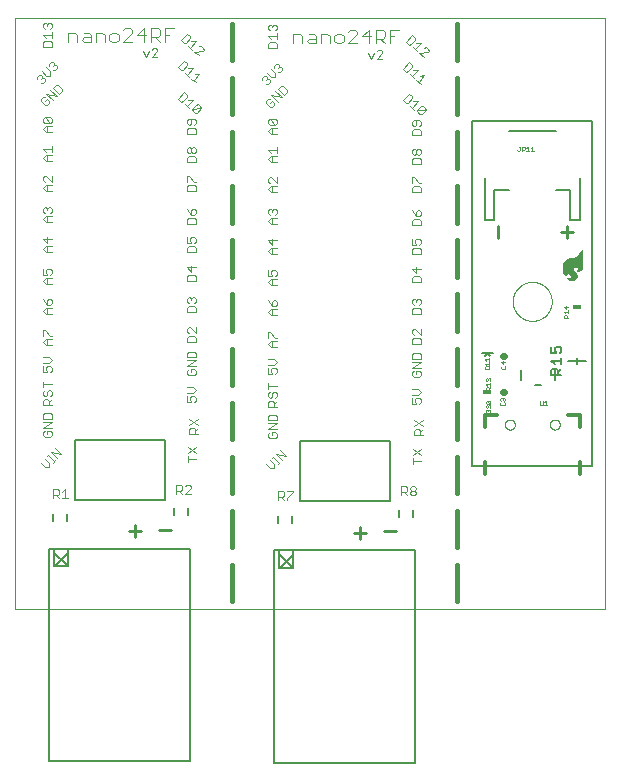
<source format=gto>
G75*
%MOIN*%
%OFA0B0*%
%FSLAX25Y25*%
%IPPOS*%
%LPD*%
%AMOC8*
5,1,8,0,0,1.08239X$1,22.5*
%
%ADD10C,0.00004*%
%ADD11C,0.01000*%
%ADD12C,0.00400*%
%ADD13C,0.00300*%
%ADD14C,0.00800*%
%ADD15C,0.01100*%
%ADD16C,0.01600*%
%ADD17C,0.00500*%
%ADD18C,0.00600*%
%ADD19C,0.00100*%
%ADD20R,0.03000X0.01800*%
%ADD21C,0.00000*%
%ADD22C,0.02200*%
%ADD23C,0.01200*%
%ADD24C,0.00001*%
D10*
X0001500Y0052494D02*
X0001500Y0249344D01*
X0198350Y0249344D01*
X0198350Y0052494D01*
X0001500Y0052494D01*
D11*
X0039500Y0078305D02*
X0041500Y0078305D01*
X0041500Y0076305D01*
X0041500Y0078305D02*
X0041500Y0080305D01*
X0041500Y0078305D02*
X0043500Y0078305D01*
X0049500Y0078805D02*
X0053500Y0078805D01*
X0114500Y0077805D02*
X0116500Y0077805D01*
X0116500Y0075805D01*
X0116500Y0077805D02*
X0116500Y0079805D01*
X0116500Y0077805D02*
X0118500Y0077805D01*
X0124500Y0078305D02*
X0128500Y0078305D01*
D12*
X0126428Y0241005D02*
X0126428Y0245609D01*
X0129497Y0245609D01*
X0127963Y0243307D02*
X0126428Y0243307D01*
X0124893Y0243307D02*
X0124893Y0244842D01*
X0124126Y0245609D01*
X0121824Y0245609D01*
X0121824Y0241005D01*
X0121824Y0242540D02*
X0124126Y0242540D01*
X0124893Y0243307D01*
X0123359Y0242540D02*
X0124893Y0241005D01*
X0120289Y0243307D02*
X0117220Y0243307D01*
X0119522Y0245609D01*
X0119522Y0241005D01*
X0115685Y0241005D02*
X0112616Y0241005D01*
X0115685Y0244074D01*
X0115685Y0244842D01*
X0114918Y0245609D01*
X0113383Y0245609D01*
X0112616Y0244842D01*
X0111081Y0243307D02*
X0110314Y0244074D01*
X0108779Y0244074D01*
X0108012Y0243307D01*
X0108012Y0241772D01*
X0108779Y0241005D01*
X0110314Y0241005D01*
X0111081Y0241772D01*
X0111081Y0243307D01*
X0106477Y0243307D02*
X0106477Y0241005D01*
X0106477Y0243307D02*
X0105710Y0244074D01*
X0103408Y0244074D01*
X0103408Y0241005D01*
X0101873Y0241005D02*
X0099571Y0241005D01*
X0098804Y0241772D01*
X0099571Y0242540D01*
X0101873Y0242540D01*
X0101873Y0243307D02*
X0101873Y0241005D01*
X0101873Y0243307D02*
X0101106Y0244074D01*
X0099571Y0244074D01*
X0097269Y0243307D02*
X0097269Y0241005D01*
X0097269Y0243307D02*
X0096502Y0244074D01*
X0094200Y0244074D01*
X0094200Y0241005D01*
X0054497Y0246109D02*
X0051428Y0246109D01*
X0051428Y0241505D01*
X0049893Y0241505D02*
X0048359Y0243040D01*
X0049126Y0243040D02*
X0046824Y0243040D01*
X0046824Y0241505D02*
X0046824Y0246109D01*
X0049126Y0246109D01*
X0049893Y0245342D01*
X0049893Y0243807D01*
X0049126Y0243040D01*
X0051428Y0243807D02*
X0052963Y0243807D01*
X0045289Y0243807D02*
X0042220Y0243807D01*
X0044522Y0246109D01*
X0044522Y0241505D01*
X0040685Y0241505D02*
X0037616Y0241505D01*
X0040685Y0244574D01*
X0040685Y0245342D01*
X0039918Y0246109D01*
X0038383Y0246109D01*
X0037616Y0245342D01*
X0036081Y0243807D02*
X0035314Y0244574D01*
X0033779Y0244574D01*
X0033012Y0243807D01*
X0033012Y0242272D01*
X0033779Y0241505D01*
X0035314Y0241505D01*
X0036081Y0242272D01*
X0036081Y0243807D01*
X0031477Y0243807D02*
X0031477Y0241505D01*
X0031477Y0243807D02*
X0030710Y0244574D01*
X0028408Y0244574D01*
X0028408Y0241505D01*
X0026873Y0241505D02*
X0026873Y0243807D01*
X0026106Y0244574D01*
X0024571Y0244574D01*
X0024571Y0243040D02*
X0023804Y0242272D01*
X0024571Y0241505D01*
X0026873Y0241505D01*
X0026873Y0243040D02*
X0024571Y0243040D01*
X0022269Y0243807D02*
X0022269Y0241505D01*
X0022269Y0243807D02*
X0021502Y0244574D01*
X0019200Y0244574D01*
X0019200Y0241505D01*
D13*
X0013850Y0241406D02*
X0013850Y0239955D01*
X0010948Y0239955D01*
X0010948Y0241406D01*
X0011431Y0241890D01*
X0013366Y0241890D01*
X0013850Y0241406D01*
X0013850Y0242902D02*
X0013850Y0244837D01*
X0013850Y0243869D02*
X0010948Y0243869D01*
X0011915Y0242902D01*
X0011431Y0245848D02*
X0010948Y0246332D01*
X0010948Y0247299D01*
X0011431Y0247783D01*
X0011915Y0247783D01*
X0012399Y0247299D01*
X0012883Y0247783D01*
X0013366Y0247783D01*
X0013850Y0247299D01*
X0013850Y0246332D01*
X0013366Y0245848D01*
X0012399Y0246816D02*
X0012399Y0247299D01*
X0013641Y0234763D02*
X0014325Y0234763D01*
X0014667Y0234421D01*
X0014667Y0233737D01*
X0015351Y0233737D01*
X0015693Y0233395D01*
X0015693Y0232710D01*
X0015009Y0232026D01*
X0014325Y0232026D01*
X0013268Y0231653D02*
X0013268Y0230285D01*
X0011899Y0230285D01*
X0010531Y0231653D01*
X0010158Y0230596D02*
X0009474Y0230596D01*
X0008790Y0229912D01*
X0008790Y0229228D01*
X0010158Y0229228D02*
X0010500Y0229570D01*
X0011184Y0229570D01*
X0011526Y0229228D01*
X0011526Y0228543D01*
X0010842Y0227859D01*
X0010158Y0227859D01*
X0010500Y0229570D02*
X0010500Y0230254D01*
X0010158Y0230596D01*
X0011899Y0233021D02*
X0013268Y0231653D01*
X0012957Y0233395D02*
X0012957Y0234079D01*
X0013641Y0234763D01*
X0014667Y0233737D02*
X0014325Y0233395D01*
X0015141Y0227263D02*
X0014115Y0226237D01*
X0016167Y0224184D01*
X0017193Y0225210D01*
X0017193Y0225895D01*
X0015825Y0227263D01*
X0015141Y0227263D01*
X0013399Y0225521D02*
X0015452Y0223469D01*
X0012031Y0224153D01*
X0014084Y0222101D01*
X0013026Y0221728D02*
X0012342Y0222412D01*
X0011658Y0221728D01*
X0011658Y0223096D02*
X0010974Y0223096D01*
X0010290Y0222412D01*
X0010290Y0221728D01*
X0011658Y0220359D01*
X0012342Y0220359D01*
X0013026Y0221043D01*
X0013026Y0221728D01*
X0013366Y0216337D02*
X0011431Y0216337D01*
X0013366Y0214402D01*
X0013850Y0214885D01*
X0013850Y0215853D01*
X0013366Y0216337D01*
X0011431Y0216337D02*
X0010948Y0215853D01*
X0010948Y0214885D01*
X0011431Y0214402D01*
X0013366Y0214402D01*
X0013850Y0213390D02*
X0011915Y0213390D01*
X0010948Y0212423D01*
X0011915Y0211455D01*
X0013850Y0211455D01*
X0012399Y0211455D02*
X0012399Y0213390D01*
X0013850Y0206837D02*
X0013850Y0204902D01*
X0013850Y0205869D02*
X0010948Y0205869D01*
X0011915Y0204902D01*
X0011915Y0203890D02*
X0013850Y0203890D01*
X0012399Y0203890D02*
X0012399Y0201955D01*
X0011915Y0201955D02*
X0013850Y0201955D01*
X0011915Y0201955D02*
X0010948Y0202923D01*
X0011915Y0203890D01*
X0011915Y0196837D02*
X0011431Y0196837D01*
X0010948Y0196353D01*
X0010948Y0195385D01*
X0011431Y0194902D01*
X0011915Y0193890D02*
X0013850Y0193890D01*
X0013850Y0194902D02*
X0011915Y0196837D01*
X0013850Y0196837D02*
X0013850Y0194902D01*
X0012399Y0193890D02*
X0012399Y0191955D01*
X0011915Y0191955D02*
X0013850Y0191955D01*
X0011915Y0191955D02*
X0010948Y0192923D01*
X0011915Y0193890D01*
X0011915Y0186337D02*
X0012399Y0185853D01*
X0012883Y0186337D01*
X0013366Y0186337D01*
X0013850Y0185853D01*
X0013850Y0184885D01*
X0013366Y0184402D01*
X0013850Y0183390D02*
X0011915Y0183390D01*
X0010948Y0182423D01*
X0011915Y0181455D01*
X0013850Y0181455D01*
X0012399Y0181455D02*
X0012399Y0183390D01*
X0011431Y0184402D02*
X0010948Y0184885D01*
X0010948Y0185853D01*
X0011431Y0186337D01*
X0011915Y0186337D01*
X0012399Y0185853D02*
X0012399Y0185369D01*
X0012399Y0176337D02*
X0012399Y0174402D01*
X0010948Y0175853D01*
X0013850Y0175853D01*
X0013850Y0173390D02*
X0011915Y0173390D01*
X0010948Y0172423D01*
X0011915Y0171455D01*
X0013850Y0171455D01*
X0012399Y0171455D02*
X0012399Y0173390D01*
X0012399Y0165837D02*
X0013366Y0165837D01*
X0013850Y0165353D01*
X0013850Y0164385D01*
X0013366Y0163902D01*
X0012399Y0163902D02*
X0011915Y0164869D01*
X0011915Y0165353D01*
X0012399Y0165837D01*
X0010948Y0165837D02*
X0010948Y0163902D01*
X0012399Y0163902D01*
X0012399Y0162890D02*
X0012399Y0160955D01*
X0011915Y0160955D02*
X0013850Y0160955D01*
X0011915Y0160955D02*
X0010948Y0161923D01*
X0011915Y0162890D01*
X0013850Y0162890D01*
X0013366Y0155837D02*
X0012883Y0155837D01*
X0012399Y0155353D01*
X0012399Y0153902D01*
X0013366Y0153902D01*
X0013850Y0154385D01*
X0013850Y0155353D01*
X0013366Y0155837D01*
X0011431Y0154869D02*
X0012399Y0153902D01*
X0012399Y0152890D02*
X0012399Y0150955D01*
X0011915Y0150955D02*
X0013850Y0150955D01*
X0011915Y0150955D02*
X0010948Y0151923D01*
X0011915Y0152890D01*
X0013850Y0152890D01*
X0011431Y0154869D02*
X0010948Y0155837D01*
X0010948Y0145337D02*
X0011431Y0145337D01*
X0013366Y0143402D01*
X0013850Y0143402D01*
X0013850Y0142390D02*
X0011915Y0142390D01*
X0010948Y0141423D01*
X0011915Y0140455D01*
X0013850Y0140455D01*
X0012399Y0140455D02*
X0012399Y0142390D01*
X0010948Y0143402D02*
X0010948Y0145337D01*
X0010948Y0136337D02*
X0012883Y0136337D01*
X0013850Y0135369D01*
X0012883Y0134402D01*
X0010948Y0134402D01*
X0010948Y0133390D02*
X0010948Y0131455D01*
X0012399Y0131455D01*
X0011915Y0132423D01*
X0011915Y0132906D01*
X0012399Y0133390D01*
X0013366Y0133390D01*
X0013850Y0132906D01*
X0013850Y0131939D01*
X0013366Y0131455D01*
X0010948Y0128283D02*
X0010948Y0126348D01*
X0010948Y0127316D02*
X0013850Y0127316D01*
X0013366Y0125337D02*
X0013850Y0124853D01*
X0013850Y0123885D01*
X0013366Y0123402D01*
X0012399Y0123885D02*
X0012399Y0124853D01*
X0012883Y0125337D01*
X0013366Y0125337D01*
X0012399Y0123885D02*
X0011915Y0123402D01*
X0011431Y0123402D01*
X0010948Y0123885D01*
X0010948Y0124853D01*
X0011431Y0125337D01*
X0011431Y0122390D02*
X0012399Y0122390D01*
X0012883Y0121906D01*
X0012883Y0120455D01*
X0013850Y0120455D02*
X0010948Y0120455D01*
X0010948Y0121906D01*
X0011431Y0122390D01*
X0012883Y0121423D02*
X0013850Y0122390D01*
X0013366Y0117783D02*
X0011431Y0117783D01*
X0010948Y0117299D01*
X0010948Y0115848D01*
X0013850Y0115848D01*
X0013850Y0117299D01*
X0013366Y0117783D01*
X0013850Y0114837D02*
X0010948Y0114837D01*
X0010948Y0112902D02*
X0013850Y0114837D01*
X0013850Y0112902D02*
X0010948Y0112902D01*
X0011431Y0111890D02*
X0010948Y0111406D01*
X0010948Y0110439D01*
X0011431Y0109955D01*
X0013366Y0109955D01*
X0013850Y0110439D01*
X0013850Y0111406D01*
X0013366Y0111890D01*
X0012399Y0111890D01*
X0012399Y0110923D01*
X0014995Y0106092D02*
X0017047Y0104039D01*
X0013627Y0104723D01*
X0015679Y0102671D01*
X0014974Y0101966D02*
X0014290Y0101282D01*
X0014632Y0101624D02*
X0012580Y0103676D01*
X0012238Y0103334D02*
X0012922Y0104018D01*
X0011523Y0102619D02*
X0012891Y0101251D01*
X0012891Y0099883D01*
X0011523Y0099883D01*
X0010154Y0101251D01*
X0014339Y0092297D02*
X0015790Y0092297D01*
X0016274Y0091813D01*
X0016274Y0090845D01*
X0015790Y0090362D01*
X0014339Y0090362D01*
X0015306Y0090362D02*
X0016274Y0089394D01*
X0017285Y0089394D02*
X0019220Y0089394D01*
X0018253Y0089394D02*
X0018253Y0092297D01*
X0017285Y0091329D01*
X0014339Y0092297D02*
X0014339Y0089394D01*
X0055339Y0090894D02*
X0055339Y0093797D01*
X0056790Y0093797D01*
X0057274Y0093313D01*
X0057274Y0092345D01*
X0056790Y0091862D01*
X0055339Y0091862D01*
X0056306Y0091862D02*
X0057274Y0090894D01*
X0058285Y0090894D02*
X0060220Y0092829D01*
X0060220Y0093313D01*
X0059737Y0093797D01*
X0058769Y0093797D01*
X0058285Y0093313D01*
X0058285Y0090894D02*
X0060220Y0090894D01*
X0059148Y0101455D02*
X0059148Y0103390D01*
X0059148Y0102423D02*
X0062050Y0102423D01*
X0062050Y0104402D02*
X0059148Y0106337D01*
X0059148Y0104402D02*
X0062050Y0106337D01*
X0061583Y0110955D02*
X0061583Y0112406D01*
X0061099Y0112890D01*
X0060131Y0112890D01*
X0059648Y0112406D01*
X0059648Y0110955D01*
X0062550Y0110955D01*
X0061583Y0111923D02*
X0062550Y0112890D01*
X0062550Y0113902D02*
X0059648Y0115837D01*
X0059648Y0113902D02*
X0062550Y0115837D01*
X0061366Y0121455D02*
X0061850Y0121939D01*
X0061850Y0122906D01*
X0061366Y0123390D01*
X0060399Y0123390D01*
X0059915Y0122906D01*
X0059915Y0122423D01*
X0060399Y0121455D01*
X0058948Y0121455D01*
X0058948Y0123390D01*
X0058948Y0124402D02*
X0060883Y0124402D01*
X0061850Y0125369D01*
X0060883Y0126337D01*
X0058948Y0126337D01*
X0059431Y0130455D02*
X0061366Y0130455D01*
X0061850Y0130939D01*
X0061850Y0131906D01*
X0061366Y0132390D01*
X0060399Y0132390D01*
X0060399Y0131423D01*
X0059431Y0132390D02*
X0058948Y0131906D01*
X0058948Y0130939D01*
X0059431Y0130455D01*
X0058948Y0133402D02*
X0061850Y0135337D01*
X0058948Y0135337D01*
X0058948Y0136348D02*
X0058948Y0137799D01*
X0059431Y0138283D01*
X0061366Y0138283D01*
X0061850Y0137799D01*
X0061850Y0136348D01*
X0058948Y0136348D01*
X0058948Y0133402D02*
X0061850Y0133402D01*
X0061850Y0141455D02*
X0058948Y0141455D01*
X0058948Y0142906D01*
X0059431Y0143390D01*
X0061366Y0143390D01*
X0061850Y0142906D01*
X0061850Y0141455D01*
X0061850Y0144402D02*
X0059915Y0146337D01*
X0059431Y0146337D01*
X0058948Y0145853D01*
X0058948Y0144885D01*
X0059431Y0144402D01*
X0061850Y0144402D02*
X0061850Y0146337D01*
X0061850Y0151455D02*
X0058948Y0151455D01*
X0058948Y0152906D01*
X0059431Y0153390D01*
X0061366Y0153390D01*
X0061850Y0152906D01*
X0061850Y0151455D01*
X0061366Y0154402D02*
X0061850Y0154885D01*
X0061850Y0155853D01*
X0061366Y0156337D01*
X0060883Y0156337D01*
X0060399Y0155853D01*
X0060399Y0155369D01*
X0060399Y0155853D02*
X0059915Y0156337D01*
X0059431Y0156337D01*
X0058948Y0155853D01*
X0058948Y0154885D01*
X0059431Y0154402D01*
X0058948Y0161955D02*
X0058948Y0163406D01*
X0059431Y0163890D01*
X0061366Y0163890D01*
X0061850Y0163406D01*
X0061850Y0161955D01*
X0058948Y0161955D01*
X0060399Y0164902D02*
X0060399Y0166837D01*
X0061850Y0166353D02*
X0058948Y0166353D01*
X0060399Y0164902D01*
X0058948Y0171455D02*
X0061850Y0171455D01*
X0061850Y0172906D01*
X0061366Y0173390D01*
X0059431Y0173390D01*
X0058948Y0172906D01*
X0058948Y0171455D01*
X0058948Y0174402D02*
X0060399Y0174402D01*
X0059915Y0175369D01*
X0059915Y0175853D01*
X0060399Y0176337D01*
X0061366Y0176337D01*
X0061850Y0175853D01*
X0061850Y0174885D01*
X0061366Y0174402D01*
X0058948Y0174402D02*
X0058948Y0176337D01*
X0058948Y0180955D02*
X0058948Y0182406D01*
X0059431Y0182890D01*
X0061366Y0182890D01*
X0061850Y0182406D01*
X0061850Y0180955D01*
X0058948Y0180955D01*
X0060399Y0183902D02*
X0059431Y0184869D01*
X0058948Y0185837D01*
X0060399Y0185353D02*
X0060399Y0183902D01*
X0061366Y0183902D01*
X0061850Y0184385D01*
X0061850Y0185353D01*
X0061366Y0185837D01*
X0060883Y0185837D01*
X0060399Y0185353D01*
X0058948Y0191955D02*
X0061850Y0191955D01*
X0061850Y0193406D01*
X0061366Y0193890D01*
X0059431Y0193890D01*
X0058948Y0193406D01*
X0058948Y0191955D01*
X0058948Y0194902D02*
X0058948Y0196837D01*
X0059431Y0196837D01*
X0061366Y0194902D01*
X0061850Y0194902D01*
X0061850Y0201455D02*
X0058948Y0201455D01*
X0058948Y0202906D01*
X0059431Y0203390D01*
X0061366Y0203390D01*
X0061850Y0202906D01*
X0061850Y0201455D01*
X0061366Y0204402D02*
X0060883Y0204402D01*
X0060399Y0204885D01*
X0060399Y0205853D01*
X0060883Y0206337D01*
X0061366Y0206337D01*
X0061850Y0205853D01*
X0061850Y0204885D01*
X0061366Y0204402D01*
X0060399Y0204885D02*
X0059915Y0204402D01*
X0059431Y0204402D01*
X0058948Y0204885D01*
X0058948Y0205853D01*
X0059431Y0206337D01*
X0059915Y0206337D01*
X0060399Y0205853D01*
X0058948Y0210955D02*
X0061850Y0210955D01*
X0061850Y0212406D01*
X0061366Y0212890D01*
X0059431Y0212890D01*
X0058948Y0212406D01*
X0058948Y0210955D01*
X0059431Y0213902D02*
X0059915Y0213902D01*
X0060399Y0214385D01*
X0060399Y0215837D01*
X0061366Y0215837D02*
X0059431Y0215837D01*
X0058948Y0215353D01*
X0058948Y0214385D01*
X0059431Y0213902D01*
X0061366Y0213902D02*
X0061850Y0214385D01*
X0061850Y0215353D01*
X0061366Y0215837D01*
X0061509Y0217833D02*
X0060768Y0218455D01*
X0060708Y0219137D01*
X0063434Y0219375D01*
X0062190Y0217893D01*
X0061509Y0217833D01*
X0060708Y0219137D02*
X0061952Y0220619D01*
X0062633Y0220679D01*
X0063375Y0220057D01*
X0063434Y0219375D01*
X0060747Y0222262D02*
X0058881Y0220038D01*
X0058140Y0220660D02*
X0059622Y0219416D01*
X0059384Y0222142D02*
X0060747Y0222262D01*
X0058920Y0223163D02*
X0058860Y0223845D01*
X0057749Y0224778D01*
X0055883Y0222554D01*
X0056995Y0221621D01*
X0057676Y0221681D01*
X0058920Y0223163D01*
X0061879Y0228022D02*
X0060397Y0229266D01*
X0061138Y0228644D02*
X0063004Y0230868D01*
X0061641Y0230748D01*
X0059622Y0229916D02*
X0058140Y0231160D01*
X0058881Y0230538D02*
X0060747Y0232762D01*
X0059384Y0232642D01*
X0058920Y0233663D02*
X0058860Y0234345D01*
X0057749Y0235278D01*
X0055883Y0233054D01*
X0056995Y0232121D01*
X0057676Y0232181D01*
X0058920Y0233663D01*
X0062879Y0237022D02*
X0061397Y0238266D01*
X0064123Y0238505D01*
X0064434Y0238875D01*
X0064375Y0239557D01*
X0063633Y0240179D01*
X0062952Y0240119D01*
X0061747Y0241762D02*
X0059881Y0239538D01*
X0059140Y0240160D02*
X0060622Y0238916D01*
X0060384Y0241642D02*
X0061747Y0241762D01*
X0059920Y0242663D02*
X0059860Y0243345D01*
X0058749Y0244278D01*
X0056883Y0242054D01*
X0057995Y0241121D01*
X0058676Y0241181D01*
X0059920Y0242663D01*
X0049031Y0238874D02*
X0048548Y0239358D01*
X0047580Y0239358D01*
X0047097Y0238874D01*
X0046085Y0238390D02*
X0045117Y0236455D01*
X0044150Y0238390D01*
X0047097Y0236455D02*
X0049031Y0238390D01*
X0049031Y0238874D01*
X0049031Y0236455D02*
X0047097Y0236455D01*
X0083790Y0229412D02*
X0084474Y0230096D01*
X0085158Y0230096D01*
X0085500Y0229754D01*
X0085500Y0229070D01*
X0086184Y0229070D01*
X0086526Y0228728D01*
X0086526Y0228043D01*
X0085842Y0227359D01*
X0085158Y0227359D01*
X0085158Y0228728D02*
X0085500Y0229070D01*
X0086899Y0229785D02*
X0085531Y0231153D01*
X0086899Y0229785D02*
X0088268Y0229785D01*
X0088268Y0231153D01*
X0086899Y0232521D01*
X0087957Y0232895D02*
X0087957Y0233579D01*
X0088641Y0234263D01*
X0089325Y0234263D01*
X0089667Y0233921D01*
X0089667Y0233237D01*
X0090351Y0233237D01*
X0090693Y0232895D01*
X0090693Y0232210D01*
X0090009Y0231526D01*
X0089325Y0231526D01*
X0089325Y0232895D02*
X0089667Y0233237D01*
X0090141Y0226763D02*
X0089115Y0225737D01*
X0091167Y0223684D01*
X0092193Y0224710D01*
X0092193Y0225395D01*
X0090825Y0226763D01*
X0090141Y0226763D01*
X0088399Y0225021D02*
X0090452Y0222969D01*
X0087031Y0223653D01*
X0089084Y0221601D01*
X0088026Y0221228D02*
X0087342Y0221912D01*
X0086658Y0221228D01*
X0086658Y0222596D02*
X0085974Y0222596D01*
X0085290Y0221912D01*
X0085290Y0221228D01*
X0086658Y0219859D01*
X0087342Y0219859D01*
X0088026Y0220543D01*
X0088026Y0221228D01*
X0088366Y0215837D02*
X0086431Y0215837D01*
X0088366Y0213902D01*
X0088850Y0214385D01*
X0088850Y0215353D01*
X0088366Y0215837D01*
X0086431Y0215837D02*
X0085948Y0215353D01*
X0085948Y0214385D01*
X0086431Y0213902D01*
X0088366Y0213902D01*
X0088850Y0212890D02*
X0086915Y0212890D01*
X0085948Y0211923D01*
X0086915Y0210955D01*
X0088850Y0210955D01*
X0087399Y0210955D02*
X0087399Y0212890D01*
X0088850Y0206337D02*
X0088850Y0204402D01*
X0088850Y0205369D02*
X0085948Y0205369D01*
X0086915Y0204402D01*
X0086915Y0203390D02*
X0088850Y0203390D01*
X0087399Y0203390D02*
X0087399Y0201455D01*
X0086915Y0201455D02*
X0085948Y0202423D01*
X0086915Y0203390D01*
X0086915Y0201455D02*
X0088850Y0201455D01*
X0088850Y0196337D02*
X0088850Y0194402D01*
X0086915Y0196337D01*
X0086431Y0196337D01*
X0085948Y0195853D01*
X0085948Y0194885D01*
X0086431Y0194402D01*
X0086915Y0193390D02*
X0088850Y0193390D01*
X0087399Y0193390D02*
X0087399Y0191455D01*
X0086915Y0191455D02*
X0085948Y0192423D01*
X0086915Y0193390D01*
X0086915Y0191455D02*
X0088850Y0191455D01*
X0088366Y0185837D02*
X0087883Y0185837D01*
X0087399Y0185353D01*
X0087399Y0184869D01*
X0087399Y0185353D02*
X0086915Y0185837D01*
X0086431Y0185837D01*
X0085948Y0185353D01*
X0085948Y0184385D01*
X0086431Y0183902D01*
X0086915Y0182890D02*
X0088850Y0182890D01*
X0088366Y0183902D02*
X0088850Y0184385D01*
X0088850Y0185353D01*
X0088366Y0185837D01*
X0087399Y0182890D02*
X0087399Y0180955D01*
X0086915Y0180955D02*
X0085948Y0181923D01*
X0086915Y0182890D01*
X0086915Y0180955D02*
X0088850Y0180955D01*
X0087399Y0175837D02*
X0087399Y0173902D01*
X0085948Y0175353D01*
X0088850Y0175353D01*
X0088850Y0172890D02*
X0086915Y0172890D01*
X0085948Y0171923D01*
X0086915Y0170955D01*
X0088850Y0170955D01*
X0087399Y0170955D02*
X0087399Y0172890D01*
X0087399Y0165337D02*
X0088366Y0165337D01*
X0088850Y0164853D01*
X0088850Y0163885D01*
X0088366Y0163402D01*
X0087399Y0163402D02*
X0086915Y0164369D01*
X0086915Y0164853D01*
X0087399Y0165337D01*
X0085948Y0165337D02*
X0085948Y0163402D01*
X0087399Y0163402D01*
X0087399Y0162390D02*
X0087399Y0160455D01*
X0086915Y0160455D02*
X0085948Y0161423D01*
X0086915Y0162390D01*
X0088850Y0162390D01*
X0088850Y0160455D02*
X0086915Y0160455D01*
X0085948Y0155337D02*
X0086431Y0154369D01*
X0087399Y0153402D01*
X0087399Y0154853D01*
X0087883Y0155337D01*
X0088366Y0155337D01*
X0088850Y0154853D01*
X0088850Y0153885D01*
X0088366Y0153402D01*
X0087399Y0153402D01*
X0087399Y0152390D02*
X0087399Y0150455D01*
X0086915Y0150455D02*
X0085948Y0151423D01*
X0086915Y0152390D01*
X0088850Y0152390D01*
X0088850Y0150455D02*
X0086915Y0150455D01*
X0086431Y0144837D02*
X0088366Y0142902D01*
X0088850Y0142902D01*
X0088850Y0141890D02*
X0086915Y0141890D01*
X0085948Y0140923D01*
X0086915Y0139955D01*
X0088850Y0139955D01*
X0087399Y0139955D02*
X0087399Y0141890D01*
X0085948Y0142902D02*
X0085948Y0144837D01*
X0086431Y0144837D01*
X0085948Y0135837D02*
X0087883Y0135837D01*
X0088850Y0134869D01*
X0087883Y0133902D01*
X0085948Y0133902D01*
X0085948Y0132890D02*
X0085948Y0130955D01*
X0087399Y0130955D01*
X0086915Y0131923D01*
X0086915Y0132406D01*
X0087399Y0132890D01*
X0088366Y0132890D01*
X0088850Y0132406D01*
X0088850Y0131439D01*
X0088366Y0130955D01*
X0085948Y0127783D02*
X0085948Y0125848D01*
X0085948Y0126816D02*
X0088850Y0126816D01*
X0088366Y0124837D02*
X0087883Y0124837D01*
X0087399Y0124353D01*
X0087399Y0123385D01*
X0086915Y0122902D01*
X0086431Y0122902D01*
X0085948Y0123385D01*
X0085948Y0124353D01*
X0086431Y0124837D01*
X0088366Y0124837D02*
X0088850Y0124353D01*
X0088850Y0123385D01*
X0088366Y0122902D01*
X0088850Y0121890D02*
X0087883Y0120923D01*
X0087883Y0121406D02*
X0087883Y0119955D01*
X0088850Y0119955D02*
X0085948Y0119955D01*
X0085948Y0121406D01*
X0086431Y0121890D01*
X0087399Y0121890D01*
X0087883Y0121406D01*
X0088366Y0117283D02*
X0086431Y0117283D01*
X0085948Y0116799D01*
X0085948Y0115348D01*
X0088850Y0115348D01*
X0088850Y0116799D01*
X0088366Y0117283D01*
X0088850Y0114337D02*
X0085948Y0114337D01*
X0085948Y0112402D02*
X0088850Y0114337D01*
X0088850Y0112402D02*
X0085948Y0112402D01*
X0086431Y0111390D02*
X0085948Y0110906D01*
X0085948Y0109939D01*
X0086431Y0109455D01*
X0088366Y0109455D01*
X0088850Y0109939D01*
X0088850Y0110906D01*
X0088366Y0111390D01*
X0087399Y0111390D01*
X0087399Y0110423D01*
X0089995Y0105592D02*
X0092047Y0103539D01*
X0088627Y0104223D01*
X0090679Y0102171D01*
X0089974Y0101466D02*
X0089290Y0100782D01*
X0089632Y0101124D02*
X0087580Y0103176D01*
X0087238Y0102834D02*
X0087922Y0103518D01*
X0086523Y0102119D02*
X0087891Y0100751D01*
X0087891Y0099383D01*
X0086523Y0099383D01*
X0085154Y0100751D01*
X0089339Y0091797D02*
X0090790Y0091797D01*
X0091274Y0091313D01*
X0091274Y0090345D01*
X0090790Y0089862D01*
X0089339Y0089862D01*
X0090306Y0089862D02*
X0091274Y0088894D01*
X0092285Y0088894D02*
X0092285Y0089378D01*
X0094220Y0091313D01*
X0094220Y0091797D01*
X0092285Y0091797D01*
X0089339Y0091797D02*
X0089339Y0088894D01*
X0130339Y0090394D02*
X0130339Y0093297D01*
X0131790Y0093297D01*
X0132274Y0092813D01*
X0132274Y0091845D01*
X0131790Y0091362D01*
X0130339Y0091362D01*
X0131306Y0091362D02*
X0132274Y0090394D01*
X0133285Y0090878D02*
X0133285Y0091362D01*
X0133769Y0091845D01*
X0134737Y0091845D01*
X0135220Y0091362D01*
X0135220Y0090878D01*
X0134737Y0090394D01*
X0133769Y0090394D01*
X0133285Y0090878D01*
X0133769Y0091845D02*
X0133285Y0092329D01*
X0133285Y0092813D01*
X0133769Y0093297D01*
X0134737Y0093297D01*
X0135220Y0092813D01*
X0135220Y0092329D01*
X0134737Y0091845D01*
X0134148Y0100955D02*
X0134148Y0102890D01*
X0134148Y0101923D02*
X0137050Y0101923D01*
X0137050Y0103902D02*
X0134148Y0105837D01*
X0134148Y0103902D02*
X0137050Y0105837D01*
X0136583Y0110455D02*
X0136583Y0111906D01*
X0136099Y0112390D01*
X0135131Y0112390D01*
X0134648Y0111906D01*
X0134648Y0110455D01*
X0137550Y0110455D01*
X0136583Y0111423D02*
X0137550Y0112390D01*
X0137550Y0113402D02*
X0134648Y0115337D01*
X0134648Y0113402D02*
X0137550Y0115337D01*
X0136366Y0120955D02*
X0136850Y0121439D01*
X0136850Y0122406D01*
X0136366Y0122890D01*
X0135399Y0122890D01*
X0134915Y0122406D01*
X0134915Y0121923D01*
X0135399Y0120955D01*
X0133948Y0120955D01*
X0133948Y0122890D01*
X0133948Y0123902D02*
X0135883Y0123902D01*
X0136850Y0124869D01*
X0135883Y0125837D01*
X0133948Y0125837D01*
X0134431Y0129955D02*
X0136366Y0129955D01*
X0136850Y0130439D01*
X0136850Y0131406D01*
X0136366Y0131890D01*
X0135399Y0131890D01*
X0135399Y0130923D01*
X0134431Y0131890D02*
X0133948Y0131406D01*
X0133948Y0130439D01*
X0134431Y0129955D01*
X0133948Y0132902D02*
X0136850Y0134837D01*
X0133948Y0134837D01*
X0133948Y0135848D02*
X0133948Y0137299D01*
X0134431Y0137783D01*
X0136366Y0137783D01*
X0136850Y0137299D01*
X0136850Y0135848D01*
X0133948Y0135848D01*
X0133948Y0132902D02*
X0136850Y0132902D01*
X0136850Y0140955D02*
X0133948Y0140955D01*
X0133948Y0142406D01*
X0134431Y0142890D01*
X0136366Y0142890D01*
X0136850Y0142406D01*
X0136850Y0140955D01*
X0136850Y0143902D02*
X0134915Y0145837D01*
X0134431Y0145837D01*
X0133948Y0145353D01*
X0133948Y0144385D01*
X0134431Y0143902D01*
X0136850Y0143902D02*
X0136850Y0145837D01*
X0136850Y0150955D02*
X0133948Y0150955D01*
X0133948Y0152406D01*
X0134431Y0152890D01*
X0136366Y0152890D01*
X0136850Y0152406D01*
X0136850Y0150955D01*
X0136366Y0153902D02*
X0136850Y0154385D01*
X0136850Y0155353D01*
X0136366Y0155837D01*
X0135883Y0155837D01*
X0135399Y0155353D01*
X0135399Y0154869D01*
X0135399Y0155353D02*
X0134915Y0155837D01*
X0134431Y0155837D01*
X0133948Y0155353D01*
X0133948Y0154385D01*
X0134431Y0153902D01*
X0133948Y0161455D02*
X0133948Y0162906D01*
X0134431Y0163390D01*
X0136366Y0163390D01*
X0136850Y0162906D01*
X0136850Y0161455D01*
X0133948Y0161455D01*
X0135399Y0164402D02*
X0135399Y0166337D01*
X0136850Y0165853D02*
X0133948Y0165853D01*
X0135399Y0164402D01*
X0133948Y0170955D02*
X0136850Y0170955D01*
X0136850Y0172406D01*
X0136366Y0172890D01*
X0134431Y0172890D01*
X0133948Y0172406D01*
X0133948Y0170955D01*
X0133948Y0173902D02*
X0135399Y0173902D01*
X0134915Y0174869D01*
X0134915Y0175353D01*
X0135399Y0175837D01*
X0136366Y0175837D01*
X0136850Y0175353D01*
X0136850Y0174385D01*
X0136366Y0173902D01*
X0133948Y0173902D02*
X0133948Y0175837D01*
X0133948Y0180455D02*
X0133948Y0181906D01*
X0134431Y0182390D01*
X0136366Y0182390D01*
X0136850Y0181906D01*
X0136850Y0180455D01*
X0133948Y0180455D01*
X0135399Y0183402D02*
X0135399Y0184853D01*
X0135883Y0185337D01*
X0136366Y0185337D01*
X0136850Y0184853D01*
X0136850Y0183885D01*
X0136366Y0183402D01*
X0135399Y0183402D01*
X0134431Y0184369D01*
X0133948Y0185337D01*
X0133948Y0191455D02*
X0133948Y0192906D01*
X0134431Y0193390D01*
X0136366Y0193390D01*
X0136850Y0192906D01*
X0136850Y0191455D01*
X0133948Y0191455D01*
X0133948Y0194402D02*
X0133948Y0196337D01*
X0134431Y0196337D01*
X0136366Y0194402D01*
X0136850Y0194402D01*
X0136850Y0200955D02*
X0133948Y0200955D01*
X0133948Y0202406D01*
X0134431Y0202890D01*
X0136366Y0202890D01*
X0136850Y0202406D01*
X0136850Y0200955D01*
X0136366Y0203902D02*
X0135883Y0203902D01*
X0135399Y0204385D01*
X0135399Y0205353D01*
X0135883Y0205837D01*
X0136366Y0205837D01*
X0136850Y0205353D01*
X0136850Y0204385D01*
X0136366Y0203902D01*
X0135399Y0204385D02*
X0134915Y0203902D01*
X0134431Y0203902D01*
X0133948Y0204385D01*
X0133948Y0205353D01*
X0134431Y0205837D01*
X0134915Y0205837D01*
X0135399Y0205353D01*
X0133948Y0210455D02*
X0136850Y0210455D01*
X0136850Y0211906D01*
X0136366Y0212390D01*
X0134431Y0212390D01*
X0133948Y0211906D01*
X0133948Y0210455D01*
X0134431Y0213402D02*
X0134915Y0213402D01*
X0135399Y0213885D01*
X0135399Y0215337D01*
X0136366Y0215337D02*
X0134431Y0215337D01*
X0133948Y0214853D01*
X0133948Y0213885D01*
X0134431Y0213402D01*
X0136366Y0213402D02*
X0136850Y0213885D01*
X0136850Y0214853D01*
X0136366Y0215337D01*
X0136509Y0217333D02*
X0135768Y0217955D01*
X0135708Y0218637D01*
X0138434Y0218875D01*
X0137190Y0217393D01*
X0136509Y0217333D01*
X0135708Y0218637D02*
X0136952Y0220119D01*
X0137633Y0220179D01*
X0138375Y0219557D01*
X0138434Y0218875D01*
X0134622Y0218916D02*
X0133140Y0220160D01*
X0133881Y0219538D02*
X0135747Y0221762D01*
X0134384Y0221642D01*
X0133920Y0222663D02*
X0133860Y0223345D01*
X0132749Y0224278D01*
X0130883Y0222054D01*
X0131995Y0221121D01*
X0132676Y0221181D01*
X0133920Y0222663D01*
X0136879Y0227522D02*
X0135397Y0228766D01*
X0136138Y0228144D02*
X0138004Y0230368D01*
X0136641Y0230248D01*
X0134622Y0229416D02*
X0133140Y0230660D01*
X0133881Y0230038D02*
X0135747Y0232262D01*
X0134384Y0232142D01*
X0133920Y0233163D02*
X0133860Y0233845D01*
X0132749Y0234778D01*
X0130883Y0232554D01*
X0131995Y0231621D01*
X0132676Y0231681D01*
X0133920Y0233163D01*
X0137879Y0236522D02*
X0136397Y0237766D01*
X0139123Y0238005D01*
X0139434Y0238375D01*
X0139375Y0239057D01*
X0138633Y0239679D01*
X0137952Y0239619D01*
X0136747Y0241262D02*
X0134881Y0239038D01*
X0134140Y0239660D02*
X0135622Y0238416D01*
X0135384Y0241142D02*
X0136747Y0241262D01*
X0134920Y0242163D02*
X0134860Y0242845D01*
X0133749Y0243778D01*
X0131883Y0241554D01*
X0132995Y0240621D01*
X0133676Y0240681D01*
X0134920Y0242163D01*
X0124031Y0238374D02*
X0124031Y0237890D01*
X0122097Y0235955D01*
X0124031Y0235955D01*
X0124031Y0238374D02*
X0123548Y0238858D01*
X0122580Y0238858D01*
X0122097Y0238374D01*
X0121085Y0237890D02*
X0120117Y0235955D01*
X0119150Y0237890D01*
X0088850Y0239455D02*
X0088850Y0240906D01*
X0088366Y0241390D01*
X0086431Y0241390D01*
X0085948Y0240906D01*
X0085948Y0239455D01*
X0088850Y0239455D01*
X0088850Y0242402D02*
X0088850Y0244337D01*
X0088850Y0243369D02*
X0085948Y0243369D01*
X0086915Y0242402D01*
X0086431Y0245348D02*
X0085948Y0245832D01*
X0085948Y0246799D01*
X0086431Y0247283D01*
X0086915Y0247283D01*
X0087399Y0246799D01*
X0087883Y0247283D01*
X0088366Y0247283D01*
X0088850Y0246799D01*
X0088850Y0245832D01*
X0088366Y0245348D01*
X0087399Y0246316D02*
X0087399Y0246799D01*
X0083790Y0229412D02*
X0083790Y0228728D01*
D14*
X0154000Y0214994D02*
X0154000Y0099994D01*
X0194000Y0099994D01*
X0194000Y0214994D01*
X0154000Y0214994D01*
X0166126Y0211805D02*
X0181874Y0211805D01*
X0189748Y0196057D02*
X0189748Y0182278D01*
X0186598Y0182278D01*
X0186598Y0192120D01*
X0181874Y0192120D01*
X0166126Y0192120D02*
X0161402Y0192120D01*
X0161402Y0182278D01*
X0158252Y0182278D01*
X0158252Y0196057D01*
X0159000Y0137933D02*
X0157189Y0137933D01*
X0158140Y0136713D02*
X0158900Y0137873D01*
X0159000Y0137933D02*
X0159920Y0136713D01*
X0160811Y0137933D02*
X0159000Y0137933D01*
X0170300Y0132055D02*
X0170300Y0128674D01*
X0174843Y0127174D02*
X0176957Y0127174D01*
X0181500Y0128674D02*
X0181500Y0132055D01*
X0186000Y0134994D02*
X0189000Y0134994D01*
X0189000Y0133994D01*
X0189000Y0134994D02*
X0189000Y0135994D01*
X0189000Y0134994D02*
X0192000Y0134994D01*
D15*
X0185497Y0176044D02*
X0185497Y0179981D01*
X0183529Y0178012D02*
X0187466Y0178012D01*
X0162497Y0176044D02*
X0162497Y0179981D01*
D16*
X0149000Y0181252D02*
X0149000Y0193384D01*
X0149000Y0199289D02*
X0149000Y0211420D01*
X0149000Y0217326D02*
X0149000Y0229457D01*
X0149000Y0235363D02*
X0149000Y0247494D01*
X0149000Y0175347D02*
X0149000Y0163215D01*
X0149000Y0157310D02*
X0149000Y0145178D01*
X0149000Y0139273D02*
X0149000Y0127142D01*
X0149000Y0121236D02*
X0149000Y0109105D01*
X0149000Y0103199D02*
X0149000Y0091068D01*
X0149000Y0085162D02*
X0149000Y0073031D01*
X0149000Y0067125D02*
X0149000Y0054994D01*
X0074000Y0054994D02*
X0074000Y0067125D01*
X0074000Y0073031D02*
X0074000Y0085162D01*
X0074000Y0091068D02*
X0074000Y0103199D01*
X0074000Y0109105D02*
X0074000Y0121236D01*
X0074000Y0127142D02*
X0074000Y0139273D01*
X0074000Y0145178D02*
X0074000Y0157310D01*
X0074000Y0163215D02*
X0074000Y0175347D01*
X0074000Y0181252D02*
X0074000Y0193384D01*
X0074000Y0199289D02*
X0074000Y0211420D01*
X0074000Y0217326D02*
X0074000Y0229457D01*
X0074000Y0235363D02*
X0074000Y0247494D01*
D17*
X0012756Y0072616D02*
X0012756Y0001750D01*
X0060000Y0001750D01*
X0060000Y0072616D01*
X0019291Y0072616D01*
X0019291Y0066632D01*
X0014646Y0066632D01*
X0014646Y0066750D01*
X0014961Y0066750D01*
X0019213Y0071002D01*
X0019291Y0072616D02*
X0012756Y0072616D01*
X0014646Y0072498D02*
X0014646Y0071278D01*
X0019173Y0066750D01*
X0014961Y0066750D01*
X0014646Y0066750D02*
X0014646Y0071278D01*
X0021500Y0088805D02*
X0021500Y0108805D01*
X0051500Y0108805D01*
X0051500Y0088805D01*
X0021500Y0088805D01*
X0087756Y0072116D02*
X0094291Y0072116D01*
X0094291Y0066132D01*
X0089646Y0066132D01*
X0089646Y0066250D01*
X0089961Y0066250D01*
X0094213Y0070502D01*
X0094291Y0072116D02*
X0135000Y0072116D01*
X0135000Y0001250D01*
X0087756Y0001250D01*
X0087756Y0072116D01*
X0089646Y0071998D02*
X0089646Y0070778D01*
X0094173Y0066250D01*
X0089961Y0066250D01*
X0089646Y0066250D02*
X0089646Y0070778D01*
X0096500Y0088305D02*
X0096500Y0108305D01*
X0126500Y0108305D01*
X0126500Y0088305D01*
X0096500Y0088305D01*
D18*
X0093862Y0083486D02*
X0093862Y0081124D01*
X0089138Y0081124D02*
X0089138Y0083486D01*
X0059362Y0083624D02*
X0059362Y0085986D01*
X0054638Y0085986D02*
X0054638Y0083624D01*
X0018862Y0083986D02*
X0018862Y0081624D01*
X0014138Y0081624D02*
X0014138Y0083986D01*
X0129638Y0083124D02*
X0129638Y0085486D01*
X0134362Y0085486D02*
X0134362Y0083124D01*
X0180297Y0130294D02*
X0180297Y0131996D01*
X0180864Y0132563D01*
X0181999Y0132563D01*
X0182566Y0131996D01*
X0182566Y0130294D01*
X0183700Y0130294D02*
X0180297Y0130294D01*
X0182566Y0131428D02*
X0183700Y0132563D01*
X0183700Y0133977D02*
X0183700Y0136246D01*
X0183700Y0135112D02*
X0180297Y0135112D01*
X0181431Y0133977D01*
X0181999Y0137660D02*
X0180297Y0137660D01*
X0180297Y0139929D01*
X0181431Y0139362D02*
X0181999Y0139929D01*
X0183133Y0139929D01*
X0183700Y0139362D01*
X0183700Y0138228D01*
X0183133Y0137660D01*
X0181999Y0137660D02*
X0181431Y0138795D01*
X0181431Y0139362D01*
D19*
X0184499Y0149514D02*
X0184499Y0150265D01*
X0184749Y0150515D01*
X0185249Y0150515D01*
X0185500Y0150265D01*
X0185500Y0149514D01*
X0186000Y0149514D02*
X0184499Y0149514D01*
X0185500Y0150015D02*
X0186000Y0150515D01*
X0186000Y0150987D02*
X0186000Y0151988D01*
X0186000Y0151488D02*
X0184499Y0151488D01*
X0184999Y0150987D01*
X0185249Y0152461D02*
X0185249Y0153461D01*
X0184499Y0153211D02*
X0185249Y0152461D01*
X0184499Y0153211D02*
X0186000Y0153211D01*
X0165000Y0134731D02*
X0163499Y0134731D01*
X0164249Y0133981D01*
X0164249Y0134982D01*
X0163749Y0133508D02*
X0163499Y0133258D01*
X0163499Y0132758D01*
X0163749Y0132508D01*
X0164750Y0132508D01*
X0165000Y0132758D01*
X0165000Y0133258D01*
X0164750Y0133508D01*
X0160000Y0129101D02*
X0160000Y0128601D01*
X0159750Y0128351D01*
X0160000Y0127878D02*
X0160000Y0126878D01*
X0160000Y0126405D02*
X0159500Y0125905D01*
X0159500Y0126155D02*
X0159500Y0125404D01*
X0160000Y0125404D02*
X0158499Y0125404D01*
X0158499Y0126155D01*
X0158749Y0126405D01*
X0159249Y0126405D01*
X0159500Y0126155D01*
X0158999Y0126878D02*
X0158499Y0127378D01*
X0160000Y0127378D01*
X0158749Y0128351D02*
X0158499Y0128601D01*
X0158499Y0129101D01*
X0158749Y0129352D01*
X0158999Y0129352D01*
X0159249Y0129101D01*
X0159500Y0129352D01*
X0159750Y0129352D01*
X0160000Y0129101D01*
X0159249Y0129101D02*
X0159249Y0128851D01*
X0159700Y0132314D02*
X0159700Y0133065D01*
X0159450Y0133315D01*
X0158449Y0133315D01*
X0158199Y0133065D01*
X0158199Y0132314D01*
X0159700Y0132314D01*
X0159700Y0133787D02*
X0159700Y0134788D01*
X0159700Y0135261D02*
X0159700Y0136261D01*
X0159700Y0135761D02*
X0158199Y0135761D01*
X0158699Y0135261D01*
X0158199Y0134288D02*
X0159700Y0134288D01*
X0158699Y0133787D02*
X0158199Y0134288D01*
X0158749Y0121852D02*
X0159750Y0120851D01*
X0160000Y0121101D01*
X0160000Y0121601D01*
X0159750Y0121852D01*
X0158749Y0121852D01*
X0158499Y0121601D01*
X0158499Y0121101D01*
X0158749Y0120851D01*
X0159750Y0120851D01*
X0159750Y0120378D02*
X0160000Y0120128D01*
X0160000Y0119628D01*
X0159750Y0119378D01*
X0159750Y0118905D02*
X0160000Y0118655D01*
X0160000Y0118155D01*
X0159750Y0117904D01*
X0159249Y0118405D02*
X0159249Y0118655D01*
X0159500Y0118905D01*
X0159750Y0118905D01*
X0159249Y0118655D02*
X0158999Y0118905D01*
X0158749Y0118905D01*
X0158499Y0118655D01*
X0158499Y0118155D01*
X0158749Y0117904D01*
X0158749Y0119378D02*
X0158499Y0119628D01*
X0158499Y0120128D01*
X0158749Y0120378D01*
X0158999Y0120378D01*
X0159249Y0120128D01*
X0159500Y0120378D01*
X0159750Y0120378D01*
X0159249Y0120128D02*
X0159249Y0119878D01*
X0163389Y0120564D02*
X0163639Y0120314D01*
X0164640Y0120314D01*
X0164890Y0120564D01*
X0164890Y0121065D01*
X0164640Y0121315D01*
X0164640Y0121787D02*
X0164890Y0122038D01*
X0164890Y0122538D01*
X0164640Y0122788D01*
X0164390Y0122788D01*
X0164139Y0122538D01*
X0164139Y0122288D01*
X0164139Y0122538D02*
X0163889Y0122788D01*
X0163639Y0122788D01*
X0163389Y0122538D01*
X0163389Y0122038D01*
X0163639Y0121787D01*
X0163639Y0121315D02*
X0163389Y0121065D01*
X0163389Y0120564D01*
X0176503Y0120564D02*
X0176754Y0120314D01*
X0177254Y0120314D01*
X0177504Y0120564D01*
X0177504Y0121815D01*
X0177977Y0121315D02*
X0178477Y0121815D01*
X0178477Y0120314D01*
X0177977Y0120314D02*
X0178978Y0120314D01*
X0176503Y0120564D02*
X0176503Y0121815D01*
X0174471Y0205044D02*
X0173470Y0205044D01*
X0172997Y0205044D02*
X0171997Y0205044D01*
X0172497Y0205044D02*
X0172497Y0206545D01*
X0171997Y0206045D01*
X0171524Y0206295D02*
X0171524Y0205795D01*
X0171274Y0205545D01*
X0170523Y0205545D01*
X0170523Y0205044D02*
X0170523Y0206545D01*
X0171274Y0206545D01*
X0171524Y0206295D01*
X0170051Y0206545D02*
X0169550Y0206545D01*
X0169801Y0206545D02*
X0169801Y0205294D01*
X0169550Y0205044D01*
X0169300Y0205044D01*
X0169050Y0205294D01*
X0173470Y0206045D02*
X0173970Y0206545D01*
X0173970Y0205044D01*
D20*
X0189050Y0152964D03*
X0158950Y0124774D03*
D21*
X0164847Y0113936D02*
X0164849Y0114017D01*
X0164855Y0114099D01*
X0164865Y0114180D01*
X0164879Y0114260D01*
X0164896Y0114339D01*
X0164918Y0114418D01*
X0164943Y0114495D01*
X0164972Y0114572D01*
X0165005Y0114646D01*
X0165042Y0114719D01*
X0165081Y0114790D01*
X0165125Y0114859D01*
X0165171Y0114926D01*
X0165221Y0114990D01*
X0165274Y0115052D01*
X0165330Y0115112D01*
X0165388Y0115168D01*
X0165450Y0115222D01*
X0165514Y0115273D01*
X0165580Y0115320D01*
X0165648Y0115364D01*
X0165719Y0115405D01*
X0165791Y0115442D01*
X0165866Y0115476D01*
X0165941Y0115506D01*
X0166019Y0115532D01*
X0166097Y0115555D01*
X0166176Y0115573D01*
X0166256Y0115588D01*
X0166337Y0115599D01*
X0166418Y0115606D01*
X0166500Y0115609D01*
X0166581Y0115608D01*
X0166662Y0115603D01*
X0166743Y0115594D01*
X0166824Y0115581D01*
X0166904Y0115564D01*
X0166982Y0115544D01*
X0167060Y0115519D01*
X0167137Y0115491D01*
X0167212Y0115459D01*
X0167285Y0115424D01*
X0167356Y0115385D01*
X0167426Y0115342D01*
X0167493Y0115297D01*
X0167559Y0115248D01*
X0167621Y0115196D01*
X0167681Y0115140D01*
X0167738Y0115082D01*
X0167793Y0115022D01*
X0167844Y0114958D01*
X0167892Y0114893D01*
X0167937Y0114825D01*
X0167979Y0114755D01*
X0168017Y0114683D01*
X0168052Y0114609D01*
X0168083Y0114534D01*
X0168110Y0114457D01*
X0168133Y0114379D01*
X0168153Y0114300D01*
X0168169Y0114220D01*
X0168181Y0114139D01*
X0168189Y0114058D01*
X0168193Y0113977D01*
X0168193Y0113895D01*
X0168189Y0113814D01*
X0168181Y0113733D01*
X0168169Y0113652D01*
X0168153Y0113572D01*
X0168133Y0113493D01*
X0168110Y0113415D01*
X0168083Y0113338D01*
X0168052Y0113263D01*
X0168017Y0113189D01*
X0167979Y0113117D01*
X0167937Y0113047D01*
X0167892Y0112979D01*
X0167844Y0112914D01*
X0167793Y0112850D01*
X0167738Y0112790D01*
X0167681Y0112732D01*
X0167621Y0112676D01*
X0167559Y0112624D01*
X0167493Y0112575D01*
X0167426Y0112530D01*
X0167357Y0112487D01*
X0167285Y0112448D01*
X0167212Y0112413D01*
X0167137Y0112381D01*
X0167060Y0112353D01*
X0166982Y0112328D01*
X0166904Y0112308D01*
X0166824Y0112291D01*
X0166743Y0112278D01*
X0166662Y0112269D01*
X0166581Y0112264D01*
X0166500Y0112263D01*
X0166418Y0112266D01*
X0166337Y0112273D01*
X0166256Y0112284D01*
X0166176Y0112299D01*
X0166097Y0112317D01*
X0166019Y0112340D01*
X0165941Y0112366D01*
X0165866Y0112396D01*
X0165791Y0112430D01*
X0165719Y0112467D01*
X0165648Y0112508D01*
X0165580Y0112552D01*
X0165514Y0112599D01*
X0165450Y0112650D01*
X0165388Y0112704D01*
X0165330Y0112760D01*
X0165274Y0112820D01*
X0165221Y0112882D01*
X0165171Y0112946D01*
X0165125Y0113013D01*
X0165081Y0113082D01*
X0165042Y0113153D01*
X0165005Y0113226D01*
X0164972Y0113300D01*
X0164943Y0113377D01*
X0164918Y0113454D01*
X0164896Y0113533D01*
X0164879Y0113612D01*
X0164865Y0113692D01*
X0164855Y0113773D01*
X0164849Y0113855D01*
X0164847Y0113936D01*
X0179807Y0113936D02*
X0179809Y0114017D01*
X0179815Y0114099D01*
X0179825Y0114180D01*
X0179839Y0114260D01*
X0179856Y0114339D01*
X0179878Y0114418D01*
X0179903Y0114495D01*
X0179932Y0114572D01*
X0179965Y0114646D01*
X0180002Y0114719D01*
X0180041Y0114790D01*
X0180085Y0114859D01*
X0180131Y0114926D01*
X0180181Y0114990D01*
X0180234Y0115052D01*
X0180290Y0115112D01*
X0180348Y0115168D01*
X0180410Y0115222D01*
X0180474Y0115273D01*
X0180540Y0115320D01*
X0180608Y0115364D01*
X0180679Y0115405D01*
X0180751Y0115442D01*
X0180826Y0115476D01*
X0180901Y0115506D01*
X0180979Y0115532D01*
X0181057Y0115555D01*
X0181136Y0115573D01*
X0181216Y0115588D01*
X0181297Y0115599D01*
X0181378Y0115606D01*
X0181460Y0115609D01*
X0181541Y0115608D01*
X0181622Y0115603D01*
X0181703Y0115594D01*
X0181784Y0115581D01*
X0181864Y0115564D01*
X0181942Y0115544D01*
X0182020Y0115519D01*
X0182097Y0115491D01*
X0182172Y0115459D01*
X0182245Y0115424D01*
X0182316Y0115385D01*
X0182386Y0115342D01*
X0182453Y0115297D01*
X0182519Y0115248D01*
X0182581Y0115196D01*
X0182641Y0115140D01*
X0182698Y0115082D01*
X0182753Y0115022D01*
X0182804Y0114958D01*
X0182852Y0114893D01*
X0182897Y0114825D01*
X0182939Y0114755D01*
X0182977Y0114683D01*
X0183012Y0114609D01*
X0183043Y0114534D01*
X0183070Y0114457D01*
X0183093Y0114379D01*
X0183113Y0114300D01*
X0183129Y0114220D01*
X0183141Y0114139D01*
X0183149Y0114058D01*
X0183153Y0113977D01*
X0183153Y0113895D01*
X0183149Y0113814D01*
X0183141Y0113733D01*
X0183129Y0113652D01*
X0183113Y0113572D01*
X0183093Y0113493D01*
X0183070Y0113415D01*
X0183043Y0113338D01*
X0183012Y0113263D01*
X0182977Y0113189D01*
X0182939Y0113117D01*
X0182897Y0113047D01*
X0182852Y0112979D01*
X0182804Y0112914D01*
X0182753Y0112850D01*
X0182698Y0112790D01*
X0182641Y0112732D01*
X0182581Y0112676D01*
X0182519Y0112624D01*
X0182453Y0112575D01*
X0182386Y0112530D01*
X0182317Y0112487D01*
X0182245Y0112448D01*
X0182172Y0112413D01*
X0182097Y0112381D01*
X0182020Y0112353D01*
X0181942Y0112328D01*
X0181864Y0112308D01*
X0181784Y0112291D01*
X0181703Y0112278D01*
X0181622Y0112269D01*
X0181541Y0112264D01*
X0181460Y0112263D01*
X0181378Y0112266D01*
X0181297Y0112273D01*
X0181216Y0112284D01*
X0181136Y0112299D01*
X0181057Y0112317D01*
X0180979Y0112340D01*
X0180901Y0112366D01*
X0180826Y0112396D01*
X0180751Y0112430D01*
X0180679Y0112467D01*
X0180608Y0112508D01*
X0180540Y0112552D01*
X0180474Y0112599D01*
X0180410Y0112650D01*
X0180348Y0112704D01*
X0180290Y0112760D01*
X0180234Y0112820D01*
X0180181Y0112882D01*
X0180131Y0112946D01*
X0180085Y0113013D01*
X0180041Y0113082D01*
X0180002Y0113153D01*
X0179965Y0113226D01*
X0179932Y0113300D01*
X0179903Y0113377D01*
X0179878Y0113454D01*
X0179856Y0113533D01*
X0179839Y0113612D01*
X0179825Y0113692D01*
X0179815Y0113773D01*
X0179809Y0113855D01*
X0179807Y0113936D01*
X0167500Y0154994D02*
X0167502Y0155155D01*
X0167508Y0155315D01*
X0167518Y0155476D01*
X0167532Y0155636D01*
X0167550Y0155796D01*
X0167571Y0155955D01*
X0167597Y0156114D01*
X0167627Y0156272D01*
X0167660Y0156429D01*
X0167698Y0156586D01*
X0167739Y0156741D01*
X0167784Y0156895D01*
X0167833Y0157048D01*
X0167886Y0157200D01*
X0167942Y0157351D01*
X0168003Y0157500D01*
X0168066Y0157648D01*
X0168134Y0157794D01*
X0168205Y0157938D01*
X0168279Y0158080D01*
X0168357Y0158221D01*
X0168439Y0158359D01*
X0168524Y0158496D01*
X0168612Y0158630D01*
X0168704Y0158762D01*
X0168799Y0158892D01*
X0168897Y0159020D01*
X0168998Y0159145D01*
X0169102Y0159267D01*
X0169209Y0159387D01*
X0169319Y0159504D01*
X0169432Y0159619D01*
X0169548Y0159730D01*
X0169667Y0159839D01*
X0169788Y0159944D01*
X0169912Y0160047D01*
X0170038Y0160147D01*
X0170166Y0160243D01*
X0170297Y0160336D01*
X0170431Y0160426D01*
X0170566Y0160513D01*
X0170704Y0160596D01*
X0170843Y0160676D01*
X0170985Y0160752D01*
X0171128Y0160825D01*
X0171273Y0160894D01*
X0171420Y0160960D01*
X0171568Y0161022D01*
X0171718Y0161080D01*
X0171869Y0161135D01*
X0172022Y0161186D01*
X0172176Y0161233D01*
X0172331Y0161276D01*
X0172487Y0161315D01*
X0172643Y0161351D01*
X0172801Y0161382D01*
X0172959Y0161410D01*
X0173118Y0161434D01*
X0173278Y0161454D01*
X0173438Y0161470D01*
X0173598Y0161482D01*
X0173759Y0161490D01*
X0173920Y0161494D01*
X0174080Y0161494D01*
X0174241Y0161490D01*
X0174402Y0161482D01*
X0174562Y0161470D01*
X0174722Y0161454D01*
X0174882Y0161434D01*
X0175041Y0161410D01*
X0175199Y0161382D01*
X0175357Y0161351D01*
X0175513Y0161315D01*
X0175669Y0161276D01*
X0175824Y0161233D01*
X0175978Y0161186D01*
X0176131Y0161135D01*
X0176282Y0161080D01*
X0176432Y0161022D01*
X0176580Y0160960D01*
X0176727Y0160894D01*
X0176872Y0160825D01*
X0177015Y0160752D01*
X0177157Y0160676D01*
X0177296Y0160596D01*
X0177434Y0160513D01*
X0177569Y0160426D01*
X0177703Y0160336D01*
X0177834Y0160243D01*
X0177962Y0160147D01*
X0178088Y0160047D01*
X0178212Y0159944D01*
X0178333Y0159839D01*
X0178452Y0159730D01*
X0178568Y0159619D01*
X0178681Y0159504D01*
X0178791Y0159387D01*
X0178898Y0159267D01*
X0179002Y0159145D01*
X0179103Y0159020D01*
X0179201Y0158892D01*
X0179296Y0158762D01*
X0179388Y0158630D01*
X0179476Y0158496D01*
X0179561Y0158359D01*
X0179643Y0158221D01*
X0179721Y0158080D01*
X0179795Y0157938D01*
X0179866Y0157794D01*
X0179934Y0157648D01*
X0179997Y0157500D01*
X0180058Y0157351D01*
X0180114Y0157200D01*
X0180167Y0157048D01*
X0180216Y0156895D01*
X0180261Y0156741D01*
X0180302Y0156586D01*
X0180340Y0156429D01*
X0180373Y0156272D01*
X0180403Y0156114D01*
X0180429Y0155955D01*
X0180450Y0155796D01*
X0180468Y0155636D01*
X0180482Y0155476D01*
X0180492Y0155315D01*
X0180498Y0155155D01*
X0180500Y0154994D01*
X0180498Y0154833D01*
X0180492Y0154673D01*
X0180482Y0154512D01*
X0180468Y0154352D01*
X0180450Y0154192D01*
X0180429Y0154033D01*
X0180403Y0153874D01*
X0180373Y0153716D01*
X0180340Y0153559D01*
X0180302Y0153402D01*
X0180261Y0153247D01*
X0180216Y0153093D01*
X0180167Y0152940D01*
X0180114Y0152788D01*
X0180058Y0152637D01*
X0179997Y0152488D01*
X0179934Y0152340D01*
X0179866Y0152194D01*
X0179795Y0152050D01*
X0179721Y0151908D01*
X0179643Y0151767D01*
X0179561Y0151629D01*
X0179476Y0151492D01*
X0179388Y0151358D01*
X0179296Y0151226D01*
X0179201Y0151096D01*
X0179103Y0150968D01*
X0179002Y0150843D01*
X0178898Y0150721D01*
X0178791Y0150601D01*
X0178681Y0150484D01*
X0178568Y0150369D01*
X0178452Y0150258D01*
X0178333Y0150149D01*
X0178212Y0150044D01*
X0178088Y0149941D01*
X0177962Y0149841D01*
X0177834Y0149745D01*
X0177703Y0149652D01*
X0177569Y0149562D01*
X0177434Y0149475D01*
X0177296Y0149392D01*
X0177157Y0149312D01*
X0177015Y0149236D01*
X0176872Y0149163D01*
X0176727Y0149094D01*
X0176580Y0149028D01*
X0176432Y0148966D01*
X0176282Y0148908D01*
X0176131Y0148853D01*
X0175978Y0148802D01*
X0175824Y0148755D01*
X0175669Y0148712D01*
X0175513Y0148673D01*
X0175357Y0148637D01*
X0175199Y0148606D01*
X0175041Y0148578D01*
X0174882Y0148554D01*
X0174722Y0148534D01*
X0174562Y0148518D01*
X0174402Y0148506D01*
X0174241Y0148498D01*
X0174080Y0148494D01*
X0173920Y0148494D01*
X0173759Y0148498D01*
X0173598Y0148506D01*
X0173438Y0148518D01*
X0173278Y0148534D01*
X0173118Y0148554D01*
X0172959Y0148578D01*
X0172801Y0148606D01*
X0172643Y0148637D01*
X0172487Y0148673D01*
X0172331Y0148712D01*
X0172176Y0148755D01*
X0172022Y0148802D01*
X0171869Y0148853D01*
X0171718Y0148908D01*
X0171568Y0148966D01*
X0171420Y0149028D01*
X0171273Y0149094D01*
X0171128Y0149163D01*
X0170985Y0149236D01*
X0170843Y0149312D01*
X0170704Y0149392D01*
X0170566Y0149475D01*
X0170431Y0149562D01*
X0170297Y0149652D01*
X0170166Y0149745D01*
X0170038Y0149841D01*
X0169912Y0149941D01*
X0169788Y0150044D01*
X0169667Y0150149D01*
X0169548Y0150258D01*
X0169432Y0150369D01*
X0169319Y0150484D01*
X0169209Y0150601D01*
X0169102Y0150721D01*
X0168998Y0150843D01*
X0168897Y0150968D01*
X0168799Y0151096D01*
X0168704Y0151226D01*
X0168612Y0151358D01*
X0168524Y0151492D01*
X0168439Y0151629D01*
X0168357Y0151767D01*
X0168279Y0151908D01*
X0168205Y0152050D01*
X0168134Y0152194D01*
X0168066Y0152340D01*
X0168003Y0152488D01*
X0167942Y0152637D01*
X0167886Y0152788D01*
X0167833Y0152940D01*
X0167784Y0153093D01*
X0167739Y0153247D01*
X0167698Y0153402D01*
X0167660Y0153559D01*
X0167627Y0153716D01*
X0167597Y0153874D01*
X0167571Y0154033D01*
X0167550Y0154192D01*
X0167532Y0154352D01*
X0167518Y0154512D01*
X0167508Y0154673D01*
X0167502Y0154833D01*
X0167500Y0154994D01*
X0184402Y0164675D02*
X0184677Y0164242D01*
X0184992Y0163888D01*
X0185307Y0163691D01*
X0185307Y0163730D01*
X0185307Y0164045D01*
X0185346Y0164163D01*
X0185386Y0164242D01*
X0185504Y0164360D01*
X0185622Y0164400D01*
X0185740Y0164400D01*
X0185898Y0164360D01*
X0186055Y0164321D01*
X0186213Y0164242D01*
X0186331Y0164163D01*
X0186488Y0164045D01*
X0186606Y0163927D01*
X0186724Y0163809D01*
X0186803Y0163691D01*
X0186882Y0163573D01*
X0186921Y0163415D01*
X0186921Y0163179D01*
X0186882Y0163061D01*
X0186843Y0162982D01*
X0186764Y0162864D01*
X0186606Y0162746D01*
X0186449Y0162667D01*
X0186252Y0162628D01*
X0186094Y0162589D01*
X0185858Y0162589D01*
X0185780Y0162628D01*
X0185740Y0162628D01*
X0185780Y0162589D01*
X0185937Y0162470D01*
X0186173Y0162352D01*
X0186488Y0162195D01*
X0186843Y0162116D01*
X0187236Y0162116D01*
X0187669Y0162195D01*
X0188102Y0162431D01*
X0188457Y0162707D01*
X0188654Y0163022D01*
X0188772Y0163376D01*
X0188772Y0163691D01*
X0188693Y0164045D01*
X0188496Y0164400D01*
X0188220Y0164715D01*
X0187906Y0165069D01*
X0187630Y0165344D01*
X0187512Y0165659D01*
X0187512Y0165935D01*
X0187591Y0166171D01*
X0187748Y0166368D01*
X0187984Y0166526D01*
X0188299Y0166604D01*
X0188614Y0166604D01*
X0188811Y0166565D01*
X0189008Y0166486D01*
X0189126Y0166368D01*
X0189244Y0166250D01*
X0189323Y0166132D01*
X0189362Y0166014D01*
X0189362Y0165856D01*
X0189323Y0165738D01*
X0189244Y0165659D01*
X0189165Y0165581D01*
X0189087Y0165502D01*
X0188969Y0165463D01*
X0188890Y0165423D01*
X0188811Y0165384D01*
X0188772Y0165344D01*
X0188850Y0165305D01*
X0188929Y0165266D01*
X0189402Y0165266D01*
X0189638Y0165305D01*
X0189835Y0165344D01*
X0190031Y0165423D01*
X0190189Y0165541D01*
X0190386Y0165699D01*
X0190504Y0165896D01*
X0190622Y0166093D01*
X0190701Y0166368D01*
X0190740Y0166683D01*
X0190740Y0172116D01*
X0190740Y0172077D01*
X0190661Y0171998D01*
X0190543Y0171880D01*
X0190425Y0171683D01*
X0190228Y0171486D01*
X0190031Y0171250D01*
X0189795Y0171014D01*
X0189559Y0170778D01*
X0189323Y0170502D01*
X0189087Y0170226D01*
X0188890Y0170030D01*
X0188693Y0169833D01*
X0188496Y0169715D01*
X0188299Y0169596D01*
X0188063Y0169557D01*
X0187315Y0169557D01*
X0186843Y0169478D01*
X0186409Y0169360D01*
X0186016Y0169203D01*
X0185622Y0168967D01*
X0185307Y0168691D01*
X0184992Y0168376D01*
X0184717Y0168022D01*
X0184323Y0167313D01*
X0184126Y0166565D01*
X0184087Y0165896D01*
X0184205Y0165266D01*
X0184402Y0164675D01*
D22*
X0164570Y0136904D02*
X0164330Y0136904D01*
X0164320Y0124764D02*
X0164560Y0124764D01*
D23*
X0162189Y0117085D02*
X0158252Y0117085D01*
X0158280Y0117014D02*
X0158280Y0113148D01*
X0158252Y0113148D01*
X0158252Y0101337D02*
X0158252Y0097400D01*
X0185811Y0117085D02*
X0189748Y0117085D01*
X0189748Y0113148D01*
X0189748Y0101337D02*
X0189748Y0097400D01*
D24*
X0187236Y0162116D02*
X0186843Y0162116D01*
X0186838Y0162117D02*
X0187242Y0162117D01*
X0187247Y0162118D02*
X0186834Y0162118D01*
X0186829Y0162119D02*
X0187252Y0162119D01*
X0187258Y0162120D02*
X0186825Y0162120D01*
X0186820Y0162121D02*
X0187263Y0162121D01*
X0187269Y0162122D02*
X0186816Y0162122D01*
X0186812Y0162123D02*
X0187274Y0162123D01*
X0187280Y0162124D02*
X0186807Y0162124D01*
X0186803Y0162125D02*
X0187285Y0162125D01*
X0187290Y0162126D02*
X0186798Y0162126D01*
X0186794Y0162127D02*
X0187296Y0162127D01*
X0187301Y0162128D02*
X0186789Y0162128D01*
X0186785Y0162129D02*
X0187307Y0162129D01*
X0187312Y0162130D02*
X0186781Y0162130D01*
X0186776Y0162131D02*
X0187317Y0162131D01*
X0187323Y0162132D02*
X0186772Y0162132D01*
X0186767Y0162133D02*
X0187328Y0162133D01*
X0187334Y0162134D02*
X0186763Y0162134D01*
X0186758Y0162135D02*
X0187339Y0162135D01*
X0187344Y0162136D02*
X0186754Y0162136D01*
X0186750Y0162137D02*
X0187350Y0162137D01*
X0187355Y0162138D02*
X0186745Y0162138D01*
X0186741Y0162139D02*
X0187361Y0162139D01*
X0187366Y0162140D02*
X0186736Y0162140D01*
X0186732Y0162141D02*
X0187372Y0162141D01*
X0187377Y0162142D02*
X0186727Y0162142D01*
X0186723Y0162143D02*
X0187382Y0162143D01*
X0187388Y0162144D02*
X0186719Y0162144D01*
X0186714Y0162145D02*
X0187393Y0162145D01*
X0187399Y0162146D02*
X0186710Y0162146D01*
X0186705Y0162147D02*
X0187404Y0162147D01*
X0187409Y0162148D02*
X0186701Y0162148D01*
X0186696Y0162149D02*
X0187415Y0162149D01*
X0187420Y0162150D02*
X0186692Y0162150D01*
X0186687Y0162151D02*
X0187426Y0162151D01*
X0187431Y0162152D02*
X0186683Y0162152D01*
X0186679Y0162153D02*
X0187437Y0162153D01*
X0187442Y0162154D02*
X0186674Y0162154D01*
X0186670Y0162155D02*
X0187447Y0162155D01*
X0187453Y0162156D02*
X0186665Y0162156D01*
X0186661Y0162156D02*
X0187458Y0162156D01*
X0187464Y0162157D02*
X0186656Y0162157D01*
X0186652Y0162158D02*
X0187469Y0162158D01*
X0187474Y0162159D02*
X0186648Y0162159D01*
X0186643Y0162160D02*
X0187480Y0162160D01*
X0187485Y0162161D02*
X0186639Y0162161D01*
X0186634Y0162162D02*
X0187491Y0162162D01*
X0187496Y0162163D02*
X0186630Y0162163D01*
X0186625Y0162164D02*
X0187501Y0162164D01*
X0187507Y0162165D02*
X0186621Y0162165D01*
X0186617Y0162166D02*
X0187512Y0162166D01*
X0187518Y0162167D02*
X0186612Y0162167D01*
X0186608Y0162168D02*
X0187523Y0162168D01*
X0187529Y0162169D02*
X0186603Y0162169D01*
X0186599Y0162170D02*
X0187534Y0162170D01*
X0187539Y0162171D02*
X0186594Y0162171D01*
X0186590Y0162172D02*
X0187545Y0162172D01*
X0187550Y0162173D02*
X0186586Y0162173D01*
X0186581Y0162174D02*
X0187556Y0162174D01*
X0187561Y0162175D02*
X0186577Y0162175D01*
X0186572Y0162176D02*
X0187566Y0162176D01*
X0187572Y0162177D02*
X0186568Y0162177D01*
X0186563Y0162178D02*
X0187577Y0162178D01*
X0187583Y0162179D02*
X0186559Y0162179D01*
X0186555Y0162180D02*
X0187588Y0162180D01*
X0187594Y0162181D02*
X0186550Y0162181D01*
X0186546Y0162182D02*
X0187599Y0162182D01*
X0187604Y0162183D02*
X0186541Y0162183D01*
X0186537Y0162184D02*
X0187610Y0162184D01*
X0187615Y0162185D02*
X0186532Y0162185D01*
X0186528Y0162186D02*
X0187621Y0162186D01*
X0187626Y0162187D02*
X0186524Y0162187D01*
X0186519Y0162188D02*
X0187631Y0162188D01*
X0187637Y0162189D02*
X0186515Y0162189D01*
X0186510Y0162190D02*
X0187642Y0162190D01*
X0187648Y0162191D02*
X0186506Y0162191D01*
X0186501Y0162192D02*
X0187653Y0162192D01*
X0187658Y0162193D02*
X0186497Y0162193D01*
X0186493Y0162194D02*
X0187664Y0162194D01*
X0187669Y0162195D02*
X0186488Y0162195D01*
X0186486Y0162196D02*
X0187671Y0162196D01*
X0187673Y0162197D02*
X0186484Y0162197D01*
X0186482Y0162198D02*
X0187675Y0162198D01*
X0187677Y0162199D02*
X0186480Y0162199D01*
X0186478Y0162200D02*
X0187678Y0162200D01*
X0187680Y0162201D02*
X0186476Y0162201D01*
X0186474Y0162202D02*
X0187682Y0162202D01*
X0187684Y0162203D02*
X0186472Y0162203D01*
X0186470Y0162204D02*
X0187686Y0162204D01*
X0187687Y0162205D02*
X0186469Y0162205D01*
X0186467Y0162206D02*
X0187689Y0162206D01*
X0187691Y0162207D02*
X0186465Y0162207D01*
X0186463Y0162208D02*
X0187693Y0162208D01*
X0187695Y0162209D02*
X0186461Y0162209D01*
X0186459Y0162210D02*
X0187696Y0162210D01*
X0187698Y0162211D02*
X0186457Y0162211D01*
X0186455Y0162212D02*
X0187700Y0162212D01*
X0187702Y0162213D02*
X0186453Y0162213D01*
X0186451Y0162214D02*
X0187704Y0162214D01*
X0187705Y0162215D02*
X0186449Y0162215D01*
X0186447Y0162216D02*
X0187707Y0162216D01*
X0187709Y0162217D02*
X0186445Y0162217D01*
X0186443Y0162218D02*
X0187711Y0162218D01*
X0187713Y0162219D02*
X0186441Y0162219D01*
X0186439Y0162219D02*
X0187714Y0162219D01*
X0187716Y0162220D02*
X0186437Y0162220D01*
X0186435Y0162221D02*
X0187718Y0162221D01*
X0187720Y0162222D02*
X0186433Y0162222D01*
X0186431Y0162223D02*
X0187722Y0162223D01*
X0187723Y0162224D02*
X0186429Y0162224D01*
X0186427Y0162225D02*
X0187725Y0162225D01*
X0187727Y0162226D02*
X0186425Y0162226D01*
X0186423Y0162227D02*
X0187729Y0162227D01*
X0187731Y0162228D02*
X0186421Y0162228D01*
X0186419Y0162229D02*
X0187732Y0162229D01*
X0187734Y0162230D02*
X0186417Y0162230D01*
X0186415Y0162231D02*
X0187736Y0162231D01*
X0187738Y0162232D02*
X0186413Y0162232D01*
X0186411Y0162233D02*
X0187740Y0162233D01*
X0187741Y0162234D02*
X0186409Y0162234D01*
X0186407Y0162235D02*
X0187743Y0162235D01*
X0187745Y0162236D02*
X0186406Y0162236D01*
X0186404Y0162237D02*
X0187747Y0162237D01*
X0187749Y0162238D02*
X0186402Y0162238D01*
X0186400Y0162239D02*
X0187750Y0162239D01*
X0187752Y0162240D02*
X0186398Y0162240D01*
X0186396Y0162241D02*
X0187754Y0162241D01*
X0187756Y0162242D02*
X0186394Y0162242D01*
X0186392Y0162243D02*
X0187758Y0162243D01*
X0187760Y0162244D02*
X0186390Y0162244D01*
X0186388Y0162245D02*
X0187761Y0162245D01*
X0187763Y0162246D02*
X0186386Y0162246D01*
X0186384Y0162247D02*
X0187765Y0162247D01*
X0187767Y0162248D02*
X0186382Y0162248D01*
X0186380Y0162249D02*
X0187769Y0162249D01*
X0187770Y0162250D02*
X0186378Y0162250D01*
X0186376Y0162251D02*
X0187772Y0162251D01*
X0187774Y0162252D02*
X0186374Y0162252D01*
X0186372Y0162253D02*
X0187776Y0162253D01*
X0187778Y0162254D02*
X0186370Y0162254D01*
X0186368Y0162255D02*
X0187779Y0162255D01*
X0187781Y0162256D02*
X0186366Y0162256D01*
X0186364Y0162257D02*
X0187783Y0162257D01*
X0187785Y0162258D02*
X0186362Y0162258D01*
X0186360Y0162259D02*
X0187787Y0162259D01*
X0187788Y0162260D02*
X0186358Y0162260D01*
X0186356Y0162261D02*
X0187790Y0162261D01*
X0187792Y0162262D02*
X0186354Y0162262D01*
X0186352Y0162263D02*
X0187794Y0162263D01*
X0187796Y0162264D02*
X0186350Y0162264D01*
X0186348Y0162265D02*
X0187797Y0162265D01*
X0187799Y0162266D02*
X0186346Y0162266D01*
X0186344Y0162267D02*
X0187801Y0162267D01*
X0187803Y0162268D02*
X0186343Y0162268D01*
X0186341Y0162269D02*
X0187805Y0162269D01*
X0187806Y0162270D02*
X0186339Y0162270D01*
X0186337Y0162271D02*
X0187808Y0162271D01*
X0187810Y0162272D02*
X0186335Y0162272D01*
X0186333Y0162273D02*
X0187812Y0162273D01*
X0187814Y0162274D02*
X0186331Y0162274D01*
X0186329Y0162275D02*
X0187815Y0162275D01*
X0187817Y0162276D02*
X0186327Y0162276D01*
X0186325Y0162277D02*
X0187819Y0162277D01*
X0187821Y0162278D02*
X0186323Y0162278D01*
X0186321Y0162279D02*
X0187823Y0162279D01*
X0187824Y0162280D02*
X0186319Y0162280D01*
X0186317Y0162281D02*
X0187826Y0162281D01*
X0187828Y0162281D02*
X0186315Y0162281D01*
X0186313Y0162282D02*
X0187830Y0162282D01*
X0187832Y0162283D02*
X0186311Y0162283D01*
X0186309Y0162284D02*
X0187833Y0162284D01*
X0187835Y0162285D02*
X0186307Y0162285D01*
X0186305Y0162286D02*
X0187837Y0162286D01*
X0187839Y0162287D02*
X0186303Y0162287D01*
X0186301Y0162288D02*
X0187841Y0162288D01*
X0187843Y0162289D02*
X0186299Y0162289D01*
X0186297Y0162290D02*
X0187844Y0162290D01*
X0187846Y0162291D02*
X0186295Y0162291D01*
X0186293Y0162292D02*
X0187848Y0162292D01*
X0187850Y0162293D02*
X0186291Y0162293D01*
X0186289Y0162294D02*
X0187852Y0162294D01*
X0187853Y0162295D02*
X0186287Y0162295D01*
X0186285Y0162296D02*
X0187855Y0162296D01*
X0187857Y0162297D02*
X0186283Y0162297D01*
X0186281Y0162298D02*
X0187859Y0162298D01*
X0187861Y0162299D02*
X0186280Y0162299D01*
X0186278Y0162300D02*
X0187862Y0162300D01*
X0187864Y0162301D02*
X0186276Y0162301D01*
X0186274Y0162302D02*
X0187866Y0162302D01*
X0187868Y0162303D02*
X0186272Y0162303D01*
X0186270Y0162304D02*
X0187870Y0162304D01*
X0187871Y0162305D02*
X0186268Y0162305D01*
X0186266Y0162306D02*
X0187873Y0162306D01*
X0187875Y0162307D02*
X0186264Y0162307D01*
X0186262Y0162308D02*
X0187877Y0162308D01*
X0187879Y0162309D02*
X0186260Y0162309D01*
X0186258Y0162310D02*
X0187880Y0162310D01*
X0187882Y0162311D02*
X0186256Y0162311D01*
X0186254Y0162312D02*
X0187884Y0162312D01*
X0187886Y0162313D02*
X0186252Y0162313D01*
X0186250Y0162314D02*
X0187888Y0162314D01*
X0187889Y0162315D02*
X0186248Y0162315D01*
X0186246Y0162316D02*
X0187891Y0162316D01*
X0187893Y0162317D02*
X0186244Y0162317D01*
X0186242Y0162318D02*
X0187895Y0162318D01*
X0187897Y0162319D02*
X0186240Y0162319D01*
X0186238Y0162320D02*
X0187898Y0162320D01*
X0187900Y0162321D02*
X0186236Y0162321D01*
X0186234Y0162322D02*
X0187902Y0162322D01*
X0187904Y0162323D02*
X0186232Y0162323D01*
X0186230Y0162324D02*
X0187906Y0162324D01*
X0187907Y0162325D02*
X0186228Y0162325D01*
X0186226Y0162326D02*
X0187909Y0162326D01*
X0187911Y0162327D02*
X0186224Y0162327D01*
X0186222Y0162328D02*
X0187913Y0162328D01*
X0187915Y0162329D02*
X0186220Y0162329D01*
X0186219Y0162330D02*
X0187916Y0162330D01*
X0187918Y0162331D02*
X0186217Y0162331D01*
X0186215Y0162332D02*
X0187920Y0162332D01*
X0187922Y0162333D02*
X0186213Y0162333D01*
X0186211Y0162334D02*
X0187924Y0162334D01*
X0187926Y0162335D02*
X0186209Y0162335D01*
X0186207Y0162336D02*
X0187927Y0162336D01*
X0187929Y0162337D02*
X0186205Y0162337D01*
X0186203Y0162338D02*
X0187931Y0162338D01*
X0187933Y0162339D02*
X0186201Y0162339D01*
X0186199Y0162340D02*
X0187935Y0162340D01*
X0187936Y0162341D02*
X0186197Y0162341D01*
X0186195Y0162342D02*
X0187938Y0162342D01*
X0187940Y0162343D02*
X0186193Y0162343D01*
X0186191Y0162344D02*
X0187942Y0162344D01*
X0187944Y0162344D02*
X0186189Y0162344D01*
X0186187Y0162345D02*
X0187945Y0162345D01*
X0187947Y0162346D02*
X0186185Y0162346D01*
X0186183Y0162347D02*
X0187949Y0162347D01*
X0187951Y0162348D02*
X0186181Y0162348D01*
X0186179Y0162349D02*
X0187953Y0162349D01*
X0187954Y0162350D02*
X0186177Y0162350D01*
X0186175Y0162351D02*
X0187956Y0162351D01*
X0187958Y0162352D02*
X0186173Y0162352D01*
X0186171Y0162353D02*
X0187960Y0162353D01*
X0187962Y0162354D02*
X0186169Y0162354D01*
X0186167Y0162355D02*
X0187963Y0162355D01*
X0187965Y0162356D02*
X0186165Y0162356D01*
X0186163Y0162357D02*
X0187967Y0162357D01*
X0187969Y0162358D02*
X0186161Y0162358D01*
X0186159Y0162359D02*
X0187971Y0162359D01*
X0187972Y0162360D02*
X0186157Y0162360D01*
X0186156Y0162361D02*
X0187974Y0162361D01*
X0187976Y0162362D02*
X0186154Y0162362D01*
X0186152Y0162363D02*
X0187978Y0162363D01*
X0187980Y0162364D02*
X0186150Y0162364D01*
X0186148Y0162365D02*
X0187981Y0162365D01*
X0187983Y0162366D02*
X0186146Y0162366D01*
X0186144Y0162367D02*
X0187985Y0162367D01*
X0187987Y0162368D02*
X0186142Y0162368D01*
X0186140Y0162369D02*
X0187989Y0162369D01*
X0187990Y0162370D02*
X0186138Y0162370D01*
X0186136Y0162371D02*
X0187992Y0162371D01*
X0187994Y0162372D02*
X0186134Y0162372D01*
X0186132Y0162373D02*
X0187996Y0162373D01*
X0187998Y0162374D02*
X0186130Y0162374D01*
X0186128Y0162375D02*
X0188000Y0162375D01*
X0188001Y0162376D02*
X0186126Y0162376D01*
X0186124Y0162377D02*
X0188003Y0162377D01*
X0188005Y0162378D02*
X0186122Y0162378D01*
X0186120Y0162379D02*
X0188007Y0162379D01*
X0188009Y0162380D02*
X0186118Y0162380D01*
X0186116Y0162381D02*
X0188010Y0162381D01*
X0188012Y0162382D02*
X0186114Y0162382D01*
X0186112Y0162383D02*
X0188014Y0162383D01*
X0188016Y0162384D02*
X0186110Y0162384D01*
X0186108Y0162385D02*
X0188018Y0162385D01*
X0188019Y0162386D02*
X0186106Y0162386D01*
X0186104Y0162387D02*
X0188021Y0162387D01*
X0188023Y0162388D02*
X0186102Y0162388D01*
X0186100Y0162389D02*
X0188025Y0162389D01*
X0188027Y0162390D02*
X0186098Y0162390D01*
X0186096Y0162391D02*
X0188028Y0162391D01*
X0188030Y0162392D02*
X0186094Y0162392D01*
X0186093Y0162393D02*
X0188032Y0162393D01*
X0188034Y0162394D02*
X0186091Y0162394D01*
X0186089Y0162395D02*
X0188036Y0162395D01*
X0188037Y0162396D02*
X0186087Y0162396D01*
X0186085Y0162397D02*
X0188039Y0162397D01*
X0188041Y0162398D02*
X0186083Y0162398D01*
X0186081Y0162399D02*
X0188043Y0162399D01*
X0188045Y0162400D02*
X0186079Y0162400D01*
X0186077Y0162401D02*
X0188046Y0162401D01*
X0188048Y0162402D02*
X0186075Y0162402D01*
X0186073Y0162403D02*
X0188050Y0162403D01*
X0188052Y0162404D02*
X0186071Y0162404D01*
X0186069Y0162405D02*
X0188054Y0162405D01*
X0188055Y0162406D02*
X0186067Y0162406D01*
X0186065Y0162406D02*
X0188057Y0162406D01*
X0188059Y0162407D02*
X0186063Y0162407D01*
X0186061Y0162408D02*
X0188061Y0162408D01*
X0188063Y0162409D02*
X0186059Y0162409D01*
X0186057Y0162410D02*
X0188064Y0162410D01*
X0188066Y0162411D02*
X0186055Y0162411D01*
X0186053Y0162412D02*
X0188068Y0162412D01*
X0188070Y0162413D02*
X0186051Y0162413D01*
X0186049Y0162414D02*
X0188072Y0162414D01*
X0188073Y0162415D02*
X0186047Y0162415D01*
X0186045Y0162416D02*
X0188075Y0162416D01*
X0188077Y0162417D02*
X0186043Y0162417D01*
X0186041Y0162418D02*
X0188079Y0162418D01*
X0188081Y0162419D02*
X0186039Y0162419D01*
X0186037Y0162420D02*
X0188083Y0162420D01*
X0188084Y0162421D02*
X0186035Y0162421D01*
X0186033Y0162422D02*
X0188086Y0162422D01*
X0188088Y0162423D02*
X0186031Y0162423D01*
X0186030Y0162424D02*
X0188090Y0162424D01*
X0188092Y0162425D02*
X0186028Y0162425D01*
X0186026Y0162426D02*
X0188093Y0162426D01*
X0188095Y0162427D02*
X0186024Y0162427D01*
X0186022Y0162428D02*
X0188097Y0162428D01*
X0188099Y0162429D02*
X0186020Y0162429D01*
X0186018Y0162430D02*
X0188101Y0162430D01*
X0188102Y0162431D02*
X0186016Y0162431D01*
X0186014Y0162432D02*
X0188104Y0162432D01*
X0188105Y0162433D02*
X0186012Y0162433D01*
X0186010Y0162434D02*
X0188106Y0162434D01*
X0188107Y0162435D02*
X0186008Y0162435D01*
X0186006Y0162436D02*
X0188109Y0162436D01*
X0188110Y0162437D02*
X0186004Y0162437D01*
X0186002Y0162438D02*
X0188111Y0162438D01*
X0188112Y0162439D02*
X0186000Y0162439D01*
X0185998Y0162440D02*
X0188114Y0162440D01*
X0188115Y0162441D02*
X0185996Y0162441D01*
X0185994Y0162442D02*
X0188116Y0162442D01*
X0188118Y0162443D02*
X0185992Y0162443D01*
X0185990Y0162444D02*
X0188119Y0162444D01*
X0188120Y0162445D02*
X0185988Y0162445D01*
X0185986Y0162446D02*
X0188121Y0162446D01*
X0188123Y0162447D02*
X0185984Y0162447D01*
X0185982Y0162448D02*
X0188124Y0162448D01*
X0188125Y0162449D02*
X0185980Y0162449D01*
X0185978Y0162450D02*
X0188126Y0162450D01*
X0188128Y0162451D02*
X0185976Y0162451D01*
X0185974Y0162452D02*
X0188129Y0162452D01*
X0188130Y0162453D02*
X0185972Y0162453D01*
X0185970Y0162454D02*
X0188131Y0162454D01*
X0188133Y0162455D02*
X0185969Y0162455D01*
X0185967Y0162456D02*
X0188134Y0162456D01*
X0188135Y0162457D02*
X0185965Y0162457D01*
X0185963Y0162458D02*
X0188137Y0162458D01*
X0188138Y0162459D02*
X0185961Y0162459D01*
X0185959Y0162460D02*
X0188139Y0162460D01*
X0188140Y0162461D02*
X0185957Y0162461D01*
X0185955Y0162462D02*
X0188142Y0162462D01*
X0188143Y0162463D02*
X0185953Y0162463D01*
X0185951Y0162464D02*
X0188144Y0162464D01*
X0188145Y0162465D02*
X0185949Y0162465D01*
X0185947Y0162466D02*
X0188147Y0162466D01*
X0188148Y0162467D02*
X0185945Y0162467D01*
X0185943Y0162468D02*
X0188149Y0162468D01*
X0188150Y0162469D02*
X0185941Y0162469D01*
X0185939Y0162469D02*
X0188152Y0162469D01*
X0188153Y0162470D02*
X0185937Y0162470D01*
X0185936Y0162471D02*
X0188154Y0162471D01*
X0188156Y0162472D02*
X0185934Y0162472D01*
X0185933Y0162473D02*
X0188157Y0162473D01*
X0188158Y0162474D02*
X0185932Y0162474D01*
X0185930Y0162475D02*
X0188159Y0162475D01*
X0188161Y0162476D02*
X0185929Y0162476D01*
X0185928Y0162477D02*
X0188162Y0162477D01*
X0188163Y0162478D02*
X0185927Y0162478D01*
X0185925Y0162479D02*
X0188164Y0162479D01*
X0188166Y0162480D02*
X0185924Y0162480D01*
X0185923Y0162481D02*
X0188167Y0162481D01*
X0188168Y0162482D02*
X0185921Y0162482D01*
X0185920Y0162483D02*
X0188169Y0162483D01*
X0188171Y0162484D02*
X0185919Y0162484D01*
X0185917Y0162485D02*
X0188172Y0162485D01*
X0188173Y0162486D02*
X0185916Y0162486D01*
X0185915Y0162487D02*
X0188174Y0162487D01*
X0188176Y0162488D02*
X0185913Y0162488D01*
X0185912Y0162489D02*
X0188177Y0162489D01*
X0188178Y0162490D02*
X0185911Y0162490D01*
X0185909Y0162491D02*
X0188180Y0162491D01*
X0188181Y0162492D02*
X0185908Y0162492D01*
X0185907Y0162493D02*
X0188182Y0162493D01*
X0188183Y0162494D02*
X0185906Y0162494D01*
X0185904Y0162495D02*
X0188185Y0162495D01*
X0188186Y0162496D02*
X0185903Y0162496D01*
X0185902Y0162497D02*
X0188187Y0162497D01*
X0188188Y0162498D02*
X0185900Y0162498D01*
X0185899Y0162499D02*
X0188190Y0162499D01*
X0188191Y0162500D02*
X0185898Y0162500D01*
X0185896Y0162501D02*
X0188192Y0162501D01*
X0188193Y0162502D02*
X0185895Y0162502D01*
X0185894Y0162503D02*
X0188195Y0162503D01*
X0188196Y0162504D02*
X0185892Y0162504D01*
X0185891Y0162505D02*
X0188197Y0162505D01*
X0188199Y0162506D02*
X0185890Y0162506D01*
X0185888Y0162507D02*
X0188200Y0162507D01*
X0188201Y0162508D02*
X0185887Y0162508D01*
X0185886Y0162509D02*
X0188202Y0162509D01*
X0188204Y0162510D02*
X0185885Y0162510D01*
X0185883Y0162511D02*
X0188205Y0162511D01*
X0188206Y0162512D02*
X0185882Y0162512D01*
X0185881Y0162513D02*
X0188207Y0162513D01*
X0188209Y0162514D02*
X0185879Y0162514D01*
X0185878Y0162515D02*
X0188210Y0162515D01*
X0188211Y0162516D02*
X0185877Y0162516D01*
X0185875Y0162517D02*
X0188212Y0162517D01*
X0188214Y0162518D02*
X0185874Y0162518D01*
X0185873Y0162519D02*
X0188215Y0162519D01*
X0188216Y0162520D02*
X0185871Y0162520D01*
X0185870Y0162521D02*
X0188218Y0162521D01*
X0188219Y0162522D02*
X0185869Y0162522D01*
X0185867Y0162523D02*
X0188220Y0162523D01*
X0188221Y0162524D02*
X0185866Y0162524D01*
X0185865Y0162525D02*
X0188223Y0162525D01*
X0188224Y0162526D02*
X0185864Y0162526D01*
X0185862Y0162527D02*
X0188225Y0162527D01*
X0188226Y0162528D02*
X0185861Y0162528D01*
X0185860Y0162529D02*
X0188228Y0162529D01*
X0188229Y0162530D02*
X0185858Y0162530D01*
X0185857Y0162531D02*
X0188230Y0162531D01*
X0188231Y0162531D02*
X0185856Y0162531D01*
X0185854Y0162532D02*
X0188233Y0162532D01*
X0188234Y0162533D02*
X0185853Y0162533D01*
X0185852Y0162534D02*
X0188235Y0162534D01*
X0188236Y0162535D02*
X0185850Y0162535D01*
X0185849Y0162536D02*
X0188238Y0162536D01*
X0188239Y0162537D02*
X0185848Y0162537D01*
X0185846Y0162538D02*
X0188240Y0162538D01*
X0188242Y0162539D02*
X0185845Y0162539D01*
X0185844Y0162540D02*
X0188243Y0162540D01*
X0188244Y0162541D02*
X0185843Y0162541D01*
X0185841Y0162542D02*
X0188245Y0162542D01*
X0188247Y0162543D02*
X0185840Y0162543D01*
X0185839Y0162544D02*
X0188248Y0162544D01*
X0188249Y0162545D02*
X0185837Y0162545D01*
X0185836Y0162546D02*
X0188250Y0162546D01*
X0188252Y0162547D02*
X0185835Y0162547D01*
X0185833Y0162548D02*
X0188253Y0162548D01*
X0188254Y0162549D02*
X0185832Y0162549D01*
X0185831Y0162550D02*
X0188255Y0162550D01*
X0188257Y0162551D02*
X0185829Y0162551D01*
X0185828Y0162552D02*
X0188258Y0162552D01*
X0188259Y0162553D02*
X0185827Y0162553D01*
X0185825Y0162554D02*
X0188261Y0162554D01*
X0188262Y0162555D02*
X0185824Y0162555D01*
X0185823Y0162556D02*
X0188263Y0162556D01*
X0188264Y0162557D02*
X0185822Y0162557D01*
X0185820Y0162558D02*
X0188266Y0162558D01*
X0188267Y0162559D02*
X0185819Y0162559D01*
X0185818Y0162560D02*
X0188268Y0162560D01*
X0188269Y0162561D02*
X0185816Y0162561D01*
X0185815Y0162562D02*
X0188271Y0162562D01*
X0188272Y0162563D02*
X0185814Y0162563D01*
X0185812Y0162564D02*
X0188273Y0162564D01*
X0188274Y0162565D02*
X0185811Y0162565D01*
X0185810Y0162566D02*
X0188276Y0162566D01*
X0188277Y0162567D02*
X0185808Y0162567D01*
X0185807Y0162568D02*
X0188278Y0162568D01*
X0188280Y0162569D02*
X0185806Y0162569D01*
X0185804Y0162570D02*
X0188281Y0162570D01*
X0188282Y0162571D02*
X0185803Y0162571D01*
X0185802Y0162572D02*
X0188283Y0162572D01*
X0188285Y0162573D02*
X0185801Y0162573D01*
X0185799Y0162574D02*
X0188286Y0162574D01*
X0188287Y0162575D02*
X0185798Y0162575D01*
X0185797Y0162576D02*
X0188288Y0162576D01*
X0188290Y0162577D02*
X0185795Y0162577D01*
X0185794Y0162578D02*
X0188291Y0162578D01*
X0188292Y0162579D02*
X0185793Y0162579D01*
X0185791Y0162580D02*
X0188293Y0162580D01*
X0188295Y0162581D02*
X0185790Y0162581D01*
X0185789Y0162582D02*
X0188296Y0162582D01*
X0188297Y0162583D02*
X0185787Y0162583D01*
X0185786Y0162584D02*
X0188298Y0162584D01*
X0188300Y0162585D02*
X0185785Y0162585D01*
X0185783Y0162586D02*
X0188301Y0162586D01*
X0188302Y0162587D02*
X0185782Y0162587D01*
X0185781Y0162588D02*
X0188304Y0162588D01*
X0188305Y0162589D02*
X0186094Y0162589D01*
X0186098Y0162590D02*
X0188306Y0162590D01*
X0188307Y0162591D02*
X0186102Y0162591D01*
X0186106Y0162592D02*
X0188309Y0162592D01*
X0188310Y0162593D02*
X0186110Y0162593D01*
X0186114Y0162594D02*
X0188311Y0162594D01*
X0188312Y0162594D02*
X0186118Y0162594D01*
X0186122Y0162595D02*
X0188314Y0162595D01*
X0188315Y0162596D02*
X0186126Y0162596D01*
X0186130Y0162597D02*
X0188316Y0162597D01*
X0188317Y0162598D02*
X0186134Y0162598D01*
X0186138Y0162599D02*
X0188319Y0162599D01*
X0188320Y0162600D02*
X0186142Y0162600D01*
X0186146Y0162601D02*
X0188321Y0162601D01*
X0188323Y0162602D02*
X0186150Y0162602D01*
X0186154Y0162603D02*
X0188324Y0162603D01*
X0188325Y0162604D02*
X0186157Y0162604D01*
X0186161Y0162605D02*
X0188326Y0162605D01*
X0188328Y0162606D02*
X0186165Y0162606D01*
X0186169Y0162607D02*
X0188329Y0162607D01*
X0188330Y0162608D02*
X0186173Y0162608D01*
X0186177Y0162609D02*
X0188331Y0162609D01*
X0188333Y0162610D02*
X0186181Y0162610D01*
X0186185Y0162611D02*
X0188334Y0162611D01*
X0188335Y0162612D02*
X0186189Y0162612D01*
X0186193Y0162613D02*
X0188336Y0162613D01*
X0188338Y0162614D02*
X0186197Y0162614D01*
X0186201Y0162615D02*
X0188339Y0162615D01*
X0188340Y0162616D02*
X0186205Y0162616D01*
X0186209Y0162617D02*
X0188342Y0162617D01*
X0188343Y0162618D02*
X0186213Y0162618D01*
X0186217Y0162619D02*
X0188344Y0162619D01*
X0188345Y0162620D02*
X0186220Y0162620D01*
X0186224Y0162621D02*
X0188347Y0162621D01*
X0188348Y0162622D02*
X0186228Y0162622D01*
X0186232Y0162623D02*
X0188349Y0162623D01*
X0188350Y0162624D02*
X0186236Y0162624D01*
X0186240Y0162625D02*
X0188352Y0162625D01*
X0188353Y0162626D02*
X0186244Y0162626D01*
X0186248Y0162627D02*
X0188354Y0162627D01*
X0188355Y0162628D02*
X0186252Y0162628D01*
X0186257Y0162629D02*
X0188357Y0162629D01*
X0188358Y0162630D02*
X0186262Y0162630D01*
X0186267Y0162631D02*
X0188359Y0162631D01*
X0188361Y0162632D02*
X0186272Y0162632D01*
X0186277Y0162633D02*
X0188362Y0162633D01*
X0188363Y0162634D02*
X0186281Y0162634D01*
X0186286Y0162635D02*
X0188364Y0162635D01*
X0188366Y0162636D02*
X0186291Y0162636D01*
X0186296Y0162637D02*
X0188367Y0162637D01*
X0188368Y0162638D02*
X0186301Y0162638D01*
X0186306Y0162639D02*
X0188369Y0162639D01*
X0188371Y0162640D02*
X0186311Y0162640D01*
X0186316Y0162641D02*
X0188372Y0162641D01*
X0188373Y0162642D02*
X0186321Y0162642D01*
X0186326Y0162643D02*
X0188374Y0162643D01*
X0188376Y0162644D02*
X0186331Y0162644D01*
X0186336Y0162645D02*
X0188377Y0162645D01*
X0188378Y0162646D02*
X0186341Y0162646D01*
X0186345Y0162647D02*
X0188379Y0162647D01*
X0188381Y0162648D02*
X0186350Y0162648D01*
X0186355Y0162649D02*
X0188382Y0162649D01*
X0188383Y0162650D02*
X0186360Y0162650D01*
X0186365Y0162651D02*
X0188385Y0162651D01*
X0188386Y0162652D02*
X0186370Y0162652D01*
X0186375Y0162653D02*
X0188387Y0162653D01*
X0188388Y0162654D02*
X0186380Y0162654D01*
X0186385Y0162655D02*
X0188390Y0162655D01*
X0188391Y0162656D02*
X0186390Y0162656D01*
X0186395Y0162656D02*
X0188392Y0162656D01*
X0188393Y0162657D02*
X0186400Y0162657D01*
X0186405Y0162658D02*
X0188395Y0162658D01*
X0188396Y0162659D02*
X0186409Y0162659D01*
X0186414Y0162660D02*
X0188397Y0162660D01*
X0188398Y0162661D02*
X0186419Y0162661D01*
X0186424Y0162662D02*
X0188400Y0162662D01*
X0188401Y0162663D02*
X0186429Y0162663D01*
X0186434Y0162664D02*
X0188402Y0162664D01*
X0188404Y0162665D02*
X0186439Y0162665D01*
X0186444Y0162666D02*
X0188405Y0162666D01*
X0188406Y0162667D02*
X0186449Y0162667D01*
X0186451Y0162668D02*
X0188407Y0162668D01*
X0188409Y0162669D02*
X0186453Y0162669D01*
X0186455Y0162670D02*
X0188410Y0162670D01*
X0188411Y0162671D02*
X0186457Y0162671D01*
X0186459Y0162672D02*
X0188412Y0162672D01*
X0188414Y0162673D02*
X0186461Y0162673D01*
X0186463Y0162674D02*
X0188415Y0162674D01*
X0188416Y0162675D02*
X0186465Y0162675D01*
X0186467Y0162676D02*
X0188417Y0162676D01*
X0188419Y0162677D02*
X0186469Y0162677D01*
X0186470Y0162678D02*
X0188420Y0162678D01*
X0188421Y0162679D02*
X0186472Y0162679D01*
X0186474Y0162680D02*
X0188423Y0162680D01*
X0188424Y0162681D02*
X0186476Y0162681D01*
X0186478Y0162682D02*
X0188425Y0162682D01*
X0188426Y0162683D02*
X0186480Y0162683D01*
X0186482Y0162684D02*
X0188428Y0162684D01*
X0188429Y0162685D02*
X0186484Y0162685D01*
X0186486Y0162686D02*
X0188430Y0162686D01*
X0188431Y0162687D02*
X0186488Y0162687D01*
X0186490Y0162688D02*
X0188433Y0162688D01*
X0188434Y0162689D02*
X0186492Y0162689D01*
X0186494Y0162690D02*
X0188435Y0162690D01*
X0188436Y0162691D02*
X0186496Y0162691D01*
X0186498Y0162692D02*
X0188438Y0162692D01*
X0188439Y0162693D02*
X0186500Y0162693D01*
X0186502Y0162694D02*
X0188440Y0162694D01*
X0188441Y0162695D02*
X0186504Y0162695D01*
X0186506Y0162696D02*
X0188443Y0162696D01*
X0188444Y0162697D02*
X0186508Y0162697D01*
X0186510Y0162698D02*
X0188445Y0162698D01*
X0188447Y0162699D02*
X0186512Y0162699D01*
X0186514Y0162700D02*
X0188448Y0162700D01*
X0188449Y0162701D02*
X0186516Y0162701D01*
X0186518Y0162702D02*
X0188450Y0162702D01*
X0188452Y0162703D02*
X0186520Y0162703D01*
X0186522Y0162704D02*
X0188453Y0162704D01*
X0188454Y0162705D02*
X0186524Y0162705D01*
X0186526Y0162706D02*
X0188455Y0162706D01*
X0188457Y0162707D02*
X0186528Y0162707D01*
X0186530Y0162708D02*
X0188457Y0162708D01*
X0188458Y0162709D02*
X0186531Y0162709D01*
X0186533Y0162710D02*
X0188459Y0162710D01*
X0188459Y0162711D02*
X0186535Y0162711D01*
X0186537Y0162712D02*
X0188460Y0162712D01*
X0188460Y0162713D02*
X0186539Y0162713D01*
X0186541Y0162714D02*
X0188461Y0162714D01*
X0188462Y0162715D02*
X0186543Y0162715D01*
X0186545Y0162716D02*
X0188462Y0162716D01*
X0188463Y0162717D02*
X0186547Y0162717D01*
X0186549Y0162718D02*
X0188463Y0162718D01*
X0188464Y0162719D02*
X0186551Y0162719D01*
X0186553Y0162719D02*
X0188465Y0162719D01*
X0188465Y0162720D02*
X0186555Y0162720D01*
X0186557Y0162721D02*
X0188466Y0162721D01*
X0188467Y0162722D02*
X0186559Y0162722D01*
X0186561Y0162723D02*
X0188467Y0162723D01*
X0188468Y0162724D02*
X0186563Y0162724D01*
X0186565Y0162725D02*
X0188468Y0162725D01*
X0188469Y0162726D02*
X0186567Y0162726D01*
X0186569Y0162727D02*
X0188470Y0162727D01*
X0188470Y0162728D02*
X0186571Y0162728D01*
X0186573Y0162729D02*
X0188471Y0162729D01*
X0188471Y0162730D02*
X0186575Y0162730D01*
X0186577Y0162731D02*
X0188472Y0162731D01*
X0188473Y0162732D02*
X0186579Y0162732D01*
X0186581Y0162733D02*
X0188473Y0162733D01*
X0188474Y0162734D02*
X0186583Y0162734D01*
X0186585Y0162735D02*
X0188475Y0162735D01*
X0188475Y0162736D02*
X0186587Y0162736D01*
X0186589Y0162737D02*
X0188476Y0162737D01*
X0188476Y0162738D02*
X0186591Y0162738D01*
X0186593Y0162739D02*
X0188477Y0162739D01*
X0188478Y0162740D02*
X0186594Y0162740D01*
X0186596Y0162741D02*
X0188478Y0162741D01*
X0188479Y0162742D02*
X0186598Y0162742D01*
X0186600Y0162743D02*
X0188479Y0162743D01*
X0188480Y0162744D02*
X0186602Y0162744D01*
X0186604Y0162745D02*
X0188481Y0162745D01*
X0188481Y0162746D02*
X0186606Y0162746D01*
X0186608Y0162747D02*
X0188482Y0162747D01*
X0188483Y0162748D02*
X0186609Y0162748D01*
X0186610Y0162749D02*
X0188483Y0162749D01*
X0188484Y0162750D02*
X0186612Y0162750D01*
X0186613Y0162751D02*
X0188484Y0162751D01*
X0188485Y0162752D02*
X0186614Y0162752D01*
X0186615Y0162753D02*
X0188486Y0162753D01*
X0188486Y0162754D02*
X0186617Y0162754D01*
X0186618Y0162755D02*
X0188487Y0162755D01*
X0188487Y0162756D02*
X0186619Y0162756D01*
X0186621Y0162757D02*
X0188488Y0162757D01*
X0188489Y0162758D02*
X0186622Y0162758D01*
X0186623Y0162759D02*
X0188489Y0162759D01*
X0188490Y0162760D02*
X0186625Y0162760D01*
X0186626Y0162761D02*
X0188491Y0162761D01*
X0188491Y0162762D02*
X0186627Y0162762D01*
X0186629Y0162763D02*
X0188492Y0162763D01*
X0188492Y0162764D02*
X0186630Y0162764D01*
X0186631Y0162765D02*
X0188493Y0162765D01*
X0188494Y0162766D02*
X0186633Y0162766D01*
X0186634Y0162767D02*
X0188494Y0162767D01*
X0188495Y0162768D02*
X0186635Y0162768D01*
X0186636Y0162769D02*
X0188495Y0162769D01*
X0188496Y0162770D02*
X0186638Y0162770D01*
X0186639Y0162771D02*
X0188497Y0162771D01*
X0188497Y0162772D02*
X0186640Y0162772D01*
X0186642Y0162773D02*
X0188498Y0162773D01*
X0188499Y0162774D02*
X0186643Y0162774D01*
X0186644Y0162775D02*
X0188499Y0162775D01*
X0188500Y0162776D02*
X0186646Y0162776D01*
X0186647Y0162777D02*
X0188500Y0162777D01*
X0188501Y0162778D02*
X0186648Y0162778D01*
X0186650Y0162779D02*
X0188502Y0162779D01*
X0188502Y0162780D02*
X0186651Y0162780D01*
X0186652Y0162781D02*
X0188503Y0162781D01*
X0186654Y0162781D01*
X0186655Y0162782D02*
X0188504Y0162782D01*
X0188505Y0162783D02*
X0186656Y0162783D01*
X0186657Y0162784D02*
X0188505Y0162784D01*
X0188506Y0162785D02*
X0186659Y0162785D01*
X0186660Y0162786D02*
X0188507Y0162786D01*
X0188507Y0162787D02*
X0186661Y0162787D01*
X0186663Y0162788D02*
X0188508Y0162788D01*
X0188508Y0162789D02*
X0186664Y0162789D01*
X0186665Y0162790D02*
X0188509Y0162790D01*
X0188510Y0162791D02*
X0186667Y0162791D01*
X0186668Y0162792D02*
X0188510Y0162792D01*
X0188511Y0162793D02*
X0186669Y0162793D01*
X0186671Y0162794D02*
X0188511Y0162794D01*
X0188512Y0162795D02*
X0186672Y0162795D01*
X0186673Y0162796D02*
X0188513Y0162796D01*
X0188513Y0162797D02*
X0186675Y0162797D01*
X0186676Y0162798D02*
X0188514Y0162798D01*
X0188515Y0162799D02*
X0186677Y0162799D01*
X0186678Y0162800D02*
X0188515Y0162800D01*
X0188516Y0162801D02*
X0186680Y0162801D01*
X0186681Y0162802D02*
X0188516Y0162802D01*
X0188517Y0162803D02*
X0186682Y0162803D01*
X0186684Y0162804D02*
X0188518Y0162804D01*
X0188518Y0162805D02*
X0186685Y0162805D01*
X0186686Y0162806D02*
X0188519Y0162806D01*
X0188519Y0162807D02*
X0186688Y0162807D01*
X0186689Y0162808D02*
X0188520Y0162808D01*
X0188521Y0162809D02*
X0186690Y0162809D01*
X0186692Y0162810D02*
X0188521Y0162810D01*
X0188522Y0162811D02*
X0186693Y0162811D01*
X0186694Y0162812D02*
X0188523Y0162812D01*
X0188523Y0162813D02*
X0186696Y0162813D01*
X0186697Y0162814D02*
X0188524Y0162814D01*
X0188524Y0162815D02*
X0186698Y0162815D01*
X0186699Y0162816D02*
X0188525Y0162816D01*
X0188526Y0162817D02*
X0186701Y0162817D01*
X0186702Y0162818D02*
X0188526Y0162818D01*
X0188527Y0162819D02*
X0186703Y0162819D01*
X0186705Y0162820D02*
X0188527Y0162820D01*
X0188528Y0162821D02*
X0186706Y0162821D01*
X0186707Y0162822D02*
X0188529Y0162822D01*
X0188529Y0162823D02*
X0186709Y0162823D01*
X0186710Y0162824D02*
X0188530Y0162824D01*
X0188531Y0162825D02*
X0186711Y0162825D01*
X0186713Y0162826D02*
X0188531Y0162826D01*
X0188532Y0162827D02*
X0186714Y0162827D01*
X0186715Y0162828D02*
X0188532Y0162828D01*
X0188533Y0162829D02*
X0186717Y0162829D01*
X0186718Y0162830D02*
X0188534Y0162830D01*
X0188534Y0162831D02*
X0186719Y0162831D01*
X0186720Y0162832D02*
X0188535Y0162832D01*
X0188535Y0162833D02*
X0186722Y0162833D01*
X0186723Y0162834D02*
X0188536Y0162834D01*
X0188537Y0162835D02*
X0186724Y0162835D01*
X0186726Y0162836D02*
X0188537Y0162836D01*
X0188538Y0162837D02*
X0186727Y0162837D01*
X0186728Y0162838D02*
X0188539Y0162838D01*
X0188539Y0162839D02*
X0186730Y0162839D01*
X0186731Y0162840D02*
X0188540Y0162840D01*
X0188540Y0162841D02*
X0186732Y0162841D01*
X0186734Y0162842D02*
X0188541Y0162842D01*
X0188542Y0162843D02*
X0186735Y0162843D01*
X0186736Y0162844D02*
X0188542Y0162844D01*
X0188543Y0162844D02*
X0186738Y0162844D01*
X0186739Y0162845D02*
X0188543Y0162845D01*
X0188544Y0162846D02*
X0186740Y0162846D01*
X0186741Y0162847D02*
X0188545Y0162847D01*
X0188545Y0162848D02*
X0186743Y0162848D01*
X0186744Y0162849D02*
X0188546Y0162849D01*
X0188547Y0162850D02*
X0186745Y0162850D01*
X0186747Y0162851D02*
X0188547Y0162851D01*
X0188548Y0162852D02*
X0186748Y0162852D01*
X0186749Y0162853D02*
X0188548Y0162853D01*
X0188549Y0162854D02*
X0186751Y0162854D01*
X0186752Y0162855D02*
X0188550Y0162855D01*
X0188550Y0162856D02*
X0186753Y0162856D01*
X0186755Y0162857D02*
X0188551Y0162857D01*
X0188551Y0162858D02*
X0186756Y0162858D01*
X0186757Y0162859D02*
X0188552Y0162859D01*
X0188553Y0162860D02*
X0186759Y0162860D01*
X0186760Y0162861D02*
X0188553Y0162861D01*
X0188554Y0162862D02*
X0186761Y0162862D01*
X0186762Y0162863D02*
X0188555Y0162863D01*
X0188555Y0162864D02*
X0186764Y0162864D01*
X0186764Y0162865D02*
X0188556Y0162865D01*
X0188556Y0162866D02*
X0186765Y0162866D01*
X0186766Y0162867D02*
X0188557Y0162867D01*
X0188558Y0162868D02*
X0186766Y0162868D01*
X0186767Y0162869D02*
X0188558Y0162869D01*
X0188559Y0162870D02*
X0186768Y0162870D01*
X0186768Y0162871D02*
X0188559Y0162871D01*
X0188560Y0162872D02*
X0186769Y0162872D01*
X0186770Y0162873D02*
X0188561Y0162873D01*
X0188561Y0162874D02*
X0186770Y0162874D01*
X0186771Y0162875D02*
X0188562Y0162875D01*
X0188562Y0162876D02*
X0186772Y0162876D01*
X0186772Y0162877D02*
X0188563Y0162877D01*
X0188564Y0162878D02*
X0186773Y0162878D01*
X0186774Y0162879D02*
X0188564Y0162879D01*
X0188565Y0162880D02*
X0186774Y0162880D01*
X0186775Y0162881D02*
X0188566Y0162881D01*
X0188566Y0162882D02*
X0186776Y0162882D01*
X0186776Y0162883D02*
X0188567Y0162883D01*
X0188567Y0162884D02*
X0186777Y0162884D01*
X0186778Y0162885D02*
X0188568Y0162885D01*
X0188569Y0162886D02*
X0186778Y0162886D01*
X0186779Y0162887D02*
X0188569Y0162887D01*
X0188570Y0162888D02*
X0186780Y0162888D01*
X0186780Y0162889D02*
X0188570Y0162889D01*
X0188571Y0162890D02*
X0186781Y0162890D01*
X0186781Y0162891D02*
X0188572Y0162891D01*
X0188572Y0162892D02*
X0186782Y0162892D01*
X0186783Y0162893D02*
X0188573Y0162893D01*
X0188574Y0162894D02*
X0186783Y0162894D01*
X0186784Y0162895D02*
X0188574Y0162895D01*
X0188575Y0162896D02*
X0186785Y0162896D01*
X0186785Y0162897D02*
X0188575Y0162897D01*
X0188576Y0162898D02*
X0186786Y0162898D01*
X0186787Y0162899D02*
X0188577Y0162899D01*
X0188577Y0162900D02*
X0186787Y0162900D01*
X0186788Y0162901D02*
X0188578Y0162901D01*
X0188578Y0162902D02*
X0186789Y0162902D01*
X0186789Y0162903D02*
X0188579Y0162903D01*
X0188580Y0162904D02*
X0186790Y0162904D01*
X0186791Y0162905D02*
X0188580Y0162905D01*
X0188581Y0162906D02*
X0186791Y0162906D01*
X0186792Y0162906D02*
X0188582Y0162906D01*
X0188582Y0162907D02*
X0186793Y0162907D01*
X0186793Y0162908D02*
X0188583Y0162908D01*
X0188583Y0162909D02*
X0186794Y0162909D01*
X0186795Y0162910D02*
X0188584Y0162910D01*
X0188585Y0162911D02*
X0186795Y0162911D01*
X0186796Y0162912D02*
X0188585Y0162912D01*
X0188586Y0162913D02*
X0186797Y0162913D01*
X0186797Y0162914D02*
X0188586Y0162914D01*
X0188587Y0162915D02*
X0186798Y0162915D01*
X0186799Y0162916D02*
X0188588Y0162916D01*
X0188588Y0162917D02*
X0186799Y0162917D01*
X0186800Y0162918D02*
X0188589Y0162918D01*
X0188590Y0162919D02*
X0186801Y0162919D01*
X0186801Y0162920D02*
X0188590Y0162920D01*
X0188591Y0162921D02*
X0186802Y0162921D01*
X0186802Y0162922D02*
X0188591Y0162922D01*
X0188592Y0162923D02*
X0186803Y0162923D01*
X0186804Y0162924D02*
X0188593Y0162924D01*
X0188593Y0162925D02*
X0186804Y0162925D01*
X0186805Y0162926D02*
X0188594Y0162926D01*
X0188594Y0162927D02*
X0186806Y0162927D01*
X0186806Y0162928D02*
X0188595Y0162928D01*
X0188596Y0162929D02*
X0186807Y0162929D01*
X0186808Y0162930D02*
X0188596Y0162930D01*
X0188597Y0162931D02*
X0186808Y0162931D01*
X0186809Y0162932D02*
X0188598Y0162932D01*
X0188598Y0162933D02*
X0186810Y0162933D01*
X0186810Y0162934D02*
X0188599Y0162934D01*
X0188599Y0162935D02*
X0186811Y0162935D01*
X0186812Y0162936D02*
X0188600Y0162936D01*
X0188601Y0162937D02*
X0186812Y0162937D01*
X0186813Y0162938D02*
X0188601Y0162938D01*
X0188602Y0162939D02*
X0186814Y0162939D01*
X0186814Y0162940D02*
X0188602Y0162940D01*
X0188603Y0162941D02*
X0186815Y0162941D01*
X0186816Y0162942D02*
X0188604Y0162942D01*
X0188604Y0162943D02*
X0186816Y0162943D01*
X0186817Y0162944D02*
X0188605Y0162944D01*
X0188606Y0162945D02*
X0186818Y0162945D01*
X0186818Y0162946D02*
X0188606Y0162946D01*
X0188607Y0162947D02*
X0186819Y0162947D01*
X0186820Y0162948D02*
X0188607Y0162948D01*
X0188608Y0162949D02*
X0186820Y0162949D01*
X0186821Y0162950D02*
X0188609Y0162950D01*
X0188609Y0162951D02*
X0186822Y0162951D01*
X0186822Y0162952D02*
X0188610Y0162952D01*
X0188610Y0162953D02*
X0186823Y0162953D01*
X0186823Y0162954D02*
X0188611Y0162954D01*
X0188612Y0162955D02*
X0186824Y0162955D01*
X0186825Y0162956D02*
X0188612Y0162956D01*
X0188613Y0162957D02*
X0186825Y0162957D01*
X0186826Y0162958D02*
X0188614Y0162958D01*
X0188614Y0162959D02*
X0186827Y0162959D01*
X0186827Y0162960D02*
X0188615Y0162960D01*
X0188615Y0162961D02*
X0186828Y0162961D01*
X0186829Y0162962D02*
X0188616Y0162962D01*
X0188617Y0162963D02*
X0186829Y0162963D01*
X0186830Y0162964D02*
X0188617Y0162964D01*
X0188618Y0162965D02*
X0186831Y0162965D01*
X0186831Y0162966D02*
X0188618Y0162966D01*
X0188619Y0162967D02*
X0186832Y0162967D01*
X0186833Y0162968D02*
X0188620Y0162968D01*
X0188620Y0162969D02*
X0186833Y0162969D01*
X0186834Y0162969D02*
X0188621Y0162969D01*
X0188622Y0162970D02*
X0186835Y0162970D01*
X0186835Y0162971D02*
X0188622Y0162971D01*
X0188623Y0162972D02*
X0186836Y0162972D01*
X0186837Y0162973D02*
X0188623Y0162973D01*
X0188624Y0162974D02*
X0186837Y0162974D01*
X0186838Y0162975D02*
X0188625Y0162975D01*
X0188625Y0162976D02*
X0186839Y0162976D01*
X0186839Y0162977D02*
X0188626Y0162977D01*
X0188626Y0162978D02*
X0186840Y0162978D01*
X0186841Y0162979D02*
X0188627Y0162979D01*
X0188628Y0162980D02*
X0186841Y0162980D01*
X0186842Y0162981D02*
X0188628Y0162981D01*
X0188629Y0162982D02*
X0186843Y0162982D01*
X0186843Y0162983D02*
X0188630Y0162983D01*
X0188630Y0162984D02*
X0186844Y0162984D01*
X0186844Y0162985D02*
X0188631Y0162985D01*
X0188631Y0162986D02*
X0186844Y0162986D01*
X0186845Y0162987D02*
X0188632Y0162987D01*
X0188633Y0162988D02*
X0186845Y0162988D01*
X0186846Y0162989D02*
X0188633Y0162989D01*
X0188634Y0162990D02*
X0186846Y0162990D01*
X0186847Y0162991D02*
X0188634Y0162991D01*
X0188635Y0162992D02*
X0186847Y0162992D01*
X0186848Y0162993D02*
X0188636Y0162993D01*
X0188636Y0162994D02*
X0186848Y0162994D01*
X0186849Y0162995D02*
X0188637Y0162995D01*
X0188638Y0162996D02*
X0186849Y0162996D01*
X0186850Y0162997D02*
X0188638Y0162997D01*
X0188639Y0162998D02*
X0186850Y0162998D01*
X0186851Y0162999D02*
X0188639Y0162999D01*
X0188640Y0163000D02*
X0186851Y0163000D01*
X0186852Y0163001D02*
X0188641Y0163001D01*
X0188641Y0163002D02*
X0186852Y0163002D01*
X0186853Y0163003D02*
X0188642Y0163003D01*
X0188642Y0163004D02*
X0186853Y0163004D01*
X0186854Y0163005D02*
X0188643Y0163005D01*
X0188644Y0163006D02*
X0186854Y0163006D01*
X0186855Y0163007D02*
X0188644Y0163007D01*
X0188645Y0163008D02*
X0186855Y0163008D01*
X0186856Y0163009D02*
X0188646Y0163009D01*
X0188646Y0163010D02*
X0186856Y0163010D01*
X0186857Y0163011D02*
X0188647Y0163011D01*
X0188647Y0163012D02*
X0186857Y0163012D01*
X0186858Y0163013D02*
X0188648Y0163013D01*
X0188649Y0163014D02*
X0186858Y0163014D01*
X0186859Y0163015D02*
X0188649Y0163015D01*
X0188650Y0163016D02*
X0186859Y0163016D01*
X0186860Y0163017D02*
X0188650Y0163017D01*
X0188651Y0163018D02*
X0186860Y0163018D01*
X0186861Y0163019D02*
X0188652Y0163019D01*
X0188652Y0163020D02*
X0186861Y0163020D01*
X0186862Y0163021D02*
X0188653Y0163021D01*
X0188654Y0163022D02*
X0186862Y0163022D01*
X0186863Y0163023D02*
X0188654Y0163023D01*
X0188654Y0163024D02*
X0186863Y0163024D01*
X0186864Y0163025D02*
X0188655Y0163025D01*
X0188655Y0163026D02*
X0186864Y0163026D01*
X0186865Y0163027D02*
X0188655Y0163027D01*
X0188656Y0163028D02*
X0186865Y0163028D01*
X0186866Y0163029D02*
X0188656Y0163029D01*
X0188656Y0163030D02*
X0186866Y0163030D01*
X0186867Y0163031D02*
X0188656Y0163031D01*
X0188657Y0163031D02*
X0186867Y0163031D01*
X0186868Y0163032D02*
X0188657Y0163032D01*
X0188657Y0163033D02*
X0186868Y0163033D01*
X0186869Y0163034D02*
X0188658Y0163034D01*
X0188658Y0163035D02*
X0186869Y0163035D01*
X0186870Y0163036D02*
X0188658Y0163036D01*
X0188659Y0163037D02*
X0186870Y0163037D01*
X0186871Y0163038D02*
X0188659Y0163038D01*
X0188659Y0163039D02*
X0186871Y0163039D01*
X0186872Y0163040D02*
X0188660Y0163040D01*
X0188660Y0163041D02*
X0186872Y0163041D01*
X0186873Y0163042D02*
X0188660Y0163042D01*
X0188661Y0163043D02*
X0186873Y0163043D01*
X0186874Y0163044D02*
X0188661Y0163044D01*
X0188661Y0163045D02*
X0186874Y0163045D01*
X0186875Y0163046D02*
X0188662Y0163046D01*
X0188662Y0163047D02*
X0186875Y0163047D01*
X0186875Y0163048D02*
X0188662Y0163048D01*
X0188663Y0163049D02*
X0186876Y0163049D01*
X0186876Y0163050D02*
X0188663Y0163050D01*
X0188663Y0163051D02*
X0186877Y0163051D01*
X0186877Y0163052D02*
X0188664Y0163052D01*
X0188664Y0163053D02*
X0186878Y0163053D01*
X0186878Y0163054D02*
X0188664Y0163054D01*
X0188665Y0163055D02*
X0186879Y0163055D01*
X0186879Y0163056D02*
X0188665Y0163056D01*
X0188665Y0163057D02*
X0186880Y0163057D01*
X0186880Y0163058D02*
X0188666Y0163058D01*
X0188666Y0163059D02*
X0186881Y0163059D01*
X0186881Y0163060D02*
X0188666Y0163060D01*
X0188667Y0163061D02*
X0186882Y0163061D01*
X0186882Y0163062D02*
X0188667Y0163062D01*
X0188667Y0163063D02*
X0186883Y0163063D01*
X0186883Y0163064D02*
X0188668Y0163064D01*
X0188668Y0163065D02*
X0186883Y0163065D01*
X0186884Y0163066D02*
X0188668Y0163066D01*
X0188669Y0163067D02*
X0186884Y0163067D01*
X0186884Y0163068D02*
X0188669Y0163068D01*
X0188669Y0163069D02*
X0186885Y0163069D01*
X0186885Y0163070D02*
X0188670Y0163070D01*
X0188670Y0163071D02*
X0186885Y0163071D01*
X0186886Y0163072D02*
X0188670Y0163072D01*
X0188671Y0163073D02*
X0186886Y0163073D01*
X0186886Y0163074D02*
X0188671Y0163074D01*
X0188671Y0163075D02*
X0186886Y0163075D01*
X0186887Y0163076D02*
X0188672Y0163076D01*
X0188672Y0163077D02*
X0186887Y0163077D01*
X0186887Y0163078D02*
X0188672Y0163078D01*
X0188673Y0163079D02*
X0186888Y0163079D01*
X0186888Y0163080D02*
X0188673Y0163080D01*
X0188673Y0163081D02*
X0186888Y0163081D01*
X0186889Y0163082D02*
X0188674Y0163082D01*
X0188674Y0163083D02*
X0186889Y0163083D01*
X0186889Y0163084D02*
X0188674Y0163084D01*
X0188675Y0163085D02*
X0186890Y0163085D01*
X0186890Y0163086D02*
X0188675Y0163086D01*
X0188675Y0163087D02*
X0186890Y0163087D01*
X0186891Y0163088D02*
X0188676Y0163088D01*
X0188676Y0163089D02*
X0186891Y0163089D01*
X0186891Y0163090D02*
X0188676Y0163090D01*
X0188677Y0163091D02*
X0186892Y0163091D01*
X0186892Y0163092D02*
X0188677Y0163092D01*
X0188677Y0163093D02*
X0186892Y0163093D01*
X0186893Y0163094D02*
X0188677Y0163094D01*
X0188678Y0163094D02*
X0186893Y0163094D01*
X0186893Y0163095D02*
X0188678Y0163095D01*
X0188678Y0163096D02*
X0186894Y0163096D01*
X0186894Y0163097D02*
X0188679Y0163097D01*
X0188679Y0163098D02*
X0186894Y0163098D01*
X0186895Y0163099D02*
X0188679Y0163099D01*
X0188680Y0163100D02*
X0186895Y0163100D01*
X0186895Y0163101D02*
X0188680Y0163101D01*
X0188680Y0163102D02*
X0186896Y0163102D01*
X0186896Y0163103D02*
X0188681Y0163103D01*
X0188681Y0163104D02*
X0186896Y0163104D01*
X0186897Y0163105D02*
X0188681Y0163105D01*
X0188682Y0163106D02*
X0186897Y0163106D01*
X0186897Y0163107D02*
X0188682Y0163107D01*
X0188682Y0163108D02*
X0186898Y0163108D01*
X0186898Y0163109D02*
X0188683Y0163109D01*
X0188683Y0163110D02*
X0186898Y0163110D01*
X0186899Y0163111D02*
X0188683Y0163111D01*
X0188684Y0163112D02*
X0186899Y0163112D01*
X0186899Y0163113D02*
X0188684Y0163113D01*
X0188684Y0163114D02*
X0186900Y0163114D01*
X0186900Y0163115D02*
X0188685Y0163115D01*
X0188685Y0163116D02*
X0186900Y0163116D01*
X0186901Y0163117D02*
X0188685Y0163117D01*
X0188686Y0163118D02*
X0186901Y0163118D01*
X0186901Y0163119D02*
X0188686Y0163119D01*
X0188686Y0163120D02*
X0186902Y0163120D01*
X0186902Y0163121D02*
X0188687Y0163121D01*
X0188687Y0163122D02*
X0186902Y0163122D01*
X0186903Y0163123D02*
X0188687Y0163123D01*
X0188688Y0163124D02*
X0186903Y0163124D01*
X0186903Y0163125D02*
X0188688Y0163125D01*
X0188688Y0163126D02*
X0186904Y0163126D01*
X0186904Y0163127D02*
X0188689Y0163127D01*
X0188689Y0163128D02*
X0186904Y0163128D01*
X0186905Y0163129D02*
X0188689Y0163129D01*
X0188690Y0163130D02*
X0186905Y0163130D01*
X0186905Y0163131D02*
X0188690Y0163131D01*
X0188690Y0163132D02*
X0186906Y0163132D01*
X0186906Y0163133D02*
X0188691Y0163133D01*
X0188691Y0163134D02*
X0186906Y0163134D01*
X0186906Y0163135D02*
X0188691Y0163135D01*
X0188692Y0163136D02*
X0186907Y0163136D01*
X0186907Y0163137D02*
X0188692Y0163137D01*
X0188692Y0163138D02*
X0186907Y0163138D01*
X0186908Y0163139D02*
X0188693Y0163139D01*
X0188693Y0163140D02*
X0186908Y0163140D01*
X0186908Y0163141D02*
X0188693Y0163141D01*
X0188694Y0163142D02*
X0186909Y0163142D01*
X0186909Y0163143D02*
X0188694Y0163143D01*
X0188694Y0163144D02*
X0186909Y0163144D01*
X0186910Y0163145D02*
X0188695Y0163145D01*
X0188695Y0163146D02*
X0186910Y0163146D01*
X0186910Y0163147D02*
X0188695Y0163147D01*
X0188696Y0163148D02*
X0186911Y0163148D01*
X0186911Y0163149D02*
X0188696Y0163149D01*
X0188696Y0163150D02*
X0186911Y0163150D01*
X0186912Y0163151D02*
X0188697Y0163151D01*
X0188697Y0163152D02*
X0186912Y0163152D01*
X0186912Y0163153D02*
X0188697Y0163153D01*
X0188698Y0163154D02*
X0186913Y0163154D01*
X0186913Y0163155D02*
X0188698Y0163155D01*
X0188698Y0163156D02*
X0186913Y0163156D01*
X0186914Y0163156D02*
X0188698Y0163156D01*
X0188699Y0163157D02*
X0186914Y0163157D01*
X0186914Y0163158D02*
X0188699Y0163158D01*
X0188699Y0163159D02*
X0186915Y0163159D01*
X0186915Y0163160D02*
X0188700Y0163160D01*
X0188700Y0163161D02*
X0186915Y0163161D01*
X0186916Y0163162D02*
X0188700Y0163162D01*
X0188701Y0163163D02*
X0186916Y0163163D01*
X0186916Y0163164D02*
X0188701Y0163164D01*
X0188701Y0163165D02*
X0186917Y0163165D01*
X0186917Y0163166D02*
X0188702Y0163166D01*
X0188702Y0163167D02*
X0186917Y0163167D01*
X0186918Y0163168D02*
X0188702Y0163168D01*
X0188703Y0163169D02*
X0186918Y0163169D01*
X0186918Y0163170D02*
X0188703Y0163170D01*
X0188703Y0163171D02*
X0186919Y0163171D01*
X0186919Y0163172D02*
X0188704Y0163172D01*
X0188704Y0163173D02*
X0186919Y0163173D01*
X0186920Y0163174D02*
X0188704Y0163174D01*
X0188705Y0163175D02*
X0186920Y0163175D01*
X0186920Y0163176D02*
X0188705Y0163176D01*
X0188705Y0163177D02*
X0186921Y0163177D01*
X0186921Y0163178D02*
X0188706Y0163178D01*
X0188706Y0163179D02*
X0186921Y0163179D01*
X0186921Y0163180D02*
X0188706Y0163180D01*
X0188707Y0163181D02*
X0186921Y0163181D01*
X0186921Y0163182D02*
X0188707Y0163182D01*
X0188707Y0163183D02*
X0186921Y0163183D01*
X0186921Y0163184D02*
X0188708Y0163184D01*
X0188708Y0163185D02*
X0186921Y0163185D01*
X0186921Y0163186D02*
X0188708Y0163186D01*
X0188709Y0163187D02*
X0186921Y0163187D01*
X0186921Y0163188D02*
X0188709Y0163188D01*
X0188709Y0163189D02*
X0186921Y0163189D01*
X0186921Y0163190D02*
X0188710Y0163190D01*
X0188710Y0163191D02*
X0186921Y0163191D01*
X0186921Y0163192D02*
X0188710Y0163192D01*
X0188711Y0163193D02*
X0186921Y0163193D01*
X0186921Y0163194D02*
X0188711Y0163194D01*
X0188711Y0163195D02*
X0186921Y0163195D01*
X0186921Y0163196D02*
X0188712Y0163196D01*
X0188712Y0163197D02*
X0186921Y0163197D01*
X0186921Y0163198D02*
X0188712Y0163198D01*
X0188713Y0163199D02*
X0186921Y0163199D01*
X0186921Y0163200D02*
X0188713Y0163200D01*
X0188713Y0163201D02*
X0186921Y0163201D01*
X0186921Y0163202D02*
X0188714Y0163202D01*
X0188714Y0163203D02*
X0186921Y0163203D01*
X0186921Y0163204D02*
X0188714Y0163204D01*
X0188715Y0163205D02*
X0186921Y0163205D01*
X0186921Y0163206D02*
X0188715Y0163206D01*
X0188715Y0163207D02*
X0186921Y0163207D01*
X0186921Y0163208D02*
X0188716Y0163208D01*
X0188716Y0163209D02*
X0186921Y0163209D01*
X0186921Y0163210D02*
X0188716Y0163210D01*
X0188717Y0163211D02*
X0186921Y0163211D01*
X0186921Y0163212D02*
X0188717Y0163212D01*
X0188717Y0163213D02*
X0186921Y0163213D01*
X0186921Y0163214D02*
X0188718Y0163214D01*
X0188718Y0163215D02*
X0186921Y0163215D01*
X0186921Y0163216D02*
X0188718Y0163216D01*
X0188719Y0163217D02*
X0186921Y0163217D01*
X0186921Y0163218D02*
X0188719Y0163218D01*
X0188719Y0163219D02*
X0186921Y0163219D01*
X0188719Y0163219D01*
X0188720Y0163220D02*
X0186921Y0163220D01*
X0186921Y0163221D02*
X0188720Y0163221D01*
X0188720Y0163222D02*
X0186921Y0163222D01*
X0186921Y0163223D02*
X0188721Y0163223D01*
X0188721Y0163224D02*
X0186921Y0163224D01*
X0186921Y0163225D02*
X0188721Y0163225D01*
X0188722Y0163226D02*
X0186921Y0163226D01*
X0186921Y0163227D02*
X0188722Y0163227D01*
X0188722Y0163228D02*
X0186921Y0163228D01*
X0186921Y0163229D02*
X0188723Y0163229D01*
X0188723Y0163230D02*
X0186921Y0163230D01*
X0186921Y0163231D02*
X0188723Y0163231D01*
X0188724Y0163232D02*
X0186921Y0163232D01*
X0186921Y0163233D02*
X0188724Y0163233D01*
X0188724Y0163234D02*
X0186921Y0163234D01*
X0186921Y0163235D02*
X0188725Y0163235D01*
X0188725Y0163236D02*
X0186921Y0163236D01*
X0186921Y0163237D02*
X0188725Y0163237D01*
X0188726Y0163238D02*
X0186921Y0163238D01*
X0186921Y0163239D02*
X0188726Y0163239D01*
X0188726Y0163240D02*
X0186921Y0163240D01*
X0186921Y0163241D02*
X0188727Y0163241D01*
X0188727Y0163242D02*
X0186921Y0163242D01*
X0186921Y0163243D02*
X0188727Y0163243D01*
X0188728Y0163244D02*
X0186921Y0163244D01*
X0186921Y0163245D02*
X0188728Y0163245D01*
X0188728Y0163246D02*
X0186921Y0163246D01*
X0186921Y0163247D02*
X0188729Y0163247D01*
X0188729Y0163248D02*
X0186921Y0163248D01*
X0186921Y0163249D02*
X0188729Y0163249D01*
X0188730Y0163250D02*
X0186921Y0163250D01*
X0186921Y0163251D02*
X0188730Y0163251D01*
X0188730Y0163252D02*
X0186921Y0163252D01*
X0186921Y0163253D02*
X0188731Y0163253D01*
X0188731Y0163254D02*
X0186921Y0163254D01*
X0186921Y0163255D02*
X0188731Y0163255D01*
X0188732Y0163256D02*
X0186921Y0163256D01*
X0186921Y0163257D02*
X0188732Y0163257D01*
X0188732Y0163258D02*
X0186921Y0163258D01*
X0186921Y0163259D02*
X0188733Y0163259D01*
X0188733Y0163260D02*
X0186921Y0163260D01*
X0186921Y0163261D02*
X0188733Y0163261D01*
X0188734Y0163262D02*
X0186921Y0163262D01*
X0186921Y0163263D02*
X0188734Y0163263D01*
X0188734Y0163264D02*
X0186921Y0163264D01*
X0186921Y0163265D02*
X0188735Y0163265D01*
X0188735Y0163266D02*
X0186921Y0163266D01*
X0186921Y0163267D02*
X0188735Y0163267D01*
X0188736Y0163268D02*
X0186921Y0163268D01*
X0186921Y0163269D02*
X0188736Y0163269D01*
X0188736Y0163270D02*
X0186921Y0163270D01*
X0186921Y0163271D02*
X0188737Y0163271D01*
X0188737Y0163272D02*
X0186921Y0163272D01*
X0186921Y0163273D02*
X0188737Y0163273D01*
X0188738Y0163274D02*
X0186921Y0163274D01*
X0186921Y0163275D02*
X0188738Y0163275D01*
X0188738Y0163276D02*
X0186921Y0163276D01*
X0186921Y0163277D02*
X0188739Y0163277D01*
X0188739Y0163278D02*
X0186921Y0163278D01*
X0186921Y0163279D02*
X0188739Y0163279D01*
X0188739Y0163280D02*
X0186921Y0163280D01*
X0186921Y0163281D02*
X0188740Y0163281D01*
X0186921Y0163281D01*
X0186921Y0163282D02*
X0188740Y0163282D01*
X0188741Y0163283D02*
X0186921Y0163283D01*
X0186921Y0163284D02*
X0188741Y0163284D01*
X0188741Y0163285D02*
X0186921Y0163285D01*
X0186921Y0163286D02*
X0188742Y0163286D01*
X0188742Y0163287D02*
X0186921Y0163287D01*
X0186921Y0163288D02*
X0188742Y0163288D01*
X0188743Y0163289D02*
X0186921Y0163289D01*
X0186921Y0163290D02*
X0188743Y0163290D01*
X0188743Y0163291D02*
X0186921Y0163291D01*
X0186921Y0163292D02*
X0188744Y0163292D01*
X0188744Y0163293D02*
X0186921Y0163293D01*
X0186921Y0163294D02*
X0188744Y0163294D01*
X0188745Y0163295D02*
X0186921Y0163295D01*
X0186921Y0163296D02*
X0188745Y0163296D01*
X0188745Y0163297D02*
X0186921Y0163297D01*
X0186921Y0163298D02*
X0188746Y0163298D01*
X0188746Y0163299D02*
X0186921Y0163299D01*
X0186921Y0163300D02*
X0188746Y0163300D01*
X0188747Y0163301D02*
X0186921Y0163301D01*
X0186921Y0163302D02*
X0188747Y0163302D01*
X0188747Y0163303D02*
X0186921Y0163303D01*
X0186921Y0163304D02*
X0188748Y0163304D01*
X0188748Y0163305D02*
X0186921Y0163305D01*
X0186921Y0163306D02*
X0188748Y0163306D01*
X0188749Y0163307D02*
X0186921Y0163307D01*
X0186921Y0163308D02*
X0188749Y0163308D01*
X0188749Y0163309D02*
X0186921Y0163309D01*
X0186921Y0163310D02*
X0188750Y0163310D01*
X0188750Y0163311D02*
X0186921Y0163311D01*
X0186921Y0163312D02*
X0188750Y0163312D01*
X0188751Y0163313D02*
X0186921Y0163313D01*
X0186921Y0163314D02*
X0188751Y0163314D01*
X0188751Y0163315D02*
X0186921Y0163315D01*
X0186921Y0163316D02*
X0188752Y0163316D01*
X0188752Y0163317D02*
X0186921Y0163317D01*
X0186921Y0163318D02*
X0188752Y0163318D01*
X0188753Y0163319D02*
X0186921Y0163319D01*
X0186921Y0163320D02*
X0188753Y0163320D01*
X0188753Y0163321D02*
X0186921Y0163321D01*
X0186921Y0163322D02*
X0188754Y0163322D01*
X0188754Y0163323D02*
X0186921Y0163323D01*
X0186921Y0163324D02*
X0188754Y0163324D01*
X0188755Y0163325D02*
X0186921Y0163325D01*
X0186921Y0163326D02*
X0188755Y0163326D01*
X0188755Y0163327D02*
X0186921Y0163327D01*
X0186921Y0163328D02*
X0188756Y0163328D01*
X0188756Y0163329D02*
X0186921Y0163329D01*
X0186921Y0163330D02*
X0188756Y0163330D01*
X0188757Y0163331D02*
X0186921Y0163331D01*
X0186921Y0163332D02*
X0188757Y0163332D01*
X0188757Y0163333D02*
X0186921Y0163333D01*
X0186921Y0163334D02*
X0188758Y0163334D01*
X0188758Y0163335D02*
X0186921Y0163335D01*
X0186921Y0163336D02*
X0188758Y0163336D01*
X0188759Y0163337D02*
X0186921Y0163337D01*
X0186921Y0163338D02*
X0188759Y0163338D01*
X0188759Y0163339D02*
X0186921Y0163339D01*
X0186921Y0163340D02*
X0188760Y0163340D01*
X0188760Y0163341D02*
X0186921Y0163341D01*
X0186921Y0163342D02*
X0188760Y0163342D01*
X0188760Y0163343D02*
X0186921Y0163343D01*
X0186921Y0163344D02*
X0188761Y0163344D01*
X0186921Y0163344D01*
X0186921Y0163345D02*
X0188761Y0163345D01*
X0188762Y0163346D02*
X0186921Y0163346D01*
X0186921Y0163347D02*
X0188762Y0163347D01*
X0188762Y0163348D02*
X0186921Y0163348D01*
X0186921Y0163349D02*
X0188763Y0163349D01*
X0188763Y0163350D02*
X0186921Y0163350D01*
X0186921Y0163351D02*
X0188763Y0163351D01*
X0188764Y0163352D02*
X0186921Y0163352D01*
X0186921Y0163353D02*
X0188764Y0163353D01*
X0188764Y0163354D02*
X0186921Y0163354D01*
X0186921Y0163355D02*
X0188765Y0163355D01*
X0188765Y0163356D02*
X0186921Y0163356D01*
X0186921Y0163357D02*
X0188765Y0163357D01*
X0188766Y0163358D02*
X0186921Y0163358D01*
X0186921Y0163359D02*
X0188766Y0163359D01*
X0188766Y0163360D02*
X0186921Y0163360D01*
X0186921Y0163361D02*
X0188767Y0163361D01*
X0188767Y0163362D02*
X0186921Y0163362D01*
X0186921Y0163363D02*
X0188767Y0163363D01*
X0188768Y0163364D02*
X0186921Y0163364D01*
X0186921Y0163365D02*
X0188768Y0163365D01*
X0188768Y0163366D02*
X0186921Y0163366D01*
X0186921Y0163367D02*
X0188769Y0163367D01*
X0188769Y0163368D02*
X0186921Y0163368D01*
X0186921Y0163369D02*
X0188769Y0163369D01*
X0188770Y0163370D02*
X0186921Y0163370D01*
X0186921Y0163371D02*
X0188770Y0163371D01*
X0188770Y0163372D02*
X0186921Y0163372D01*
X0186921Y0163373D02*
X0188771Y0163373D01*
X0188771Y0163374D02*
X0186921Y0163374D01*
X0186921Y0163375D02*
X0188771Y0163375D01*
X0188772Y0163376D02*
X0186921Y0163376D01*
X0186921Y0163377D02*
X0188772Y0163377D01*
X0188772Y0163378D02*
X0186921Y0163378D01*
X0186921Y0163379D02*
X0188772Y0163379D01*
X0188772Y0163380D02*
X0186921Y0163380D01*
X0186921Y0163381D02*
X0188772Y0163381D01*
X0188772Y0163382D02*
X0186921Y0163382D01*
X0186921Y0163383D02*
X0188772Y0163383D01*
X0188772Y0163384D02*
X0186921Y0163384D01*
X0186921Y0163385D02*
X0188772Y0163385D01*
X0188772Y0163386D02*
X0186921Y0163386D01*
X0186921Y0163387D02*
X0188772Y0163387D01*
X0188772Y0163388D02*
X0186921Y0163388D01*
X0186921Y0163389D02*
X0188772Y0163389D01*
X0188772Y0163390D02*
X0186921Y0163390D01*
X0186921Y0163391D02*
X0188772Y0163391D01*
X0188772Y0163392D02*
X0186921Y0163392D01*
X0186921Y0163393D02*
X0188772Y0163393D01*
X0188772Y0163394D02*
X0186921Y0163394D01*
X0186921Y0163395D02*
X0188772Y0163395D01*
X0188772Y0163396D02*
X0186921Y0163396D01*
X0186921Y0163397D02*
X0188772Y0163397D01*
X0188772Y0163398D02*
X0186921Y0163398D01*
X0186921Y0163399D02*
X0188772Y0163399D01*
X0188772Y0163400D02*
X0186921Y0163400D01*
X0186921Y0163401D02*
X0188772Y0163401D01*
X0188772Y0163402D02*
X0186921Y0163402D01*
X0186921Y0163403D02*
X0188772Y0163403D01*
X0188772Y0163404D02*
X0186921Y0163404D01*
X0186921Y0163405D02*
X0188772Y0163405D01*
X0188772Y0163406D02*
X0186921Y0163406D01*
X0188772Y0163406D01*
X0188772Y0163407D02*
X0186921Y0163407D01*
X0186921Y0163408D02*
X0188772Y0163408D01*
X0188772Y0163409D02*
X0186921Y0163409D01*
X0186921Y0163410D02*
X0188772Y0163410D01*
X0188772Y0163411D02*
X0186921Y0163411D01*
X0186921Y0163412D02*
X0188772Y0163412D01*
X0188772Y0163413D02*
X0186921Y0163413D01*
X0186921Y0163414D02*
X0188772Y0163414D01*
X0188772Y0163415D02*
X0186921Y0163415D01*
X0186921Y0163416D02*
X0188772Y0163416D01*
X0188772Y0163417D02*
X0186921Y0163417D01*
X0186921Y0163418D02*
X0188772Y0163418D01*
X0188772Y0163419D02*
X0186920Y0163419D01*
X0186920Y0163420D02*
X0188772Y0163420D01*
X0188772Y0163421D02*
X0186920Y0163421D01*
X0186920Y0163422D02*
X0188772Y0163422D01*
X0188772Y0163423D02*
X0186919Y0163423D01*
X0186919Y0163424D02*
X0188772Y0163424D01*
X0188772Y0163425D02*
X0186919Y0163425D01*
X0186919Y0163426D02*
X0188772Y0163426D01*
X0188772Y0163427D02*
X0186918Y0163427D01*
X0186918Y0163428D02*
X0188772Y0163428D01*
X0188772Y0163429D02*
X0186918Y0163429D01*
X0186918Y0163430D02*
X0188772Y0163430D01*
X0188772Y0163431D02*
X0186917Y0163431D01*
X0186917Y0163432D02*
X0188772Y0163432D01*
X0188772Y0163433D02*
X0186917Y0163433D01*
X0186917Y0163434D02*
X0188772Y0163434D01*
X0188772Y0163435D02*
X0186916Y0163435D01*
X0186916Y0163436D02*
X0188772Y0163436D01*
X0188772Y0163437D02*
X0186916Y0163437D01*
X0186916Y0163438D02*
X0188772Y0163438D01*
X0188772Y0163439D02*
X0186915Y0163439D01*
X0186915Y0163440D02*
X0188772Y0163440D01*
X0188772Y0163441D02*
X0186915Y0163441D01*
X0186915Y0163442D02*
X0188772Y0163442D01*
X0188772Y0163443D02*
X0186914Y0163443D01*
X0186914Y0163444D02*
X0188772Y0163444D01*
X0188772Y0163445D02*
X0186914Y0163445D01*
X0186914Y0163446D02*
X0188772Y0163446D01*
X0188772Y0163447D02*
X0186913Y0163447D01*
X0186913Y0163448D02*
X0188772Y0163448D01*
X0188772Y0163449D02*
X0186913Y0163449D01*
X0186913Y0163450D02*
X0188772Y0163450D01*
X0188772Y0163451D02*
X0186912Y0163451D01*
X0186912Y0163452D02*
X0188772Y0163452D01*
X0188772Y0163453D02*
X0186912Y0163453D01*
X0186912Y0163454D02*
X0188772Y0163454D01*
X0188772Y0163455D02*
X0186911Y0163455D01*
X0186911Y0163456D02*
X0188772Y0163456D01*
X0188772Y0163457D02*
X0186911Y0163457D01*
X0186911Y0163458D02*
X0188772Y0163458D01*
X0188772Y0163459D02*
X0186910Y0163459D01*
X0186910Y0163460D02*
X0188772Y0163460D01*
X0188772Y0163461D02*
X0186910Y0163461D01*
X0186910Y0163462D02*
X0188772Y0163462D01*
X0188772Y0163463D02*
X0186909Y0163463D01*
X0186909Y0163464D02*
X0188772Y0163464D01*
X0188772Y0163465D02*
X0186909Y0163465D01*
X0186909Y0163466D02*
X0188772Y0163466D01*
X0188772Y0163467D02*
X0186908Y0163467D01*
X0186908Y0163468D02*
X0188772Y0163468D01*
X0188772Y0163469D02*
X0186908Y0163469D01*
X0188772Y0163469D01*
X0188772Y0163470D02*
X0186907Y0163470D01*
X0186907Y0163471D02*
X0188772Y0163471D01*
X0188772Y0163472D02*
X0186907Y0163472D01*
X0186907Y0163473D02*
X0188772Y0163473D01*
X0188772Y0163474D02*
X0186906Y0163474D01*
X0186906Y0163475D02*
X0188772Y0163475D01*
X0188772Y0163476D02*
X0186906Y0163476D01*
X0186906Y0163477D02*
X0188772Y0163477D01*
X0188772Y0163478D02*
X0186906Y0163478D01*
X0186905Y0163479D02*
X0188772Y0163479D01*
X0188772Y0163480D02*
X0186905Y0163480D01*
X0186905Y0163481D02*
X0188772Y0163481D01*
X0188772Y0163482D02*
X0186905Y0163482D01*
X0186904Y0163483D02*
X0188772Y0163483D01*
X0188772Y0163484D02*
X0186904Y0163484D01*
X0186904Y0163485D02*
X0188772Y0163485D01*
X0188772Y0163486D02*
X0186904Y0163486D01*
X0186903Y0163487D02*
X0188772Y0163487D01*
X0188772Y0163488D02*
X0186903Y0163488D01*
X0186903Y0163489D02*
X0188772Y0163489D01*
X0188772Y0163490D02*
X0186903Y0163490D01*
X0186902Y0163491D02*
X0188772Y0163491D01*
X0188772Y0163492D02*
X0186902Y0163492D01*
X0186902Y0163493D02*
X0188772Y0163493D01*
X0188772Y0163494D02*
X0186902Y0163494D01*
X0186901Y0163495D02*
X0188772Y0163495D01*
X0188772Y0163496D02*
X0186901Y0163496D01*
X0186901Y0163497D02*
X0188772Y0163497D01*
X0188772Y0163498D02*
X0186901Y0163498D01*
X0186900Y0163499D02*
X0188772Y0163499D01*
X0188772Y0163500D02*
X0186900Y0163500D01*
X0186900Y0163501D02*
X0188772Y0163501D01*
X0188772Y0163502D02*
X0186900Y0163502D01*
X0186899Y0163503D02*
X0188772Y0163503D01*
X0188772Y0163504D02*
X0186899Y0163504D01*
X0186899Y0163505D02*
X0188772Y0163505D01*
X0188772Y0163506D02*
X0186899Y0163506D01*
X0186898Y0163507D02*
X0188772Y0163507D01*
X0188772Y0163508D02*
X0186898Y0163508D01*
X0186898Y0163509D02*
X0188772Y0163509D01*
X0188772Y0163510D02*
X0186898Y0163510D01*
X0186897Y0163511D02*
X0188772Y0163511D01*
X0188772Y0163512D02*
X0186897Y0163512D01*
X0186897Y0163513D02*
X0188772Y0163513D01*
X0188772Y0163514D02*
X0186897Y0163514D01*
X0186896Y0163515D02*
X0188772Y0163515D01*
X0188772Y0163516D02*
X0186896Y0163516D01*
X0186896Y0163517D02*
X0188772Y0163517D01*
X0188772Y0163518D02*
X0186896Y0163518D01*
X0186895Y0163519D02*
X0188772Y0163519D01*
X0188772Y0163520D02*
X0186895Y0163520D01*
X0186895Y0163521D02*
X0188772Y0163521D01*
X0188772Y0163522D02*
X0186895Y0163522D01*
X0186894Y0163523D02*
X0188772Y0163523D01*
X0188772Y0163524D02*
X0186894Y0163524D01*
X0186894Y0163525D02*
X0188772Y0163525D01*
X0188772Y0163526D02*
X0186894Y0163526D01*
X0186893Y0163527D02*
X0188772Y0163527D01*
X0188772Y0163528D02*
X0186893Y0163528D01*
X0186893Y0163529D02*
X0188772Y0163529D01*
X0188772Y0163530D02*
X0186893Y0163530D01*
X0186892Y0163531D02*
X0188772Y0163531D01*
X0186892Y0163531D01*
X0186892Y0163532D02*
X0188772Y0163532D01*
X0188772Y0163533D02*
X0186892Y0163533D01*
X0186891Y0163534D02*
X0188772Y0163534D01*
X0188772Y0163535D02*
X0186891Y0163535D01*
X0186891Y0163536D02*
X0188772Y0163536D01*
X0188772Y0163537D02*
X0186891Y0163537D01*
X0186891Y0163538D02*
X0188772Y0163538D01*
X0188772Y0163539D02*
X0186890Y0163539D01*
X0186890Y0163540D02*
X0188772Y0163540D01*
X0188772Y0163541D02*
X0186890Y0163541D01*
X0186890Y0163542D02*
X0188772Y0163542D01*
X0188772Y0163543D02*
X0186889Y0163543D01*
X0186889Y0163544D02*
X0188772Y0163544D01*
X0188772Y0163545D02*
X0186889Y0163545D01*
X0186889Y0163546D02*
X0188772Y0163546D01*
X0188772Y0163547D02*
X0186888Y0163547D01*
X0186888Y0163548D02*
X0188772Y0163548D01*
X0188772Y0163549D02*
X0186888Y0163549D01*
X0186888Y0163550D02*
X0188772Y0163550D01*
X0188772Y0163551D02*
X0186887Y0163551D01*
X0186887Y0163552D02*
X0188772Y0163552D01*
X0188772Y0163553D02*
X0186887Y0163553D01*
X0186887Y0163554D02*
X0188772Y0163554D01*
X0188772Y0163555D02*
X0186886Y0163555D01*
X0186886Y0163556D02*
X0188772Y0163556D01*
X0188772Y0163557D02*
X0186886Y0163557D01*
X0186886Y0163558D02*
X0188772Y0163558D01*
X0188772Y0163559D02*
X0186885Y0163559D01*
X0186885Y0163560D02*
X0188772Y0163560D01*
X0188772Y0163561D02*
X0186885Y0163561D01*
X0186885Y0163562D02*
X0188772Y0163562D01*
X0188772Y0163563D02*
X0186884Y0163563D01*
X0186884Y0163564D02*
X0188772Y0163564D01*
X0188772Y0163565D02*
X0186884Y0163565D01*
X0186884Y0163566D02*
X0188772Y0163566D01*
X0188772Y0163567D02*
X0186883Y0163567D01*
X0186883Y0163568D02*
X0188772Y0163568D01*
X0188772Y0163569D02*
X0186883Y0163569D01*
X0186883Y0163570D02*
X0188772Y0163570D01*
X0188772Y0163571D02*
X0186882Y0163571D01*
X0186882Y0163572D02*
X0188772Y0163572D01*
X0188772Y0163573D02*
X0186882Y0163573D01*
X0186881Y0163574D02*
X0188772Y0163574D01*
X0188772Y0163575D02*
X0186881Y0163575D01*
X0186880Y0163576D02*
X0188772Y0163576D01*
X0188772Y0163577D02*
X0186879Y0163577D01*
X0186879Y0163578D02*
X0188772Y0163578D01*
X0188772Y0163579D02*
X0186878Y0163579D01*
X0186877Y0163580D02*
X0188772Y0163580D01*
X0188772Y0163581D02*
X0186877Y0163581D01*
X0186876Y0163582D02*
X0188772Y0163582D01*
X0188772Y0163583D02*
X0186875Y0163583D01*
X0186875Y0163584D02*
X0188772Y0163584D01*
X0188772Y0163585D02*
X0186874Y0163585D01*
X0186873Y0163586D02*
X0188772Y0163586D01*
X0188772Y0163587D02*
X0186873Y0163587D01*
X0186872Y0163588D02*
X0188772Y0163588D01*
X0188772Y0163589D02*
X0186871Y0163589D01*
X0186871Y0163590D02*
X0188772Y0163590D01*
X0188772Y0163591D02*
X0186870Y0163591D01*
X0186869Y0163592D02*
X0188772Y0163592D01*
X0188772Y0163593D02*
X0186869Y0163593D01*
X0186868Y0163594D02*
X0188772Y0163594D01*
X0186867Y0163594D01*
X0186867Y0163595D02*
X0188772Y0163595D01*
X0188772Y0163596D02*
X0186866Y0163596D01*
X0186865Y0163597D02*
X0188772Y0163597D01*
X0188772Y0163598D02*
X0186865Y0163598D01*
X0186864Y0163599D02*
X0188772Y0163599D01*
X0188772Y0163600D02*
X0186864Y0163600D01*
X0186863Y0163601D02*
X0188772Y0163601D01*
X0188772Y0163602D02*
X0186862Y0163602D01*
X0186862Y0163603D02*
X0188772Y0163603D01*
X0188772Y0163604D02*
X0186861Y0163604D01*
X0186860Y0163605D02*
X0188772Y0163605D01*
X0188772Y0163606D02*
X0186860Y0163606D01*
X0186859Y0163607D02*
X0188772Y0163607D01*
X0188772Y0163608D02*
X0186858Y0163608D01*
X0186858Y0163609D02*
X0188772Y0163609D01*
X0188772Y0163610D02*
X0186857Y0163610D01*
X0186856Y0163611D02*
X0188772Y0163611D01*
X0188772Y0163612D02*
X0186856Y0163612D01*
X0186855Y0163613D02*
X0188772Y0163613D01*
X0188772Y0163614D02*
X0186854Y0163614D01*
X0186854Y0163615D02*
X0188772Y0163615D01*
X0188772Y0163616D02*
X0186853Y0163616D01*
X0186852Y0163617D02*
X0188772Y0163617D01*
X0188772Y0163618D02*
X0186852Y0163618D01*
X0186851Y0163619D02*
X0188772Y0163619D01*
X0188772Y0163620D02*
X0186850Y0163620D01*
X0186850Y0163621D02*
X0188772Y0163621D01*
X0188772Y0163622D02*
X0186849Y0163622D01*
X0186848Y0163623D02*
X0188772Y0163623D01*
X0188772Y0163624D02*
X0186848Y0163624D01*
X0186847Y0163625D02*
X0188772Y0163625D01*
X0188772Y0163626D02*
X0186846Y0163626D01*
X0186846Y0163627D02*
X0188772Y0163627D01*
X0188772Y0163628D02*
X0186845Y0163628D01*
X0186844Y0163629D02*
X0188772Y0163629D01*
X0188772Y0163630D02*
X0186844Y0163630D01*
X0186843Y0163631D02*
X0188772Y0163631D01*
X0188772Y0163632D02*
X0186843Y0163632D01*
X0186842Y0163633D02*
X0188772Y0163633D01*
X0188772Y0163634D02*
X0186841Y0163634D01*
X0186841Y0163635D02*
X0188772Y0163635D01*
X0188772Y0163636D02*
X0186840Y0163636D01*
X0186839Y0163637D02*
X0188772Y0163637D01*
X0188772Y0163638D02*
X0186839Y0163638D01*
X0186838Y0163639D02*
X0188772Y0163639D01*
X0188772Y0163640D02*
X0186837Y0163640D01*
X0186837Y0163641D02*
X0188772Y0163641D01*
X0188772Y0163642D02*
X0186836Y0163642D01*
X0186835Y0163643D02*
X0188772Y0163643D01*
X0188772Y0163644D02*
X0186835Y0163644D01*
X0186834Y0163645D02*
X0188772Y0163645D01*
X0188772Y0163646D02*
X0186833Y0163646D01*
X0186833Y0163647D02*
X0188772Y0163647D01*
X0188772Y0163648D02*
X0186832Y0163648D01*
X0186831Y0163649D02*
X0188772Y0163649D01*
X0188772Y0163650D02*
X0186831Y0163650D01*
X0186830Y0163651D02*
X0188772Y0163651D01*
X0188772Y0163652D02*
X0186829Y0163652D01*
X0186829Y0163653D02*
X0188772Y0163653D01*
X0188772Y0163654D02*
X0186828Y0163654D01*
X0186827Y0163655D02*
X0188772Y0163655D01*
X0188772Y0163656D02*
X0186827Y0163656D01*
X0186826Y0163656D02*
X0188772Y0163656D01*
X0188772Y0163657D02*
X0186825Y0163657D01*
X0186825Y0163658D02*
X0188772Y0163658D01*
X0188772Y0163659D02*
X0186824Y0163659D01*
X0186823Y0163660D02*
X0188772Y0163660D01*
X0188772Y0163661D02*
X0186823Y0163661D01*
X0186822Y0163662D02*
X0188772Y0163662D01*
X0188772Y0163663D02*
X0186822Y0163663D01*
X0186821Y0163664D02*
X0188772Y0163664D01*
X0188772Y0163665D02*
X0186820Y0163665D01*
X0186820Y0163666D02*
X0188772Y0163666D01*
X0188772Y0163667D02*
X0186819Y0163667D01*
X0186818Y0163668D02*
X0188772Y0163668D01*
X0188772Y0163669D02*
X0186818Y0163669D01*
X0186817Y0163670D02*
X0188772Y0163670D01*
X0188772Y0163671D02*
X0186816Y0163671D01*
X0186816Y0163672D02*
X0188772Y0163672D01*
X0188772Y0163673D02*
X0186815Y0163673D01*
X0186814Y0163674D02*
X0188772Y0163674D01*
X0188772Y0163675D02*
X0186814Y0163675D01*
X0186813Y0163676D02*
X0188772Y0163676D01*
X0188772Y0163677D02*
X0186812Y0163677D01*
X0186812Y0163678D02*
X0188772Y0163678D01*
X0188772Y0163679D02*
X0186811Y0163679D01*
X0186810Y0163680D02*
X0188772Y0163680D01*
X0188772Y0163681D02*
X0186810Y0163681D01*
X0186809Y0163682D02*
X0188772Y0163682D01*
X0188772Y0163683D02*
X0186808Y0163683D01*
X0186808Y0163684D02*
X0188772Y0163684D01*
X0188772Y0163685D02*
X0186807Y0163685D01*
X0186806Y0163686D02*
X0188772Y0163686D01*
X0188772Y0163687D02*
X0186806Y0163687D01*
X0186805Y0163688D02*
X0188772Y0163688D01*
X0188772Y0163689D02*
X0186804Y0163689D01*
X0186804Y0163690D02*
X0188772Y0163690D01*
X0188772Y0163691D02*
X0186803Y0163691D01*
X0186802Y0163692D02*
X0188771Y0163692D01*
X0188771Y0163693D02*
X0186802Y0163693D01*
X0186801Y0163694D02*
X0188771Y0163694D01*
X0188771Y0163695D02*
X0186801Y0163695D01*
X0186800Y0163696D02*
X0188771Y0163696D01*
X0188770Y0163697D02*
X0186799Y0163697D01*
X0186799Y0163698D02*
X0188770Y0163698D01*
X0188770Y0163699D02*
X0186798Y0163699D01*
X0186797Y0163700D02*
X0188770Y0163700D01*
X0188769Y0163701D02*
X0186797Y0163701D01*
X0186796Y0163702D02*
X0188769Y0163702D01*
X0188769Y0163703D02*
X0186795Y0163703D01*
X0186795Y0163704D02*
X0188769Y0163704D01*
X0188769Y0163705D02*
X0186794Y0163705D01*
X0186793Y0163706D02*
X0188768Y0163706D01*
X0188768Y0163707D02*
X0186793Y0163707D01*
X0186792Y0163708D02*
X0188768Y0163708D01*
X0188768Y0163709D02*
X0186791Y0163709D01*
X0186791Y0163710D02*
X0188768Y0163710D01*
X0188767Y0163711D02*
X0186790Y0163711D01*
X0186789Y0163712D02*
X0188767Y0163712D01*
X0188767Y0163713D02*
X0186789Y0163713D01*
X0186788Y0163714D02*
X0188767Y0163714D01*
X0188766Y0163715D02*
X0186787Y0163715D01*
X0186787Y0163716D02*
X0188766Y0163716D01*
X0188766Y0163717D02*
X0186786Y0163717D01*
X0186785Y0163718D02*
X0188766Y0163718D01*
X0188766Y0163719D02*
X0186785Y0163719D01*
X0186784Y0163719D02*
X0188765Y0163719D01*
X0188765Y0163720D02*
X0186783Y0163720D01*
X0186783Y0163721D02*
X0188765Y0163721D01*
X0188765Y0163722D02*
X0186782Y0163722D01*
X0186781Y0163723D02*
X0188764Y0163723D01*
X0188764Y0163724D02*
X0186781Y0163724D01*
X0186780Y0163725D02*
X0188764Y0163725D01*
X0188764Y0163726D02*
X0186780Y0163726D01*
X0186779Y0163727D02*
X0188764Y0163727D01*
X0188763Y0163728D02*
X0186778Y0163728D01*
X0186778Y0163729D02*
X0188763Y0163729D01*
X0188763Y0163730D02*
X0186777Y0163730D01*
X0186776Y0163731D02*
X0188763Y0163731D01*
X0188762Y0163732D02*
X0186776Y0163732D01*
X0186775Y0163733D02*
X0188762Y0163733D01*
X0188762Y0163734D02*
X0186774Y0163734D01*
X0186774Y0163735D02*
X0188762Y0163735D01*
X0188762Y0163736D02*
X0186773Y0163736D01*
X0186772Y0163737D02*
X0188761Y0163737D01*
X0188761Y0163738D02*
X0186772Y0163738D01*
X0186771Y0163739D02*
X0188761Y0163739D01*
X0188761Y0163740D02*
X0186770Y0163740D01*
X0186770Y0163741D02*
X0188761Y0163741D01*
X0188760Y0163742D02*
X0186769Y0163742D01*
X0186768Y0163743D02*
X0188760Y0163743D01*
X0188760Y0163744D02*
X0186768Y0163744D01*
X0186767Y0163745D02*
X0188760Y0163745D01*
X0188759Y0163746D02*
X0186766Y0163746D01*
X0186766Y0163747D02*
X0188759Y0163747D01*
X0188759Y0163748D02*
X0186765Y0163748D01*
X0186764Y0163749D02*
X0188759Y0163749D01*
X0188759Y0163750D02*
X0186764Y0163750D01*
X0186763Y0163751D02*
X0188758Y0163751D01*
X0188758Y0163752D02*
X0186762Y0163752D01*
X0186762Y0163753D02*
X0188758Y0163753D01*
X0188758Y0163754D02*
X0186761Y0163754D01*
X0186760Y0163755D02*
X0188757Y0163755D01*
X0188757Y0163756D02*
X0186760Y0163756D01*
X0186759Y0163757D02*
X0188757Y0163757D01*
X0188757Y0163758D02*
X0186759Y0163758D01*
X0186758Y0163759D02*
X0188757Y0163759D01*
X0188756Y0163760D02*
X0186757Y0163760D01*
X0186757Y0163761D02*
X0188756Y0163761D01*
X0188756Y0163762D02*
X0186756Y0163762D01*
X0186755Y0163763D02*
X0188756Y0163763D01*
X0188755Y0163764D02*
X0186755Y0163764D01*
X0186754Y0163765D02*
X0188755Y0163765D01*
X0188755Y0163766D02*
X0186753Y0163766D01*
X0186753Y0163767D02*
X0188755Y0163767D01*
X0188755Y0163768D02*
X0186752Y0163768D01*
X0186751Y0163769D02*
X0188754Y0163769D01*
X0188754Y0163770D02*
X0186751Y0163770D01*
X0186750Y0163771D02*
X0188754Y0163771D01*
X0188754Y0163772D02*
X0186749Y0163772D01*
X0186749Y0163773D02*
X0188754Y0163773D01*
X0188753Y0163774D02*
X0186748Y0163774D01*
X0186747Y0163775D02*
X0188753Y0163775D01*
X0188753Y0163776D02*
X0186747Y0163776D01*
X0186746Y0163777D02*
X0188753Y0163777D01*
X0188752Y0163778D02*
X0186745Y0163778D01*
X0186745Y0163779D02*
X0188752Y0163779D01*
X0188752Y0163780D02*
X0186744Y0163780D01*
X0186743Y0163781D02*
X0188752Y0163781D01*
X0186743Y0163781D01*
X0186742Y0163782D02*
X0188751Y0163782D01*
X0188751Y0163783D02*
X0186741Y0163783D01*
X0186741Y0163784D02*
X0188751Y0163784D01*
X0188751Y0163785D02*
X0186740Y0163785D01*
X0186739Y0163786D02*
X0188750Y0163786D01*
X0188750Y0163787D02*
X0186739Y0163787D01*
X0186738Y0163788D02*
X0188750Y0163788D01*
X0188750Y0163789D02*
X0186738Y0163789D01*
X0186737Y0163790D02*
X0188750Y0163790D01*
X0188749Y0163791D02*
X0186736Y0163791D01*
X0186736Y0163792D02*
X0188749Y0163792D01*
X0188749Y0163793D02*
X0186735Y0163793D01*
X0186734Y0163794D02*
X0188749Y0163794D01*
X0188748Y0163795D02*
X0186734Y0163795D01*
X0186733Y0163796D02*
X0188748Y0163796D01*
X0188748Y0163797D02*
X0186732Y0163797D01*
X0186732Y0163798D02*
X0188748Y0163798D01*
X0188748Y0163799D02*
X0186731Y0163799D01*
X0186730Y0163800D02*
X0188747Y0163800D01*
X0188747Y0163801D02*
X0186730Y0163801D01*
X0186729Y0163802D02*
X0188747Y0163802D01*
X0188747Y0163803D02*
X0186728Y0163803D01*
X0186728Y0163804D02*
X0188747Y0163804D01*
X0188746Y0163805D02*
X0186727Y0163805D01*
X0186726Y0163806D02*
X0188746Y0163806D01*
X0188746Y0163807D02*
X0186726Y0163807D01*
X0186725Y0163808D02*
X0188746Y0163808D01*
X0188745Y0163809D02*
X0186724Y0163809D01*
X0186723Y0163810D02*
X0188745Y0163810D01*
X0188745Y0163811D02*
X0186722Y0163811D01*
X0186721Y0163812D02*
X0188745Y0163812D01*
X0188745Y0163813D02*
X0186720Y0163813D01*
X0186719Y0163814D02*
X0188744Y0163814D01*
X0188744Y0163815D02*
X0186719Y0163815D01*
X0186718Y0163816D02*
X0188744Y0163816D01*
X0188744Y0163817D02*
X0186717Y0163817D01*
X0186716Y0163818D02*
X0188743Y0163818D01*
X0188743Y0163819D02*
X0186715Y0163819D01*
X0186714Y0163820D02*
X0188743Y0163820D01*
X0188743Y0163821D02*
X0186713Y0163821D01*
X0186712Y0163822D02*
X0188743Y0163822D01*
X0188742Y0163823D02*
X0186711Y0163823D01*
X0186710Y0163824D02*
X0188742Y0163824D01*
X0188742Y0163825D02*
X0186709Y0163825D01*
X0186708Y0163826D02*
X0188742Y0163826D01*
X0188741Y0163827D02*
X0186707Y0163827D01*
X0186706Y0163828D02*
X0188741Y0163828D01*
X0188741Y0163829D02*
X0186705Y0163829D01*
X0186704Y0163830D02*
X0188741Y0163830D01*
X0188741Y0163831D02*
X0186703Y0163831D01*
X0186702Y0163832D02*
X0188740Y0163832D01*
X0188740Y0163833D02*
X0186701Y0163833D01*
X0186700Y0163834D02*
X0188740Y0163834D01*
X0188740Y0163835D02*
X0186699Y0163835D01*
X0186698Y0163836D02*
X0188740Y0163836D01*
X0188739Y0163837D02*
X0186697Y0163837D01*
X0186696Y0163838D02*
X0188739Y0163838D01*
X0188739Y0163839D02*
X0186695Y0163839D01*
X0186694Y0163840D02*
X0188739Y0163840D01*
X0188738Y0163841D02*
X0186693Y0163841D01*
X0186692Y0163842D02*
X0188738Y0163842D01*
X0188738Y0163843D02*
X0186691Y0163843D01*
X0186690Y0163844D02*
X0188738Y0163844D01*
X0186689Y0163844D01*
X0186688Y0163845D02*
X0188737Y0163845D01*
X0188737Y0163846D02*
X0186687Y0163846D01*
X0186686Y0163847D02*
X0188737Y0163847D01*
X0188737Y0163848D02*
X0186685Y0163848D01*
X0186684Y0163849D02*
X0188736Y0163849D01*
X0188736Y0163850D02*
X0186683Y0163850D01*
X0186682Y0163851D02*
X0188736Y0163851D01*
X0188736Y0163852D02*
X0186681Y0163852D01*
X0186680Y0163853D02*
X0188736Y0163853D01*
X0188735Y0163854D02*
X0186679Y0163854D01*
X0186678Y0163855D02*
X0188735Y0163855D01*
X0188735Y0163856D02*
X0186677Y0163856D01*
X0186676Y0163857D02*
X0188735Y0163857D01*
X0188734Y0163858D02*
X0186675Y0163858D01*
X0186674Y0163859D02*
X0188734Y0163859D01*
X0188734Y0163860D02*
X0186673Y0163860D01*
X0186672Y0163861D02*
X0188734Y0163861D01*
X0188734Y0163862D02*
X0186671Y0163862D01*
X0186670Y0163863D02*
X0188733Y0163863D01*
X0188733Y0163864D02*
X0186669Y0163864D01*
X0186668Y0163865D02*
X0188733Y0163865D01*
X0188733Y0163866D02*
X0186667Y0163866D01*
X0186666Y0163867D02*
X0188733Y0163867D01*
X0188732Y0163868D02*
X0186665Y0163868D01*
X0186664Y0163869D02*
X0188732Y0163869D01*
X0188732Y0163870D02*
X0186663Y0163870D01*
X0186662Y0163871D02*
X0188732Y0163871D01*
X0188731Y0163872D02*
X0186661Y0163872D01*
X0186660Y0163873D02*
X0188731Y0163873D01*
X0188731Y0163874D02*
X0186659Y0163874D01*
X0186658Y0163875D02*
X0188731Y0163875D01*
X0188731Y0163876D02*
X0186657Y0163876D01*
X0186656Y0163877D02*
X0188730Y0163877D01*
X0188730Y0163878D02*
X0186656Y0163878D01*
X0186655Y0163879D02*
X0188730Y0163879D01*
X0188730Y0163880D02*
X0186654Y0163880D01*
X0186653Y0163881D02*
X0188729Y0163881D01*
X0188729Y0163882D02*
X0186652Y0163882D01*
X0186651Y0163883D02*
X0188729Y0163883D01*
X0188729Y0163884D02*
X0186650Y0163884D01*
X0186649Y0163885D02*
X0188729Y0163885D01*
X0188728Y0163886D02*
X0186648Y0163886D01*
X0186647Y0163887D02*
X0188728Y0163887D01*
X0188728Y0163888D02*
X0186646Y0163888D01*
X0186645Y0163889D02*
X0188728Y0163889D01*
X0188727Y0163890D02*
X0186644Y0163890D01*
X0186643Y0163891D02*
X0188727Y0163891D01*
X0188727Y0163892D02*
X0186642Y0163892D01*
X0186641Y0163893D02*
X0188727Y0163893D01*
X0188727Y0163894D02*
X0186640Y0163894D01*
X0186639Y0163895D02*
X0188726Y0163895D01*
X0188726Y0163896D02*
X0186638Y0163896D01*
X0186637Y0163897D02*
X0188726Y0163897D01*
X0188726Y0163898D02*
X0186636Y0163898D01*
X0186635Y0163899D02*
X0188726Y0163899D01*
X0188725Y0163900D02*
X0186634Y0163900D01*
X0186633Y0163901D02*
X0188725Y0163901D01*
X0188725Y0163902D02*
X0186632Y0163902D01*
X0186631Y0163903D02*
X0188725Y0163903D01*
X0188724Y0163904D02*
X0186630Y0163904D01*
X0186629Y0163905D02*
X0188724Y0163905D01*
X0188724Y0163906D02*
X0186628Y0163906D01*
X0186627Y0163906D02*
X0188724Y0163906D01*
X0188724Y0163907D02*
X0186626Y0163907D01*
X0186625Y0163908D02*
X0188723Y0163908D01*
X0188723Y0163909D02*
X0186624Y0163909D01*
X0186623Y0163910D02*
X0188723Y0163910D01*
X0188723Y0163911D02*
X0186622Y0163911D01*
X0186621Y0163912D02*
X0188722Y0163912D01*
X0188722Y0163913D02*
X0186620Y0163913D01*
X0186619Y0163914D02*
X0188722Y0163914D01*
X0188722Y0163915D02*
X0186618Y0163915D01*
X0186617Y0163916D02*
X0188722Y0163916D01*
X0188721Y0163917D02*
X0186616Y0163917D01*
X0186615Y0163918D02*
X0188721Y0163918D01*
X0188721Y0163919D02*
X0186614Y0163919D01*
X0186613Y0163920D02*
X0188721Y0163920D01*
X0188720Y0163921D02*
X0186612Y0163921D01*
X0186611Y0163922D02*
X0188720Y0163922D01*
X0188720Y0163923D02*
X0186610Y0163923D01*
X0186609Y0163924D02*
X0188720Y0163924D01*
X0188720Y0163925D02*
X0186608Y0163925D01*
X0186607Y0163926D02*
X0188719Y0163926D01*
X0188719Y0163927D02*
X0186606Y0163927D01*
X0186605Y0163928D02*
X0188719Y0163928D01*
X0188719Y0163929D02*
X0186604Y0163929D01*
X0186603Y0163930D02*
X0188719Y0163930D01*
X0188718Y0163931D02*
X0186602Y0163931D01*
X0186601Y0163932D02*
X0188718Y0163932D01*
X0188718Y0163933D02*
X0186600Y0163933D01*
X0186599Y0163934D02*
X0188718Y0163934D01*
X0188717Y0163935D02*
X0186598Y0163935D01*
X0186597Y0163936D02*
X0188717Y0163936D01*
X0188717Y0163937D02*
X0186596Y0163937D01*
X0186595Y0163938D02*
X0188717Y0163938D01*
X0188717Y0163939D02*
X0186594Y0163939D01*
X0186594Y0163940D02*
X0188716Y0163940D01*
X0188716Y0163941D02*
X0186593Y0163941D01*
X0186592Y0163942D02*
X0188716Y0163942D01*
X0188716Y0163943D02*
X0186591Y0163943D01*
X0186590Y0163944D02*
X0188715Y0163944D01*
X0188715Y0163945D02*
X0186589Y0163945D01*
X0186588Y0163946D02*
X0188715Y0163946D01*
X0188715Y0163947D02*
X0186587Y0163947D01*
X0186586Y0163948D02*
X0188715Y0163948D01*
X0188714Y0163949D02*
X0186585Y0163949D01*
X0186584Y0163950D02*
X0188714Y0163950D01*
X0188714Y0163951D02*
X0186583Y0163951D01*
X0186582Y0163952D02*
X0188714Y0163952D01*
X0188713Y0163953D02*
X0186581Y0163953D01*
X0186580Y0163954D02*
X0188713Y0163954D01*
X0188713Y0163955D02*
X0186579Y0163955D01*
X0186578Y0163956D02*
X0188713Y0163956D01*
X0188713Y0163957D02*
X0186577Y0163957D01*
X0186576Y0163958D02*
X0188712Y0163958D01*
X0188712Y0163959D02*
X0186575Y0163959D01*
X0186574Y0163960D02*
X0188712Y0163960D01*
X0188712Y0163961D02*
X0186573Y0163961D01*
X0186572Y0163962D02*
X0188712Y0163962D01*
X0188711Y0163963D02*
X0186571Y0163963D01*
X0186570Y0163964D02*
X0188711Y0163964D01*
X0188711Y0163965D02*
X0186569Y0163965D01*
X0186568Y0163966D02*
X0188711Y0163966D01*
X0188710Y0163967D02*
X0186567Y0163967D01*
X0186566Y0163968D02*
X0188710Y0163968D01*
X0188710Y0163969D02*
X0186565Y0163969D01*
X0186564Y0163969D02*
X0188710Y0163969D01*
X0188710Y0163970D02*
X0186563Y0163970D01*
X0186562Y0163971D02*
X0188709Y0163971D01*
X0188709Y0163972D02*
X0186561Y0163972D01*
X0186560Y0163973D02*
X0188709Y0163973D01*
X0188709Y0163974D02*
X0186559Y0163974D01*
X0186558Y0163975D02*
X0188708Y0163975D01*
X0188708Y0163976D02*
X0186557Y0163976D01*
X0186556Y0163977D02*
X0188708Y0163977D01*
X0188708Y0163978D02*
X0186555Y0163978D01*
X0186554Y0163979D02*
X0188708Y0163979D01*
X0188707Y0163980D02*
X0186553Y0163980D01*
X0186552Y0163981D02*
X0188707Y0163981D01*
X0188707Y0163982D02*
X0186551Y0163982D01*
X0186550Y0163983D02*
X0188707Y0163983D01*
X0188706Y0163984D02*
X0186549Y0163984D01*
X0186548Y0163985D02*
X0188706Y0163985D01*
X0188706Y0163986D02*
X0186547Y0163986D01*
X0186546Y0163987D02*
X0188706Y0163987D01*
X0188706Y0163988D02*
X0186545Y0163988D01*
X0186544Y0163989D02*
X0188705Y0163989D01*
X0188705Y0163990D02*
X0186543Y0163990D01*
X0186542Y0163991D02*
X0188705Y0163991D01*
X0188705Y0163992D02*
X0186541Y0163992D01*
X0186540Y0163993D02*
X0188705Y0163993D01*
X0188704Y0163994D02*
X0186539Y0163994D01*
X0186538Y0163995D02*
X0188704Y0163995D01*
X0188704Y0163996D02*
X0186537Y0163996D01*
X0186536Y0163997D02*
X0188704Y0163997D01*
X0188703Y0163998D02*
X0186535Y0163998D01*
X0186534Y0163999D02*
X0188703Y0163999D01*
X0188703Y0164000D02*
X0186533Y0164000D01*
X0186532Y0164001D02*
X0188703Y0164001D01*
X0188703Y0164002D02*
X0186531Y0164002D01*
X0186531Y0164003D02*
X0188702Y0164003D01*
X0188702Y0164004D02*
X0186530Y0164004D01*
X0186529Y0164005D02*
X0188702Y0164005D01*
X0188702Y0164006D02*
X0186528Y0164006D01*
X0186527Y0164007D02*
X0188701Y0164007D01*
X0188701Y0164008D02*
X0186526Y0164008D01*
X0186525Y0164009D02*
X0188701Y0164009D01*
X0188701Y0164010D02*
X0186524Y0164010D01*
X0186523Y0164011D02*
X0188701Y0164011D01*
X0188700Y0164012D02*
X0186522Y0164012D01*
X0186521Y0164013D02*
X0188700Y0164013D01*
X0188700Y0164014D02*
X0186520Y0164014D01*
X0186519Y0164015D02*
X0188700Y0164015D01*
X0188699Y0164016D02*
X0186518Y0164016D01*
X0186517Y0164017D02*
X0188699Y0164017D01*
X0188699Y0164018D02*
X0186516Y0164018D01*
X0186515Y0164019D02*
X0188699Y0164019D01*
X0188699Y0164020D02*
X0186514Y0164020D01*
X0186513Y0164021D02*
X0188698Y0164021D01*
X0188698Y0164022D02*
X0186512Y0164022D01*
X0186511Y0164023D02*
X0188698Y0164023D01*
X0188698Y0164024D02*
X0186510Y0164024D01*
X0186509Y0164025D02*
X0188698Y0164025D01*
X0188697Y0164026D02*
X0186508Y0164026D01*
X0186507Y0164027D02*
X0188697Y0164027D01*
X0188697Y0164028D02*
X0186506Y0164028D01*
X0186505Y0164029D02*
X0188697Y0164029D01*
X0188696Y0164030D02*
X0186504Y0164030D01*
X0186503Y0164031D02*
X0188696Y0164031D01*
X0186502Y0164031D01*
X0186501Y0164032D02*
X0188696Y0164032D01*
X0188696Y0164033D02*
X0186500Y0164033D01*
X0186499Y0164034D02*
X0188695Y0164034D01*
X0188695Y0164035D02*
X0186498Y0164035D01*
X0186497Y0164036D02*
X0188695Y0164036D01*
X0188695Y0164037D02*
X0186496Y0164037D01*
X0186495Y0164038D02*
X0188694Y0164038D01*
X0188694Y0164039D02*
X0186494Y0164039D01*
X0186493Y0164040D02*
X0188694Y0164040D01*
X0188694Y0164041D02*
X0186492Y0164041D01*
X0186491Y0164042D02*
X0188694Y0164042D01*
X0188693Y0164043D02*
X0186490Y0164043D01*
X0186489Y0164044D02*
X0188693Y0164044D01*
X0188693Y0164045D02*
X0186488Y0164045D01*
X0186487Y0164046D02*
X0188692Y0164046D01*
X0188692Y0164047D02*
X0186486Y0164047D01*
X0186484Y0164048D02*
X0188691Y0164048D01*
X0188691Y0164049D02*
X0186483Y0164049D01*
X0186482Y0164050D02*
X0188690Y0164050D01*
X0188690Y0164051D02*
X0186480Y0164051D01*
X0186479Y0164052D02*
X0188689Y0164052D01*
X0188689Y0164053D02*
X0186478Y0164053D01*
X0186476Y0164054D02*
X0188688Y0164054D01*
X0188687Y0164055D02*
X0186475Y0164055D01*
X0186474Y0164056D02*
X0188687Y0164056D01*
X0188686Y0164057D02*
X0186472Y0164057D01*
X0186471Y0164058D02*
X0188686Y0164058D01*
X0188685Y0164059D02*
X0186470Y0164059D01*
X0186469Y0164060D02*
X0188685Y0164060D01*
X0188684Y0164061D02*
X0186467Y0164061D01*
X0186466Y0164062D02*
X0188684Y0164062D01*
X0188683Y0164063D02*
X0186465Y0164063D01*
X0186463Y0164064D02*
X0188683Y0164064D01*
X0188682Y0164065D02*
X0186462Y0164065D01*
X0186461Y0164066D02*
X0188681Y0164066D01*
X0188681Y0164067D02*
X0186459Y0164067D01*
X0186458Y0164068D02*
X0188680Y0164068D01*
X0188680Y0164069D02*
X0186457Y0164069D01*
X0186455Y0164070D02*
X0188679Y0164070D01*
X0188679Y0164071D02*
X0186454Y0164071D01*
X0186453Y0164072D02*
X0188678Y0164072D01*
X0188678Y0164073D02*
X0186451Y0164073D01*
X0186450Y0164074D02*
X0188677Y0164074D01*
X0188677Y0164075D02*
X0186449Y0164075D01*
X0186448Y0164076D02*
X0188676Y0164076D01*
X0188675Y0164077D02*
X0186446Y0164077D01*
X0186445Y0164078D02*
X0188675Y0164078D01*
X0188674Y0164079D02*
X0186444Y0164079D01*
X0186442Y0164080D02*
X0188674Y0164080D01*
X0188673Y0164081D02*
X0186441Y0164081D01*
X0186440Y0164082D02*
X0188673Y0164082D01*
X0188672Y0164083D02*
X0186438Y0164083D01*
X0186437Y0164084D02*
X0188672Y0164084D01*
X0188671Y0164085D02*
X0186436Y0164085D01*
X0186434Y0164086D02*
X0188670Y0164086D01*
X0188670Y0164087D02*
X0186433Y0164087D01*
X0186432Y0164088D02*
X0188669Y0164088D01*
X0188669Y0164089D02*
X0186430Y0164089D01*
X0186429Y0164090D02*
X0188668Y0164090D01*
X0188668Y0164091D02*
X0186428Y0164091D01*
X0186427Y0164092D02*
X0188667Y0164092D01*
X0188667Y0164093D02*
X0186425Y0164093D01*
X0186424Y0164094D02*
X0188666Y0164094D01*
X0186423Y0164094D01*
X0186421Y0164095D02*
X0188665Y0164095D01*
X0188664Y0164096D02*
X0186420Y0164096D01*
X0186419Y0164097D02*
X0188664Y0164097D01*
X0188663Y0164098D02*
X0186417Y0164098D01*
X0186416Y0164099D02*
X0188663Y0164099D01*
X0188662Y0164100D02*
X0186415Y0164100D01*
X0186413Y0164101D02*
X0188662Y0164101D01*
X0188661Y0164102D02*
X0186412Y0164102D01*
X0186411Y0164103D02*
X0188661Y0164103D01*
X0188660Y0164104D02*
X0186409Y0164104D01*
X0186408Y0164105D02*
X0188660Y0164105D01*
X0188659Y0164106D02*
X0186407Y0164106D01*
X0186406Y0164107D02*
X0188658Y0164107D01*
X0188658Y0164108D02*
X0186404Y0164108D01*
X0186403Y0164109D02*
X0188657Y0164109D01*
X0188657Y0164110D02*
X0186402Y0164110D01*
X0186400Y0164111D02*
X0188656Y0164111D01*
X0188656Y0164112D02*
X0186399Y0164112D01*
X0186398Y0164113D02*
X0188655Y0164113D01*
X0188655Y0164114D02*
X0186396Y0164114D01*
X0186395Y0164115D02*
X0188654Y0164115D01*
X0188654Y0164116D02*
X0186394Y0164116D01*
X0186392Y0164117D02*
X0188653Y0164117D01*
X0188652Y0164118D02*
X0186391Y0164118D01*
X0186390Y0164119D02*
X0188652Y0164119D01*
X0188651Y0164120D02*
X0186388Y0164120D01*
X0186387Y0164121D02*
X0188651Y0164121D01*
X0188650Y0164122D02*
X0186386Y0164122D01*
X0186385Y0164123D02*
X0188650Y0164123D01*
X0188649Y0164124D02*
X0186383Y0164124D01*
X0186382Y0164125D02*
X0188649Y0164125D01*
X0188648Y0164126D02*
X0186381Y0164126D01*
X0186379Y0164127D02*
X0188648Y0164127D01*
X0188647Y0164128D02*
X0186378Y0164128D01*
X0186377Y0164129D02*
X0188646Y0164129D01*
X0188646Y0164130D02*
X0186375Y0164130D01*
X0186374Y0164131D02*
X0188645Y0164131D01*
X0188645Y0164132D02*
X0186373Y0164132D01*
X0186371Y0164133D02*
X0188644Y0164133D01*
X0188644Y0164134D02*
X0186370Y0164134D01*
X0186369Y0164135D02*
X0188643Y0164135D01*
X0188643Y0164136D02*
X0186367Y0164136D01*
X0186366Y0164137D02*
X0188642Y0164137D01*
X0188642Y0164138D02*
X0186365Y0164138D01*
X0186364Y0164139D02*
X0188641Y0164139D01*
X0188640Y0164140D02*
X0186362Y0164140D01*
X0186361Y0164141D02*
X0188640Y0164141D01*
X0188639Y0164142D02*
X0186360Y0164142D01*
X0186358Y0164143D02*
X0188639Y0164143D01*
X0188638Y0164144D02*
X0186357Y0164144D01*
X0186356Y0164145D02*
X0188638Y0164145D01*
X0188637Y0164146D02*
X0186354Y0164146D01*
X0186353Y0164147D02*
X0188637Y0164147D01*
X0188636Y0164148D02*
X0186352Y0164148D01*
X0186350Y0164149D02*
X0188636Y0164149D01*
X0188635Y0164150D02*
X0186349Y0164150D01*
X0186348Y0164151D02*
X0188634Y0164151D01*
X0188634Y0164152D02*
X0186346Y0164152D01*
X0186345Y0164153D02*
X0188633Y0164153D01*
X0188633Y0164154D02*
X0186344Y0164154D01*
X0186343Y0164155D02*
X0188632Y0164155D01*
X0188632Y0164156D02*
X0186341Y0164156D01*
X0186340Y0164156D02*
X0188631Y0164156D01*
X0188631Y0164157D02*
X0186339Y0164157D01*
X0186337Y0164158D02*
X0188630Y0164158D01*
X0188629Y0164159D02*
X0186336Y0164159D01*
X0186335Y0164160D02*
X0188629Y0164160D01*
X0188628Y0164161D02*
X0186333Y0164161D01*
X0186332Y0164162D02*
X0188628Y0164162D01*
X0188627Y0164163D02*
X0186331Y0164163D01*
X0186329Y0164164D02*
X0188627Y0164164D01*
X0188626Y0164165D02*
X0186328Y0164165D01*
X0186326Y0164166D02*
X0188626Y0164166D01*
X0188625Y0164167D02*
X0186325Y0164167D01*
X0186323Y0164168D02*
X0188625Y0164168D01*
X0188624Y0164169D02*
X0186322Y0164169D01*
X0186320Y0164170D02*
X0188623Y0164170D01*
X0188623Y0164171D02*
X0186319Y0164171D01*
X0186317Y0164172D02*
X0188622Y0164172D01*
X0188622Y0164173D02*
X0186316Y0164173D01*
X0186314Y0164174D02*
X0188621Y0164174D01*
X0188621Y0164175D02*
X0186313Y0164175D01*
X0186312Y0164176D02*
X0188620Y0164176D01*
X0188620Y0164177D02*
X0186310Y0164177D01*
X0186309Y0164178D02*
X0188619Y0164178D01*
X0188619Y0164179D02*
X0186307Y0164179D01*
X0186306Y0164180D02*
X0188618Y0164180D01*
X0188617Y0164181D02*
X0186304Y0164181D01*
X0186303Y0164182D02*
X0188617Y0164182D01*
X0188616Y0164183D02*
X0186301Y0164183D01*
X0186300Y0164184D02*
X0188616Y0164184D01*
X0188615Y0164185D02*
X0186298Y0164185D01*
X0186297Y0164186D02*
X0188615Y0164186D01*
X0188614Y0164187D02*
X0186295Y0164187D01*
X0186294Y0164188D02*
X0188614Y0164188D01*
X0188613Y0164189D02*
X0186292Y0164189D01*
X0186291Y0164190D02*
X0188613Y0164190D01*
X0188612Y0164191D02*
X0186289Y0164191D01*
X0186288Y0164192D02*
X0188611Y0164192D01*
X0188611Y0164193D02*
X0186286Y0164193D01*
X0186285Y0164194D02*
X0188610Y0164194D01*
X0188610Y0164195D02*
X0186283Y0164195D01*
X0186282Y0164196D02*
X0188609Y0164196D01*
X0188609Y0164197D02*
X0186281Y0164197D01*
X0186279Y0164198D02*
X0188608Y0164198D01*
X0188608Y0164199D02*
X0186278Y0164199D01*
X0186276Y0164200D02*
X0188607Y0164200D01*
X0188607Y0164201D02*
X0186275Y0164201D01*
X0186273Y0164202D02*
X0188606Y0164202D01*
X0188605Y0164203D02*
X0186272Y0164203D01*
X0186270Y0164204D02*
X0188605Y0164204D01*
X0188604Y0164205D02*
X0186269Y0164205D01*
X0186267Y0164206D02*
X0188604Y0164206D01*
X0188603Y0164207D02*
X0186266Y0164207D01*
X0186264Y0164208D02*
X0188603Y0164208D01*
X0188602Y0164209D02*
X0186263Y0164209D01*
X0186261Y0164210D02*
X0188602Y0164210D01*
X0188601Y0164211D02*
X0186260Y0164211D01*
X0186258Y0164212D02*
X0188601Y0164212D01*
X0188600Y0164213D02*
X0186257Y0164213D01*
X0186255Y0164214D02*
X0188599Y0164214D01*
X0188599Y0164215D02*
X0186254Y0164215D01*
X0186252Y0164216D02*
X0188598Y0164216D01*
X0188598Y0164217D02*
X0186251Y0164217D01*
X0186250Y0164218D02*
X0188597Y0164218D01*
X0188597Y0164219D02*
X0186248Y0164219D01*
X0186247Y0164219D02*
X0188596Y0164219D01*
X0188596Y0164220D02*
X0186245Y0164220D01*
X0186244Y0164221D02*
X0188595Y0164221D01*
X0188594Y0164222D02*
X0186242Y0164222D01*
X0186241Y0164223D02*
X0188594Y0164223D01*
X0188593Y0164224D02*
X0186239Y0164224D01*
X0186238Y0164225D02*
X0188593Y0164225D01*
X0188592Y0164226D02*
X0186236Y0164226D01*
X0186235Y0164227D02*
X0188592Y0164227D01*
X0188591Y0164228D02*
X0186233Y0164228D01*
X0186232Y0164229D02*
X0188591Y0164229D01*
X0188590Y0164230D02*
X0186230Y0164230D01*
X0186229Y0164231D02*
X0188590Y0164231D01*
X0188589Y0164232D02*
X0186227Y0164232D01*
X0186226Y0164233D02*
X0188588Y0164233D01*
X0188588Y0164234D02*
X0186224Y0164234D01*
X0186223Y0164235D02*
X0188587Y0164235D01*
X0188587Y0164236D02*
X0186221Y0164236D01*
X0186220Y0164237D02*
X0188586Y0164237D01*
X0188586Y0164238D02*
X0186219Y0164238D01*
X0186217Y0164239D02*
X0188585Y0164239D01*
X0188585Y0164240D02*
X0186216Y0164240D01*
X0186214Y0164241D02*
X0188584Y0164241D01*
X0188584Y0164242D02*
X0186213Y0164242D01*
X0186211Y0164243D02*
X0188583Y0164243D01*
X0188582Y0164244D02*
X0186209Y0164244D01*
X0186207Y0164245D02*
X0188582Y0164245D01*
X0188581Y0164246D02*
X0186205Y0164246D01*
X0186203Y0164247D02*
X0188581Y0164247D01*
X0188580Y0164248D02*
X0186201Y0164248D01*
X0186199Y0164249D02*
X0188580Y0164249D01*
X0188579Y0164250D02*
X0186197Y0164250D01*
X0186195Y0164251D02*
X0188579Y0164251D01*
X0188578Y0164252D02*
X0186193Y0164252D01*
X0186191Y0164253D02*
X0188578Y0164253D01*
X0188577Y0164254D02*
X0186189Y0164254D01*
X0186187Y0164255D02*
X0188576Y0164255D01*
X0188576Y0164256D02*
X0186185Y0164256D01*
X0186183Y0164257D02*
X0188575Y0164257D01*
X0188575Y0164258D02*
X0186181Y0164258D01*
X0186179Y0164259D02*
X0188574Y0164259D01*
X0188574Y0164260D02*
X0186177Y0164260D01*
X0186175Y0164261D02*
X0188573Y0164261D01*
X0188573Y0164262D02*
X0186173Y0164262D01*
X0186171Y0164263D02*
X0188572Y0164263D01*
X0188572Y0164264D02*
X0186169Y0164264D01*
X0186167Y0164265D02*
X0188571Y0164265D01*
X0188570Y0164266D02*
X0186165Y0164266D01*
X0186163Y0164267D02*
X0188570Y0164267D01*
X0188569Y0164268D02*
X0186161Y0164268D01*
X0186159Y0164269D02*
X0188569Y0164269D01*
X0188568Y0164270D02*
X0186157Y0164270D01*
X0186156Y0164271D02*
X0188568Y0164271D01*
X0188567Y0164272D02*
X0186154Y0164272D01*
X0186152Y0164273D02*
X0188567Y0164273D01*
X0188566Y0164274D02*
X0186150Y0164274D01*
X0186148Y0164275D02*
X0188566Y0164275D01*
X0188565Y0164276D02*
X0186146Y0164276D01*
X0186144Y0164277D02*
X0188564Y0164277D01*
X0188564Y0164278D02*
X0186142Y0164278D01*
X0186140Y0164279D02*
X0188563Y0164279D01*
X0188563Y0164280D02*
X0186138Y0164280D01*
X0186136Y0164281D02*
X0188562Y0164281D01*
X0186134Y0164281D01*
X0186132Y0164282D02*
X0188561Y0164282D01*
X0188561Y0164283D02*
X0186130Y0164283D01*
X0186128Y0164284D02*
X0188560Y0164284D01*
X0188559Y0164285D02*
X0186126Y0164285D01*
X0186124Y0164286D02*
X0188559Y0164286D01*
X0188558Y0164287D02*
X0186122Y0164287D01*
X0186120Y0164288D02*
X0188558Y0164288D01*
X0188557Y0164289D02*
X0186118Y0164289D01*
X0186116Y0164290D02*
X0188557Y0164290D01*
X0188556Y0164291D02*
X0186114Y0164291D01*
X0186112Y0164292D02*
X0188556Y0164292D01*
X0188555Y0164293D02*
X0186110Y0164293D01*
X0186108Y0164294D02*
X0188555Y0164294D01*
X0188554Y0164295D02*
X0186106Y0164295D01*
X0186104Y0164296D02*
X0188553Y0164296D01*
X0188553Y0164297D02*
X0186102Y0164297D01*
X0186100Y0164298D02*
X0188552Y0164298D01*
X0188552Y0164299D02*
X0186098Y0164299D01*
X0186096Y0164300D02*
X0188551Y0164300D01*
X0188551Y0164301D02*
X0186094Y0164301D01*
X0186093Y0164302D02*
X0188550Y0164302D01*
X0188550Y0164303D02*
X0186091Y0164303D01*
X0186089Y0164304D02*
X0188549Y0164304D01*
X0188549Y0164305D02*
X0186087Y0164305D01*
X0186085Y0164306D02*
X0188548Y0164306D01*
X0188547Y0164307D02*
X0186083Y0164307D01*
X0186081Y0164308D02*
X0188547Y0164308D01*
X0188546Y0164309D02*
X0186079Y0164309D01*
X0186077Y0164310D02*
X0188546Y0164310D01*
X0188545Y0164311D02*
X0186075Y0164311D01*
X0186073Y0164312D02*
X0188545Y0164312D01*
X0188544Y0164313D02*
X0186071Y0164313D01*
X0186069Y0164314D02*
X0188544Y0164314D01*
X0188543Y0164315D02*
X0186067Y0164315D01*
X0186065Y0164316D02*
X0188543Y0164316D01*
X0188542Y0164317D02*
X0186063Y0164317D01*
X0186061Y0164318D02*
X0188541Y0164318D01*
X0188541Y0164319D02*
X0186059Y0164319D01*
X0186057Y0164320D02*
X0188540Y0164320D01*
X0188540Y0164321D02*
X0186055Y0164321D01*
X0186051Y0164322D02*
X0188539Y0164322D01*
X0188539Y0164323D02*
X0186047Y0164323D01*
X0186043Y0164324D02*
X0188538Y0164324D01*
X0188538Y0164325D02*
X0186039Y0164325D01*
X0186035Y0164326D02*
X0188537Y0164326D01*
X0188537Y0164327D02*
X0186031Y0164327D01*
X0186028Y0164328D02*
X0188536Y0164328D01*
X0188535Y0164329D02*
X0186024Y0164329D01*
X0186020Y0164330D02*
X0188535Y0164330D01*
X0188534Y0164331D02*
X0186016Y0164331D01*
X0186012Y0164332D02*
X0188534Y0164332D01*
X0188533Y0164333D02*
X0186008Y0164333D01*
X0186004Y0164334D02*
X0188533Y0164334D01*
X0188532Y0164335D02*
X0186000Y0164335D01*
X0185996Y0164336D02*
X0188532Y0164336D01*
X0188531Y0164337D02*
X0185992Y0164337D01*
X0185988Y0164338D02*
X0188531Y0164338D01*
X0188530Y0164339D02*
X0185984Y0164339D01*
X0185980Y0164340D02*
X0188529Y0164340D01*
X0188529Y0164341D02*
X0185976Y0164341D01*
X0185972Y0164342D02*
X0188528Y0164342D01*
X0188528Y0164343D02*
X0185969Y0164343D01*
X0185965Y0164344D02*
X0188527Y0164344D01*
X0185961Y0164344D01*
X0185957Y0164345D02*
X0188526Y0164345D01*
X0188526Y0164346D02*
X0185953Y0164346D01*
X0185949Y0164347D02*
X0188525Y0164347D01*
X0188525Y0164348D02*
X0185945Y0164348D01*
X0185941Y0164349D02*
X0188524Y0164349D01*
X0188523Y0164350D02*
X0185937Y0164350D01*
X0185933Y0164351D02*
X0188523Y0164351D01*
X0188522Y0164352D02*
X0185929Y0164352D01*
X0185925Y0164353D02*
X0188522Y0164353D01*
X0188521Y0164354D02*
X0185921Y0164354D01*
X0185917Y0164355D02*
X0188521Y0164355D01*
X0188520Y0164356D02*
X0185913Y0164356D01*
X0185909Y0164357D02*
X0188520Y0164357D01*
X0188519Y0164358D02*
X0185906Y0164358D01*
X0185902Y0164359D02*
X0188518Y0164359D01*
X0188518Y0164360D02*
X0185898Y0164360D01*
X0185894Y0164361D02*
X0188517Y0164361D01*
X0188517Y0164362D02*
X0185890Y0164362D01*
X0185886Y0164363D02*
X0188516Y0164363D01*
X0188516Y0164364D02*
X0185882Y0164364D01*
X0185878Y0164365D02*
X0188515Y0164365D01*
X0188515Y0164366D02*
X0185874Y0164366D01*
X0185870Y0164367D02*
X0188514Y0164367D01*
X0188514Y0164368D02*
X0185866Y0164368D01*
X0185862Y0164369D02*
X0188513Y0164369D01*
X0188512Y0164370D02*
X0185858Y0164370D01*
X0185854Y0164371D02*
X0188512Y0164371D01*
X0188511Y0164372D02*
X0185850Y0164372D01*
X0185846Y0164373D02*
X0188511Y0164373D01*
X0188510Y0164374D02*
X0185843Y0164374D01*
X0185839Y0164375D02*
X0188510Y0164375D01*
X0188509Y0164376D02*
X0185835Y0164376D01*
X0185831Y0164377D02*
X0188509Y0164377D01*
X0188508Y0164378D02*
X0185827Y0164378D01*
X0185823Y0164379D02*
X0188508Y0164379D01*
X0188507Y0164380D02*
X0185819Y0164380D01*
X0185815Y0164381D02*
X0188506Y0164381D01*
X0188506Y0164382D02*
X0185811Y0164382D01*
X0185807Y0164383D02*
X0188505Y0164383D01*
X0188505Y0164384D02*
X0185803Y0164384D01*
X0185799Y0164385D02*
X0188504Y0164385D01*
X0188504Y0164386D02*
X0185795Y0164386D01*
X0185791Y0164387D02*
X0188503Y0164387D01*
X0188503Y0164388D02*
X0185787Y0164388D01*
X0185783Y0164389D02*
X0188502Y0164389D01*
X0188502Y0164390D02*
X0185780Y0164390D01*
X0185776Y0164391D02*
X0188501Y0164391D01*
X0188500Y0164392D02*
X0185772Y0164392D01*
X0185768Y0164393D02*
X0188500Y0164393D01*
X0188499Y0164394D02*
X0185764Y0164394D01*
X0185760Y0164395D02*
X0188499Y0164395D01*
X0188498Y0164396D02*
X0185756Y0164396D01*
X0185752Y0164397D02*
X0188498Y0164397D01*
X0188497Y0164398D02*
X0185748Y0164398D01*
X0185744Y0164399D02*
X0188497Y0164399D01*
X0188496Y0164400D02*
X0184577Y0164400D01*
X0184576Y0164401D02*
X0188495Y0164401D01*
X0188494Y0164402D02*
X0184576Y0164402D01*
X0184575Y0164403D02*
X0188493Y0164403D01*
X0188493Y0164404D02*
X0184574Y0164404D01*
X0184574Y0164405D02*
X0188492Y0164405D01*
X0188491Y0164406D02*
X0184573Y0164406D01*
X0188490Y0164406D01*
X0188489Y0164407D02*
X0184572Y0164407D01*
X0184571Y0164408D02*
X0188488Y0164408D01*
X0188487Y0164409D02*
X0184571Y0164409D01*
X0184570Y0164410D02*
X0188487Y0164410D01*
X0188486Y0164411D02*
X0184569Y0164411D01*
X0184569Y0164412D02*
X0188485Y0164412D01*
X0188484Y0164413D02*
X0184568Y0164413D01*
X0184568Y0164414D02*
X0188483Y0164414D01*
X0188482Y0164415D02*
X0184567Y0164415D01*
X0184566Y0164416D02*
X0188481Y0164416D01*
X0188481Y0164417D02*
X0184566Y0164417D01*
X0184565Y0164418D02*
X0188480Y0164418D01*
X0188479Y0164419D02*
X0184564Y0164419D01*
X0184564Y0164420D02*
X0188478Y0164420D01*
X0188477Y0164421D02*
X0184563Y0164421D01*
X0184563Y0164422D02*
X0188476Y0164422D01*
X0188475Y0164423D02*
X0184562Y0164423D01*
X0184561Y0164424D02*
X0188475Y0164424D01*
X0188474Y0164425D02*
X0184561Y0164425D01*
X0184560Y0164426D02*
X0188473Y0164426D01*
X0188472Y0164427D02*
X0184559Y0164427D01*
X0184559Y0164428D02*
X0188471Y0164428D01*
X0188470Y0164429D02*
X0184558Y0164429D01*
X0184558Y0164430D02*
X0188469Y0164430D01*
X0188469Y0164431D02*
X0184557Y0164431D01*
X0184556Y0164432D02*
X0188468Y0164432D01*
X0188467Y0164433D02*
X0184556Y0164433D01*
X0184555Y0164434D02*
X0188466Y0164434D01*
X0188465Y0164435D02*
X0184554Y0164435D01*
X0184554Y0164436D02*
X0188464Y0164436D01*
X0188463Y0164437D02*
X0184553Y0164437D01*
X0184553Y0164438D02*
X0188462Y0164438D01*
X0188462Y0164439D02*
X0184552Y0164439D01*
X0184551Y0164440D02*
X0188461Y0164440D01*
X0188460Y0164441D02*
X0184551Y0164441D01*
X0184550Y0164442D02*
X0188459Y0164442D01*
X0188458Y0164443D02*
X0184549Y0164443D01*
X0184549Y0164444D02*
X0188457Y0164444D01*
X0188456Y0164445D02*
X0184548Y0164445D01*
X0184548Y0164446D02*
X0188456Y0164446D01*
X0188455Y0164447D02*
X0184547Y0164447D01*
X0184546Y0164448D02*
X0188454Y0164448D01*
X0188453Y0164449D02*
X0184546Y0164449D01*
X0184545Y0164450D02*
X0188452Y0164450D01*
X0188451Y0164451D02*
X0184544Y0164451D01*
X0184544Y0164452D02*
X0188450Y0164452D01*
X0188450Y0164453D02*
X0184543Y0164453D01*
X0184542Y0164454D02*
X0188449Y0164454D01*
X0188448Y0164455D02*
X0184542Y0164455D01*
X0184541Y0164456D02*
X0188447Y0164456D01*
X0188446Y0164457D02*
X0184541Y0164457D01*
X0184540Y0164458D02*
X0188445Y0164458D01*
X0188444Y0164459D02*
X0184539Y0164459D01*
X0184539Y0164460D02*
X0188444Y0164460D01*
X0188443Y0164461D02*
X0184538Y0164461D01*
X0184537Y0164462D02*
X0188442Y0164462D01*
X0188441Y0164463D02*
X0184537Y0164463D01*
X0184536Y0164464D02*
X0188440Y0164464D01*
X0188439Y0164465D02*
X0184536Y0164465D01*
X0184535Y0164466D02*
X0188438Y0164466D01*
X0188437Y0164467D02*
X0184534Y0164467D01*
X0184534Y0164468D02*
X0188437Y0164468D01*
X0188436Y0164469D02*
X0184533Y0164469D01*
X0184532Y0164469D02*
X0188435Y0164469D01*
X0188434Y0164470D02*
X0184532Y0164470D01*
X0184531Y0164471D02*
X0188433Y0164471D01*
X0188432Y0164472D02*
X0184531Y0164472D01*
X0184530Y0164473D02*
X0188431Y0164473D01*
X0188431Y0164474D02*
X0184529Y0164474D01*
X0184529Y0164475D02*
X0188430Y0164475D01*
X0188429Y0164476D02*
X0184528Y0164476D01*
X0184527Y0164477D02*
X0188428Y0164477D01*
X0188427Y0164478D02*
X0184527Y0164478D01*
X0184526Y0164479D02*
X0188426Y0164479D01*
X0188425Y0164480D02*
X0184526Y0164480D01*
X0184525Y0164481D02*
X0188425Y0164481D01*
X0188424Y0164482D02*
X0184524Y0164482D01*
X0184524Y0164483D02*
X0188423Y0164483D01*
X0188422Y0164484D02*
X0184523Y0164484D01*
X0184522Y0164485D02*
X0188421Y0164485D01*
X0188420Y0164486D02*
X0184522Y0164486D01*
X0184521Y0164487D02*
X0188419Y0164487D01*
X0188419Y0164488D02*
X0184521Y0164488D01*
X0184520Y0164489D02*
X0188418Y0164489D01*
X0188417Y0164490D02*
X0184519Y0164490D01*
X0184519Y0164491D02*
X0188416Y0164491D01*
X0188415Y0164492D02*
X0184518Y0164492D01*
X0184517Y0164493D02*
X0188414Y0164493D01*
X0188413Y0164494D02*
X0184517Y0164494D01*
X0184516Y0164495D02*
X0188413Y0164495D01*
X0188412Y0164496D02*
X0184516Y0164496D01*
X0184515Y0164497D02*
X0188411Y0164497D01*
X0188410Y0164498D02*
X0184514Y0164498D01*
X0184514Y0164499D02*
X0188409Y0164499D01*
X0188408Y0164500D02*
X0184513Y0164500D01*
X0184512Y0164501D02*
X0188407Y0164501D01*
X0188406Y0164502D02*
X0184512Y0164502D01*
X0184511Y0164503D02*
X0188406Y0164503D01*
X0188405Y0164504D02*
X0184511Y0164504D01*
X0184510Y0164505D02*
X0188404Y0164505D01*
X0188403Y0164506D02*
X0184509Y0164506D01*
X0184509Y0164507D02*
X0188402Y0164507D01*
X0188401Y0164508D02*
X0184508Y0164508D01*
X0184507Y0164509D02*
X0188400Y0164509D01*
X0188400Y0164510D02*
X0184507Y0164510D01*
X0184506Y0164511D02*
X0188399Y0164511D01*
X0188398Y0164512D02*
X0184506Y0164512D01*
X0184505Y0164513D02*
X0188397Y0164513D01*
X0188396Y0164514D02*
X0184504Y0164514D01*
X0184504Y0164515D02*
X0188395Y0164515D01*
X0188394Y0164516D02*
X0184503Y0164516D01*
X0184502Y0164517D02*
X0188394Y0164517D01*
X0188393Y0164518D02*
X0184502Y0164518D01*
X0184501Y0164519D02*
X0188392Y0164519D01*
X0188391Y0164520D02*
X0184501Y0164520D01*
X0184500Y0164521D02*
X0188390Y0164521D01*
X0188389Y0164522D02*
X0184499Y0164522D01*
X0184499Y0164523D02*
X0188388Y0164523D01*
X0188388Y0164524D02*
X0184498Y0164524D01*
X0184497Y0164525D02*
X0188387Y0164525D01*
X0188386Y0164526D02*
X0184497Y0164526D01*
X0184496Y0164527D02*
X0188385Y0164527D01*
X0188384Y0164528D02*
X0184496Y0164528D01*
X0184495Y0164529D02*
X0188383Y0164529D01*
X0188382Y0164530D02*
X0184494Y0164530D01*
X0184494Y0164531D02*
X0188382Y0164531D01*
X0188381Y0164531D02*
X0184493Y0164531D01*
X0184492Y0164532D02*
X0188380Y0164532D01*
X0188379Y0164533D02*
X0184492Y0164533D01*
X0184491Y0164534D02*
X0188378Y0164534D01*
X0188377Y0164535D02*
X0184491Y0164535D01*
X0184490Y0164536D02*
X0188376Y0164536D01*
X0188375Y0164537D02*
X0184489Y0164537D01*
X0184489Y0164538D02*
X0188375Y0164538D01*
X0188374Y0164539D02*
X0184488Y0164539D01*
X0184487Y0164540D02*
X0188373Y0164540D01*
X0188372Y0164541D02*
X0184487Y0164541D01*
X0184486Y0164542D02*
X0188371Y0164542D01*
X0188370Y0164543D02*
X0184485Y0164543D01*
X0184485Y0164544D02*
X0188369Y0164544D01*
X0188369Y0164545D02*
X0184484Y0164545D01*
X0184484Y0164546D02*
X0188368Y0164546D01*
X0188367Y0164547D02*
X0184483Y0164547D01*
X0184482Y0164548D02*
X0188366Y0164548D01*
X0188365Y0164549D02*
X0184482Y0164549D01*
X0184481Y0164550D02*
X0188364Y0164550D01*
X0188363Y0164551D02*
X0184480Y0164551D01*
X0184480Y0164552D02*
X0188363Y0164552D01*
X0188362Y0164553D02*
X0184479Y0164553D01*
X0184479Y0164554D02*
X0188361Y0164554D01*
X0188360Y0164555D02*
X0184478Y0164555D01*
X0184477Y0164556D02*
X0188359Y0164556D01*
X0188358Y0164557D02*
X0184477Y0164557D01*
X0184476Y0164558D02*
X0188357Y0164558D01*
X0188357Y0164559D02*
X0184475Y0164559D01*
X0184475Y0164560D02*
X0188356Y0164560D01*
X0188355Y0164561D02*
X0184474Y0164561D01*
X0184474Y0164562D02*
X0188354Y0164562D01*
X0188353Y0164563D02*
X0184473Y0164563D01*
X0184472Y0164564D02*
X0188352Y0164564D01*
X0188351Y0164565D02*
X0184472Y0164565D01*
X0184471Y0164566D02*
X0188351Y0164566D01*
X0188350Y0164567D02*
X0184470Y0164567D01*
X0184470Y0164568D02*
X0188349Y0164568D01*
X0188348Y0164569D02*
X0184469Y0164569D01*
X0184469Y0164570D02*
X0188347Y0164570D01*
X0188346Y0164571D02*
X0184468Y0164571D01*
X0184467Y0164572D02*
X0188345Y0164572D01*
X0188344Y0164573D02*
X0184467Y0164573D01*
X0184466Y0164574D02*
X0188344Y0164574D01*
X0188343Y0164575D02*
X0184465Y0164575D01*
X0184465Y0164576D02*
X0188342Y0164576D01*
X0188341Y0164577D02*
X0184464Y0164577D01*
X0184464Y0164578D02*
X0188340Y0164578D01*
X0188339Y0164579D02*
X0184463Y0164579D01*
X0184462Y0164580D02*
X0188338Y0164580D01*
X0188338Y0164581D02*
X0184462Y0164581D01*
X0184461Y0164582D02*
X0188337Y0164582D01*
X0188336Y0164583D02*
X0184460Y0164583D01*
X0184460Y0164584D02*
X0188335Y0164584D01*
X0188334Y0164585D02*
X0184459Y0164585D01*
X0184459Y0164586D02*
X0188333Y0164586D01*
X0188332Y0164587D02*
X0184458Y0164587D01*
X0184457Y0164588D02*
X0188332Y0164588D01*
X0188331Y0164589D02*
X0184457Y0164589D01*
X0184456Y0164590D02*
X0188330Y0164590D01*
X0188329Y0164591D02*
X0184455Y0164591D01*
X0184455Y0164592D02*
X0188328Y0164592D01*
X0188327Y0164593D02*
X0184454Y0164593D01*
X0184454Y0164594D02*
X0188326Y0164594D01*
X0184453Y0164594D01*
X0184452Y0164595D02*
X0188325Y0164595D01*
X0188324Y0164596D02*
X0184452Y0164596D01*
X0184451Y0164597D02*
X0188323Y0164597D01*
X0188322Y0164598D02*
X0184450Y0164598D01*
X0184450Y0164599D02*
X0188321Y0164599D01*
X0188320Y0164600D02*
X0184449Y0164600D01*
X0184449Y0164601D02*
X0188320Y0164601D01*
X0188319Y0164602D02*
X0184448Y0164602D01*
X0184447Y0164603D02*
X0188318Y0164603D01*
X0188317Y0164604D02*
X0184447Y0164604D01*
X0184446Y0164605D02*
X0188316Y0164605D01*
X0188315Y0164606D02*
X0184445Y0164606D01*
X0184445Y0164607D02*
X0188314Y0164607D01*
X0188313Y0164608D02*
X0184444Y0164608D01*
X0184444Y0164609D02*
X0188313Y0164609D01*
X0188312Y0164610D02*
X0184443Y0164610D01*
X0184442Y0164611D02*
X0188311Y0164611D01*
X0188310Y0164612D02*
X0184442Y0164612D01*
X0184441Y0164613D02*
X0188309Y0164613D01*
X0188308Y0164614D02*
X0184440Y0164614D01*
X0184440Y0164615D02*
X0188307Y0164615D01*
X0188307Y0164616D02*
X0184439Y0164616D01*
X0184439Y0164617D02*
X0188306Y0164617D01*
X0188305Y0164618D02*
X0184438Y0164618D01*
X0184437Y0164619D02*
X0188304Y0164619D01*
X0188303Y0164620D02*
X0184437Y0164620D01*
X0184436Y0164621D02*
X0188302Y0164621D01*
X0188301Y0164622D02*
X0184435Y0164622D01*
X0184435Y0164623D02*
X0188301Y0164623D01*
X0188300Y0164624D02*
X0184434Y0164624D01*
X0184434Y0164625D02*
X0188299Y0164625D01*
X0188298Y0164626D02*
X0184433Y0164626D01*
X0184432Y0164627D02*
X0188297Y0164627D01*
X0188296Y0164628D02*
X0184432Y0164628D01*
X0184431Y0164629D02*
X0188295Y0164629D01*
X0188295Y0164630D02*
X0184430Y0164630D01*
X0184430Y0164631D02*
X0188294Y0164631D01*
X0188293Y0164632D02*
X0184429Y0164632D01*
X0184429Y0164633D02*
X0188292Y0164633D01*
X0188291Y0164634D02*
X0184428Y0164634D01*
X0184427Y0164635D02*
X0188290Y0164635D01*
X0188289Y0164636D02*
X0184427Y0164636D01*
X0184426Y0164637D02*
X0188289Y0164637D01*
X0188288Y0164638D02*
X0184425Y0164638D01*
X0184425Y0164639D02*
X0188287Y0164639D01*
X0188286Y0164640D02*
X0184424Y0164640D01*
X0184423Y0164641D02*
X0188285Y0164641D01*
X0188284Y0164642D02*
X0184423Y0164642D01*
X0184422Y0164643D02*
X0188283Y0164643D01*
X0188282Y0164644D02*
X0184422Y0164644D01*
X0184421Y0164645D02*
X0188282Y0164645D01*
X0188281Y0164646D02*
X0184420Y0164646D01*
X0184420Y0164647D02*
X0188280Y0164647D01*
X0188279Y0164648D02*
X0184419Y0164648D01*
X0184418Y0164649D02*
X0188278Y0164649D01*
X0188277Y0164650D02*
X0184418Y0164650D01*
X0184417Y0164651D02*
X0188276Y0164651D01*
X0188276Y0164652D02*
X0184417Y0164652D01*
X0184416Y0164653D02*
X0188275Y0164653D01*
X0188274Y0164654D02*
X0184415Y0164654D01*
X0184415Y0164655D02*
X0188273Y0164655D01*
X0188272Y0164656D02*
X0184414Y0164656D01*
X0184413Y0164656D02*
X0188271Y0164656D01*
X0188270Y0164657D02*
X0184413Y0164657D01*
X0184412Y0164658D02*
X0188270Y0164658D01*
X0188269Y0164659D02*
X0184412Y0164659D01*
X0184411Y0164660D02*
X0188268Y0164660D01*
X0188267Y0164661D02*
X0184410Y0164661D01*
X0184410Y0164662D02*
X0188266Y0164662D01*
X0188265Y0164663D02*
X0184409Y0164663D01*
X0184408Y0164664D02*
X0188264Y0164664D01*
X0188264Y0164665D02*
X0184408Y0164665D01*
X0184407Y0164666D02*
X0188263Y0164666D01*
X0188262Y0164667D02*
X0184407Y0164667D01*
X0184406Y0164668D02*
X0188261Y0164668D01*
X0188260Y0164669D02*
X0184405Y0164669D01*
X0184405Y0164670D02*
X0188259Y0164670D01*
X0188258Y0164671D02*
X0184404Y0164671D01*
X0184403Y0164672D02*
X0188258Y0164672D01*
X0188257Y0164673D02*
X0184403Y0164673D01*
X0184402Y0164674D02*
X0188256Y0164674D01*
X0188255Y0164675D02*
X0184402Y0164675D01*
X0184401Y0164676D02*
X0188254Y0164676D01*
X0188253Y0164677D02*
X0184401Y0164677D01*
X0184401Y0164678D02*
X0188252Y0164678D01*
X0188251Y0164679D02*
X0184400Y0164679D01*
X0184400Y0164680D02*
X0188251Y0164680D01*
X0188250Y0164681D02*
X0184400Y0164681D01*
X0184399Y0164682D02*
X0188249Y0164682D01*
X0188248Y0164683D02*
X0184399Y0164683D01*
X0184399Y0164684D02*
X0188247Y0164684D01*
X0188246Y0164685D02*
X0184398Y0164685D01*
X0184398Y0164686D02*
X0188245Y0164686D01*
X0188245Y0164687D02*
X0184398Y0164687D01*
X0184397Y0164688D02*
X0188244Y0164688D01*
X0188243Y0164689D02*
X0184397Y0164689D01*
X0184397Y0164690D02*
X0188242Y0164690D01*
X0188241Y0164691D02*
X0184396Y0164691D01*
X0184396Y0164692D02*
X0188240Y0164692D01*
X0188239Y0164693D02*
X0184396Y0164693D01*
X0184395Y0164694D02*
X0188239Y0164694D01*
X0188238Y0164695D02*
X0184395Y0164695D01*
X0184395Y0164696D02*
X0188237Y0164696D01*
X0188236Y0164697D02*
X0184394Y0164697D01*
X0184394Y0164698D02*
X0188235Y0164698D01*
X0188234Y0164699D02*
X0184394Y0164699D01*
X0184393Y0164700D02*
X0188233Y0164700D01*
X0188233Y0164701D02*
X0184393Y0164701D01*
X0184393Y0164702D02*
X0188232Y0164702D01*
X0188231Y0164703D02*
X0184392Y0164703D01*
X0184392Y0164704D02*
X0188230Y0164704D01*
X0188229Y0164705D02*
X0184392Y0164705D01*
X0184391Y0164706D02*
X0188228Y0164706D01*
X0188227Y0164707D02*
X0184391Y0164707D01*
X0184391Y0164708D02*
X0188227Y0164708D01*
X0188226Y0164709D02*
X0184390Y0164709D01*
X0184390Y0164710D02*
X0188225Y0164710D01*
X0188224Y0164711D02*
X0184390Y0164711D01*
X0184389Y0164712D02*
X0188223Y0164712D01*
X0188222Y0164713D02*
X0184389Y0164713D01*
X0184389Y0164714D02*
X0188221Y0164714D01*
X0188220Y0164715D02*
X0184388Y0164715D01*
X0184388Y0164716D02*
X0188220Y0164716D01*
X0188219Y0164717D02*
X0184388Y0164717D01*
X0184387Y0164718D02*
X0188218Y0164718D01*
X0188217Y0164719D02*
X0184387Y0164719D01*
X0188216Y0164719D01*
X0188215Y0164720D02*
X0184386Y0164720D01*
X0184386Y0164721D02*
X0188214Y0164721D01*
X0188213Y0164722D02*
X0184386Y0164722D01*
X0184385Y0164723D02*
X0188213Y0164723D01*
X0188212Y0164724D02*
X0184385Y0164724D01*
X0184385Y0164725D02*
X0188211Y0164725D01*
X0188210Y0164726D02*
X0184385Y0164726D01*
X0184384Y0164727D02*
X0188209Y0164727D01*
X0188208Y0164728D02*
X0184384Y0164728D01*
X0184384Y0164729D02*
X0188207Y0164729D01*
X0188206Y0164730D02*
X0184383Y0164730D01*
X0184383Y0164731D02*
X0188206Y0164731D01*
X0188205Y0164732D02*
X0184383Y0164732D01*
X0184382Y0164733D02*
X0188204Y0164733D01*
X0188203Y0164734D02*
X0184382Y0164734D01*
X0184382Y0164735D02*
X0188202Y0164735D01*
X0188201Y0164736D02*
X0184381Y0164736D01*
X0184381Y0164737D02*
X0188200Y0164737D01*
X0188199Y0164738D02*
X0184381Y0164738D01*
X0184380Y0164739D02*
X0188199Y0164739D01*
X0188198Y0164740D02*
X0184380Y0164740D01*
X0184380Y0164741D02*
X0188197Y0164741D01*
X0188196Y0164742D02*
X0184379Y0164742D01*
X0184379Y0164743D02*
X0188195Y0164743D01*
X0188194Y0164744D02*
X0184379Y0164744D01*
X0184378Y0164745D02*
X0188193Y0164745D01*
X0188192Y0164746D02*
X0184378Y0164746D01*
X0184378Y0164747D02*
X0188192Y0164747D01*
X0188191Y0164748D02*
X0184377Y0164748D01*
X0184377Y0164749D02*
X0188190Y0164749D01*
X0188189Y0164750D02*
X0184377Y0164750D01*
X0184376Y0164751D02*
X0188188Y0164751D01*
X0188187Y0164752D02*
X0184376Y0164752D01*
X0184376Y0164753D02*
X0188186Y0164753D01*
X0188185Y0164754D02*
X0184375Y0164754D01*
X0184375Y0164755D02*
X0188185Y0164755D01*
X0188184Y0164756D02*
X0184375Y0164756D01*
X0184374Y0164757D02*
X0188183Y0164757D01*
X0188182Y0164758D02*
X0184374Y0164758D01*
X0184374Y0164759D02*
X0188181Y0164759D01*
X0188180Y0164760D02*
X0184373Y0164760D01*
X0184373Y0164761D02*
X0188179Y0164761D01*
X0188178Y0164762D02*
X0184373Y0164762D01*
X0184372Y0164763D02*
X0188178Y0164763D01*
X0188177Y0164764D02*
X0184372Y0164764D01*
X0184372Y0164765D02*
X0188176Y0164765D01*
X0188175Y0164766D02*
X0184371Y0164766D01*
X0184371Y0164767D02*
X0188174Y0164767D01*
X0188173Y0164768D02*
X0184371Y0164768D01*
X0184370Y0164769D02*
X0188172Y0164769D01*
X0188171Y0164770D02*
X0184370Y0164770D01*
X0184370Y0164771D02*
X0188171Y0164771D01*
X0188170Y0164772D02*
X0184369Y0164772D01*
X0184369Y0164773D02*
X0188169Y0164773D01*
X0188168Y0164774D02*
X0184369Y0164774D01*
X0184368Y0164775D02*
X0188167Y0164775D01*
X0188166Y0164776D02*
X0184368Y0164776D01*
X0184368Y0164777D02*
X0188165Y0164777D01*
X0188164Y0164778D02*
X0184367Y0164778D01*
X0184367Y0164779D02*
X0188164Y0164779D01*
X0188163Y0164780D02*
X0184367Y0164780D01*
X0184366Y0164781D02*
X0188162Y0164781D01*
X0188161Y0164781D02*
X0184366Y0164781D01*
X0184366Y0164782D02*
X0188160Y0164782D01*
X0188159Y0164783D02*
X0184365Y0164783D01*
X0184365Y0164784D02*
X0188158Y0164784D01*
X0188157Y0164785D02*
X0184365Y0164785D01*
X0184364Y0164786D02*
X0188157Y0164786D01*
X0188156Y0164787D02*
X0184364Y0164787D01*
X0184364Y0164788D02*
X0188155Y0164788D01*
X0188154Y0164789D02*
X0184364Y0164789D01*
X0184363Y0164790D02*
X0188153Y0164790D01*
X0188152Y0164791D02*
X0184363Y0164791D01*
X0184363Y0164792D02*
X0188151Y0164792D01*
X0188150Y0164793D02*
X0184362Y0164793D01*
X0184362Y0164794D02*
X0188150Y0164794D01*
X0188149Y0164795D02*
X0184362Y0164795D01*
X0184361Y0164796D02*
X0188148Y0164796D01*
X0188147Y0164797D02*
X0184361Y0164797D01*
X0184361Y0164798D02*
X0188146Y0164798D01*
X0188145Y0164799D02*
X0184360Y0164799D01*
X0184360Y0164800D02*
X0188144Y0164800D01*
X0188143Y0164801D02*
X0184360Y0164801D01*
X0184359Y0164802D02*
X0188143Y0164802D01*
X0188142Y0164803D02*
X0184359Y0164803D01*
X0184359Y0164804D02*
X0188141Y0164804D01*
X0188140Y0164805D02*
X0184358Y0164805D01*
X0184358Y0164806D02*
X0188139Y0164806D01*
X0188138Y0164807D02*
X0184358Y0164807D01*
X0184357Y0164808D02*
X0188137Y0164808D01*
X0188136Y0164809D02*
X0184357Y0164809D01*
X0184357Y0164810D02*
X0188136Y0164810D01*
X0188135Y0164811D02*
X0184356Y0164811D01*
X0184356Y0164812D02*
X0188134Y0164812D01*
X0188133Y0164813D02*
X0184356Y0164813D01*
X0184355Y0164814D02*
X0188132Y0164814D01*
X0188131Y0164815D02*
X0184355Y0164815D01*
X0184355Y0164816D02*
X0188130Y0164816D01*
X0188129Y0164817D02*
X0184354Y0164817D01*
X0184354Y0164818D02*
X0188129Y0164818D01*
X0188128Y0164819D02*
X0184354Y0164819D01*
X0184353Y0164820D02*
X0188127Y0164820D01*
X0188126Y0164821D02*
X0184353Y0164821D01*
X0184353Y0164822D02*
X0188125Y0164822D01*
X0188124Y0164823D02*
X0184352Y0164823D01*
X0184352Y0164824D02*
X0188123Y0164824D01*
X0188122Y0164825D02*
X0184352Y0164825D01*
X0184351Y0164826D02*
X0188122Y0164826D01*
X0188121Y0164827D02*
X0184351Y0164827D01*
X0184351Y0164828D02*
X0188120Y0164828D01*
X0188119Y0164829D02*
X0184350Y0164829D01*
X0184350Y0164830D02*
X0188118Y0164830D01*
X0188117Y0164831D02*
X0184350Y0164831D01*
X0184349Y0164832D02*
X0188116Y0164832D01*
X0188115Y0164833D02*
X0184349Y0164833D01*
X0184349Y0164834D02*
X0188115Y0164834D01*
X0188114Y0164835D02*
X0184348Y0164835D01*
X0184348Y0164836D02*
X0188113Y0164836D01*
X0188112Y0164837D02*
X0184348Y0164837D01*
X0184347Y0164838D02*
X0188111Y0164838D01*
X0188110Y0164839D02*
X0184347Y0164839D01*
X0184347Y0164840D02*
X0188109Y0164840D01*
X0188108Y0164841D02*
X0184346Y0164841D01*
X0184346Y0164842D02*
X0188108Y0164842D01*
X0188107Y0164843D02*
X0184346Y0164843D01*
X0184345Y0164844D02*
X0188106Y0164844D01*
X0188105Y0164844D02*
X0184345Y0164844D01*
X0184345Y0164845D02*
X0188104Y0164845D01*
X0188103Y0164846D02*
X0184344Y0164846D01*
X0184344Y0164847D02*
X0188102Y0164847D01*
X0188101Y0164848D02*
X0184344Y0164848D01*
X0184344Y0164849D02*
X0188101Y0164849D01*
X0188100Y0164850D02*
X0184343Y0164850D01*
X0184343Y0164851D02*
X0188099Y0164851D01*
X0188098Y0164852D02*
X0184343Y0164852D01*
X0184342Y0164853D02*
X0188097Y0164853D01*
X0188096Y0164854D02*
X0184342Y0164854D01*
X0184342Y0164855D02*
X0188095Y0164855D01*
X0188094Y0164856D02*
X0184341Y0164856D01*
X0184341Y0164857D02*
X0188094Y0164857D01*
X0188093Y0164858D02*
X0184341Y0164858D01*
X0184340Y0164859D02*
X0188092Y0164859D01*
X0188091Y0164860D02*
X0184340Y0164860D01*
X0184340Y0164861D02*
X0188090Y0164861D01*
X0188089Y0164862D02*
X0184339Y0164862D01*
X0184339Y0164863D02*
X0188088Y0164863D01*
X0188087Y0164864D02*
X0184339Y0164864D01*
X0184338Y0164865D02*
X0188087Y0164865D01*
X0188086Y0164866D02*
X0184338Y0164866D01*
X0184338Y0164867D02*
X0188085Y0164867D01*
X0188084Y0164868D02*
X0184337Y0164868D01*
X0184337Y0164869D02*
X0188083Y0164869D01*
X0188082Y0164870D02*
X0184337Y0164870D01*
X0184336Y0164871D02*
X0188081Y0164871D01*
X0188080Y0164872D02*
X0184336Y0164872D01*
X0184336Y0164873D02*
X0188080Y0164873D01*
X0188079Y0164874D02*
X0184335Y0164874D01*
X0184335Y0164875D02*
X0188078Y0164875D01*
X0188077Y0164876D02*
X0184335Y0164876D01*
X0184334Y0164877D02*
X0188076Y0164877D01*
X0188075Y0164878D02*
X0184334Y0164878D01*
X0184334Y0164879D02*
X0188074Y0164879D01*
X0188073Y0164880D02*
X0184333Y0164880D01*
X0184333Y0164881D02*
X0188073Y0164881D01*
X0188072Y0164882D02*
X0184333Y0164882D01*
X0184332Y0164883D02*
X0188071Y0164883D01*
X0188070Y0164884D02*
X0184332Y0164884D01*
X0184332Y0164885D02*
X0188069Y0164885D01*
X0188068Y0164886D02*
X0184331Y0164886D01*
X0184331Y0164887D02*
X0188067Y0164887D01*
X0188066Y0164888D02*
X0184331Y0164888D01*
X0184330Y0164889D02*
X0188066Y0164889D01*
X0188065Y0164890D02*
X0184330Y0164890D01*
X0184330Y0164891D02*
X0188064Y0164891D01*
X0188063Y0164892D02*
X0184329Y0164892D01*
X0184329Y0164893D02*
X0188062Y0164893D01*
X0188061Y0164894D02*
X0184329Y0164894D01*
X0184328Y0164895D02*
X0188060Y0164895D01*
X0188059Y0164896D02*
X0184328Y0164896D01*
X0184328Y0164897D02*
X0188059Y0164897D01*
X0188058Y0164898D02*
X0184327Y0164898D01*
X0184327Y0164899D02*
X0188057Y0164899D01*
X0188056Y0164900D02*
X0184327Y0164900D01*
X0184326Y0164901D02*
X0188055Y0164901D01*
X0188054Y0164902D02*
X0184326Y0164902D01*
X0184326Y0164903D02*
X0188053Y0164903D01*
X0188052Y0164904D02*
X0184325Y0164904D01*
X0184325Y0164905D02*
X0188052Y0164905D01*
X0188051Y0164906D02*
X0184325Y0164906D01*
X0184324Y0164906D02*
X0188050Y0164906D01*
X0188049Y0164907D02*
X0184324Y0164907D01*
X0184324Y0164908D02*
X0188048Y0164908D01*
X0188047Y0164909D02*
X0184323Y0164909D01*
X0184323Y0164910D02*
X0188046Y0164910D01*
X0188045Y0164911D02*
X0184323Y0164911D01*
X0184323Y0164912D02*
X0188045Y0164912D01*
X0188044Y0164913D02*
X0184322Y0164913D01*
X0184322Y0164914D02*
X0188043Y0164914D01*
X0188042Y0164915D02*
X0184322Y0164915D01*
X0184321Y0164916D02*
X0188041Y0164916D01*
X0188040Y0164917D02*
X0184321Y0164917D01*
X0184321Y0164918D02*
X0188039Y0164918D01*
X0188038Y0164919D02*
X0184320Y0164919D01*
X0184320Y0164920D02*
X0188038Y0164920D01*
X0188037Y0164921D02*
X0184320Y0164921D01*
X0184319Y0164922D02*
X0188036Y0164922D01*
X0188035Y0164923D02*
X0184319Y0164923D01*
X0184319Y0164924D02*
X0188034Y0164924D01*
X0188033Y0164925D02*
X0184318Y0164925D01*
X0184318Y0164926D02*
X0188032Y0164926D01*
X0188031Y0164927D02*
X0184318Y0164927D01*
X0184317Y0164928D02*
X0188031Y0164928D01*
X0188030Y0164929D02*
X0184317Y0164929D01*
X0184317Y0164930D02*
X0188029Y0164930D01*
X0188028Y0164931D02*
X0184316Y0164931D01*
X0184316Y0164932D02*
X0188027Y0164932D01*
X0188026Y0164933D02*
X0184316Y0164933D01*
X0184315Y0164934D02*
X0188025Y0164934D01*
X0188025Y0164935D02*
X0184315Y0164935D01*
X0184315Y0164936D02*
X0188024Y0164936D01*
X0188023Y0164937D02*
X0184314Y0164937D01*
X0184314Y0164938D02*
X0188022Y0164938D01*
X0188021Y0164939D02*
X0184314Y0164939D01*
X0184313Y0164940D02*
X0188020Y0164940D01*
X0188019Y0164941D02*
X0184313Y0164941D01*
X0184313Y0164942D02*
X0188018Y0164942D01*
X0188018Y0164943D02*
X0184312Y0164943D01*
X0184312Y0164944D02*
X0188017Y0164944D01*
X0188016Y0164945D02*
X0184312Y0164945D01*
X0184311Y0164946D02*
X0188015Y0164946D01*
X0188014Y0164947D02*
X0184311Y0164947D01*
X0184311Y0164948D02*
X0188013Y0164948D01*
X0188012Y0164949D02*
X0184310Y0164949D01*
X0184310Y0164950D02*
X0188011Y0164950D01*
X0188011Y0164951D02*
X0184310Y0164951D01*
X0184309Y0164952D02*
X0188010Y0164952D01*
X0188009Y0164953D02*
X0184309Y0164953D01*
X0184309Y0164954D02*
X0188008Y0164954D01*
X0188007Y0164955D02*
X0184308Y0164955D01*
X0184308Y0164956D02*
X0188006Y0164956D01*
X0188005Y0164957D02*
X0184308Y0164957D01*
X0184307Y0164958D02*
X0188004Y0164958D01*
X0188004Y0164959D02*
X0184307Y0164959D01*
X0184307Y0164960D02*
X0188003Y0164960D01*
X0188002Y0164961D02*
X0184306Y0164961D01*
X0184306Y0164962D02*
X0188001Y0164962D01*
X0188000Y0164963D02*
X0184306Y0164963D01*
X0184305Y0164964D02*
X0187999Y0164964D01*
X0187998Y0164965D02*
X0184305Y0164965D01*
X0184305Y0164966D02*
X0187997Y0164966D01*
X0187997Y0164967D02*
X0184304Y0164967D01*
X0184304Y0164968D02*
X0187996Y0164968D01*
X0187995Y0164969D02*
X0184304Y0164969D01*
X0184303Y0164969D02*
X0187994Y0164969D01*
X0187993Y0164970D02*
X0184303Y0164970D01*
X0184303Y0164971D02*
X0187992Y0164971D01*
X0187991Y0164972D02*
X0184302Y0164972D01*
X0184302Y0164973D02*
X0187990Y0164973D01*
X0187990Y0164974D02*
X0184302Y0164974D01*
X0184302Y0164975D02*
X0187989Y0164975D01*
X0187988Y0164976D02*
X0184301Y0164976D01*
X0184301Y0164977D02*
X0187987Y0164977D01*
X0187986Y0164978D02*
X0184301Y0164978D01*
X0184300Y0164979D02*
X0187985Y0164979D01*
X0187984Y0164980D02*
X0184300Y0164980D01*
X0184300Y0164981D02*
X0187983Y0164981D01*
X0187983Y0164982D02*
X0184299Y0164982D01*
X0184299Y0164983D02*
X0187982Y0164983D01*
X0187981Y0164984D02*
X0184299Y0164984D01*
X0184298Y0164985D02*
X0187980Y0164985D01*
X0187979Y0164986D02*
X0184298Y0164986D01*
X0184298Y0164987D02*
X0187978Y0164987D01*
X0187977Y0164988D02*
X0184297Y0164988D01*
X0184297Y0164989D02*
X0187976Y0164989D01*
X0187976Y0164990D02*
X0184297Y0164990D01*
X0184296Y0164991D02*
X0187975Y0164991D01*
X0187974Y0164992D02*
X0184296Y0164992D01*
X0184296Y0164993D02*
X0187973Y0164993D01*
X0187972Y0164994D02*
X0184295Y0164994D01*
X0184295Y0164995D02*
X0187971Y0164995D01*
X0187970Y0164996D02*
X0184295Y0164996D01*
X0184294Y0164997D02*
X0187969Y0164997D01*
X0187969Y0164998D02*
X0184294Y0164998D01*
X0184294Y0164999D02*
X0187968Y0164999D01*
X0187967Y0165000D02*
X0184293Y0165000D01*
X0184293Y0165001D02*
X0187966Y0165001D01*
X0187965Y0165002D02*
X0184293Y0165002D01*
X0184292Y0165003D02*
X0187964Y0165003D01*
X0187963Y0165004D02*
X0184292Y0165004D01*
X0184292Y0165005D02*
X0187962Y0165005D01*
X0187962Y0165006D02*
X0184291Y0165006D01*
X0184291Y0165007D02*
X0187961Y0165007D01*
X0187960Y0165008D02*
X0184291Y0165008D01*
X0184290Y0165009D02*
X0187959Y0165009D01*
X0187958Y0165010D02*
X0184290Y0165010D01*
X0184290Y0165011D02*
X0187957Y0165011D01*
X0187956Y0165012D02*
X0184289Y0165012D01*
X0184289Y0165013D02*
X0187955Y0165013D01*
X0187955Y0165014D02*
X0184289Y0165014D01*
X0184288Y0165015D02*
X0187954Y0165015D01*
X0187953Y0165016D02*
X0184288Y0165016D01*
X0184288Y0165017D02*
X0187952Y0165017D01*
X0187951Y0165018D02*
X0184287Y0165018D01*
X0184287Y0165019D02*
X0187950Y0165019D01*
X0187949Y0165020D02*
X0184287Y0165020D01*
X0184286Y0165021D02*
X0187948Y0165021D01*
X0187948Y0165022D02*
X0184286Y0165022D01*
X0184286Y0165023D02*
X0187947Y0165023D01*
X0187946Y0165024D02*
X0184285Y0165024D01*
X0184285Y0165025D02*
X0187945Y0165025D01*
X0187944Y0165026D02*
X0184285Y0165026D01*
X0184284Y0165027D02*
X0187943Y0165027D01*
X0187942Y0165028D02*
X0184284Y0165028D01*
X0184284Y0165029D02*
X0187941Y0165029D01*
X0187941Y0165030D02*
X0184283Y0165030D01*
X0184283Y0165031D02*
X0187940Y0165031D01*
X0187939Y0165031D02*
X0184283Y0165031D01*
X0184282Y0165032D02*
X0187938Y0165032D01*
X0187937Y0165033D02*
X0184282Y0165033D01*
X0184282Y0165034D02*
X0187936Y0165034D01*
X0187935Y0165035D02*
X0184281Y0165035D01*
X0184281Y0165036D02*
X0187934Y0165036D01*
X0187934Y0165037D02*
X0184281Y0165037D01*
X0184281Y0165038D02*
X0187933Y0165038D01*
X0187932Y0165039D02*
X0184280Y0165039D01*
X0184280Y0165040D02*
X0187931Y0165040D01*
X0187930Y0165041D02*
X0184280Y0165041D01*
X0184279Y0165042D02*
X0187929Y0165042D01*
X0187928Y0165043D02*
X0184279Y0165043D01*
X0184279Y0165044D02*
X0187927Y0165044D01*
X0187927Y0165045D02*
X0184278Y0165045D01*
X0184278Y0165046D02*
X0187926Y0165046D01*
X0187925Y0165047D02*
X0184278Y0165047D01*
X0184277Y0165048D02*
X0187924Y0165048D01*
X0187923Y0165049D02*
X0184277Y0165049D01*
X0184277Y0165050D02*
X0187922Y0165050D01*
X0187921Y0165051D02*
X0184276Y0165051D01*
X0184276Y0165052D02*
X0187920Y0165052D01*
X0187920Y0165053D02*
X0184276Y0165053D01*
X0184275Y0165054D02*
X0187919Y0165054D01*
X0187918Y0165055D02*
X0184275Y0165055D01*
X0184275Y0165056D02*
X0187917Y0165056D01*
X0187916Y0165057D02*
X0184274Y0165057D01*
X0184274Y0165058D02*
X0187915Y0165058D01*
X0187914Y0165059D02*
X0184274Y0165059D01*
X0184273Y0165060D02*
X0187913Y0165060D01*
X0187913Y0165061D02*
X0184273Y0165061D01*
X0184273Y0165062D02*
X0187912Y0165062D01*
X0187911Y0165063D02*
X0184272Y0165063D01*
X0184272Y0165064D02*
X0187910Y0165064D01*
X0187909Y0165065D02*
X0184272Y0165065D01*
X0184271Y0165066D02*
X0187908Y0165066D01*
X0187907Y0165067D02*
X0184271Y0165067D01*
X0184271Y0165068D02*
X0187906Y0165068D01*
X0187906Y0165069D02*
X0184270Y0165069D01*
X0184270Y0165070D02*
X0187905Y0165070D01*
X0187904Y0165071D02*
X0184270Y0165071D01*
X0184269Y0165072D02*
X0187903Y0165072D01*
X0187902Y0165073D02*
X0184269Y0165073D01*
X0184269Y0165074D02*
X0187901Y0165074D01*
X0187900Y0165075D02*
X0184268Y0165075D01*
X0184268Y0165076D02*
X0187899Y0165076D01*
X0187898Y0165077D02*
X0184268Y0165077D01*
X0184267Y0165078D02*
X0187897Y0165078D01*
X0187896Y0165079D02*
X0184267Y0165079D01*
X0184267Y0165080D02*
X0187895Y0165080D01*
X0187894Y0165081D02*
X0184266Y0165081D01*
X0184266Y0165082D02*
X0187893Y0165082D01*
X0187892Y0165083D02*
X0184266Y0165083D01*
X0184265Y0165084D02*
X0187891Y0165084D01*
X0187890Y0165085D02*
X0184265Y0165085D01*
X0184265Y0165086D02*
X0187889Y0165086D01*
X0187888Y0165087D02*
X0184264Y0165087D01*
X0184264Y0165088D02*
X0187887Y0165088D01*
X0187886Y0165089D02*
X0184264Y0165089D01*
X0184263Y0165090D02*
X0187885Y0165090D01*
X0187884Y0165091D02*
X0184263Y0165091D01*
X0184263Y0165092D02*
X0187883Y0165092D01*
X0187882Y0165093D02*
X0184262Y0165093D01*
X0184262Y0165094D02*
X0187881Y0165094D01*
X0187880Y0165094D02*
X0184262Y0165094D01*
X0184261Y0165095D02*
X0187879Y0165095D01*
X0187878Y0165096D02*
X0184261Y0165096D01*
X0184261Y0165097D02*
X0187877Y0165097D01*
X0187876Y0165098D02*
X0184260Y0165098D01*
X0184260Y0165099D02*
X0187875Y0165099D01*
X0187874Y0165100D02*
X0184260Y0165100D01*
X0184260Y0165101D02*
X0187873Y0165101D01*
X0187872Y0165102D02*
X0184259Y0165102D01*
X0184259Y0165103D02*
X0187871Y0165103D01*
X0187870Y0165104D02*
X0184259Y0165104D01*
X0184258Y0165105D02*
X0187869Y0165105D01*
X0187868Y0165106D02*
X0184258Y0165106D01*
X0184258Y0165107D02*
X0187867Y0165107D01*
X0187866Y0165108D02*
X0184257Y0165108D01*
X0184257Y0165109D02*
X0187865Y0165109D01*
X0187864Y0165110D02*
X0184257Y0165110D01*
X0184256Y0165111D02*
X0187863Y0165111D01*
X0187862Y0165112D02*
X0184256Y0165112D01*
X0184256Y0165113D02*
X0187861Y0165113D01*
X0187860Y0165114D02*
X0184255Y0165114D01*
X0184255Y0165115D02*
X0187859Y0165115D01*
X0187858Y0165116D02*
X0184255Y0165116D01*
X0184254Y0165117D02*
X0187857Y0165117D01*
X0187856Y0165118D02*
X0184254Y0165118D01*
X0184254Y0165119D02*
X0187855Y0165119D01*
X0187854Y0165120D02*
X0184253Y0165120D01*
X0184253Y0165121D02*
X0187853Y0165121D01*
X0187852Y0165122D02*
X0184253Y0165122D01*
X0184252Y0165123D02*
X0187851Y0165123D01*
X0187850Y0165124D02*
X0184252Y0165124D01*
X0184252Y0165125D02*
X0187849Y0165125D01*
X0187848Y0165126D02*
X0184251Y0165126D01*
X0184251Y0165127D02*
X0187847Y0165127D01*
X0187846Y0165128D02*
X0184251Y0165128D01*
X0184250Y0165129D02*
X0187845Y0165129D01*
X0187844Y0165130D02*
X0184250Y0165130D01*
X0184250Y0165131D02*
X0187844Y0165131D01*
X0187843Y0165132D02*
X0184249Y0165132D01*
X0184249Y0165133D02*
X0187842Y0165133D01*
X0187841Y0165134D02*
X0184249Y0165134D01*
X0184248Y0165135D02*
X0187840Y0165135D01*
X0187839Y0165136D02*
X0184248Y0165136D01*
X0184248Y0165137D02*
X0187838Y0165137D01*
X0187837Y0165138D02*
X0184247Y0165138D01*
X0184247Y0165139D02*
X0187836Y0165139D01*
X0187835Y0165140D02*
X0184247Y0165140D01*
X0184246Y0165141D02*
X0187834Y0165141D01*
X0187833Y0165142D02*
X0184246Y0165142D01*
X0184246Y0165143D02*
X0187832Y0165143D01*
X0187831Y0165144D02*
X0184245Y0165144D01*
X0184245Y0165145D02*
X0187830Y0165145D01*
X0187829Y0165146D02*
X0184245Y0165146D01*
X0184244Y0165147D02*
X0187828Y0165147D01*
X0187827Y0165148D02*
X0184244Y0165148D01*
X0184244Y0165149D02*
X0187826Y0165149D01*
X0187825Y0165150D02*
X0184243Y0165150D01*
X0184243Y0165151D02*
X0187824Y0165151D01*
X0187823Y0165152D02*
X0184243Y0165152D01*
X0184242Y0165153D02*
X0187822Y0165153D01*
X0187821Y0165154D02*
X0184242Y0165154D01*
X0184242Y0165155D02*
X0187820Y0165155D01*
X0187819Y0165156D02*
X0184241Y0165156D01*
X0187818Y0165156D01*
X0187817Y0165157D02*
X0184241Y0165157D01*
X0184240Y0165158D02*
X0187816Y0165158D01*
X0187815Y0165159D02*
X0184240Y0165159D01*
X0184240Y0165160D02*
X0187814Y0165160D01*
X0187813Y0165161D02*
X0184239Y0165161D01*
X0184239Y0165162D02*
X0187812Y0165162D01*
X0187811Y0165163D02*
X0184239Y0165163D01*
X0184239Y0165164D02*
X0187810Y0165164D01*
X0187809Y0165165D02*
X0184238Y0165165D01*
X0184238Y0165166D02*
X0187808Y0165166D01*
X0187807Y0165167D02*
X0184238Y0165167D01*
X0184237Y0165168D02*
X0187806Y0165168D01*
X0187805Y0165169D02*
X0184237Y0165169D01*
X0184237Y0165170D02*
X0187804Y0165170D01*
X0187803Y0165171D02*
X0184236Y0165171D01*
X0184236Y0165172D02*
X0187802Y0165172D01*
X0187801Y0165173D02*
X0184236Y0165173D01*
X0184235Y0165174D02*
X0187800Y0165174D01*
X0187799Y0165175D02*
X0184235Y0165175D01*
X0184235Y0165176D02*
X0187798Y0165176D01*
X0187797Y0165177D02*
X0184234Y0165177D01*
X0184234Y0165178D02*
X0187796Y0165178D01*
X0187795Y0165179D02*
X0184234Y0165179D01*
X0184233Y0165180D02*
X0187794Y0165180D01*
X0187793Y0165181D02*
X0184233Y0165181D01*
X0184233Y0165182D02*
X0187792Y0165182D01*
X0187791Y0165183D02*
X0184232Y0165183D01*
X0184232Y0165184D02*
X0187790Y0165184D01*
X0187789Y0165185D02*
X0184232Y0165185D01*
X0184231Y0165186D02*
X0187788Y0165186D01*
X0187787Y0165187D02*
X0184231Y0165187D01*
X0184231Y0165188D02*
X0187786Y0165188D01*
X0187785Y0165189D02*
X0184230Y0165189D01*
X0184230Y0165190D02*
X0187784Y0165190D01*
X0187783Y0165191D02*
X0184230Y0165191D01*
X0184229Y0165192D02*
X0187782Y0165192D01*
X0187781Y0165193D02*
X0184229Y0165193D01*
X0184229Y0165194D02*
X0187781Y0165194D01*
X0187780Y0165195D02*
X0184228Y0165195D01*
X0184228Y0165196D02*
X0187779Y0165196D01*
X0187778Y0165197D02*
X0184228Y0165197D01*
X0184227Y0165198D02*
X0187777Y0165198D01*
X0187776Y0165199D02*
X0184227Y0165199D01*
X0184227Y0165200D02*
X0187775Y0165200D01*
X0187774Y0165201D02*
X0184226Y0165201D01*
X0184226Y0165202D02*
X0187773Y0165202D01*
X0187772Y0165203D02*
X0184226Y0165203D01*
X0184225Y0165204D02*
X0187771Y0165204D01*
X0187770Y0165205D02*
X0184225Y0165205D01*
X0184225Y0165206D02*
X0187769Y0165206D01*
X0187768Y0165207D02*
X0184224Y0165207D01*
X0184224Y0165208D02*
X0187767Y0165208D01*
X0187766Y0165209D02*
X0184224Y0165209D01*
X0184223Y0165210D02*
X0187765Y0165210D01*
X0187764Y0165211D02*
X0184223Y0165211D01*
X0184223Y0165212D02*
X0187763Y0165212D01*
X0187762Y0165213D02*
X0184222Y0165213D01*
X0184222Y0165214D02*
X0187761Y0165214D01*
X0187760Y0165215D02*
X0184222Y0165215D01*
X0184221Y0165216D02*
X0187759Y0165216D01*
X0187758Y0165217D02*
X0184221Y0165217D01*
X0184221Y0165218D02*
X0187757Y0165218D01*
X0187756Y0165219D02*
X0184220Y0165219D01*
X0187755Y0165219D01*
X0187754Y0165220D02*
X0184220Y0165220D01*
X0184219Y0165221D02*
X0187753Y0165221D01*
X0187752Y0165222D02*
X0184219Y0165222D01*
X0184219Y0165223D02*
X0187751Y0165223D01*
X0187750Y0165224D02*
X0184219Y0165224D01*
X0184218Y0165225D02*
X0187749Y0165225D01*
X0187748Y0165226D02*
X0184218Y0165226D01*
X0184218Y0165227D02*
X0187747Y0165227D01*
X0187746Y0165228D02*
X0184217Y0165228D01*
X0184217Y0165229D02*
X0187745Y0165229D01*
X0187744Y0165230D02*
X0184217Y0165230D01*
X0184216Y0165231D02*
X0187743Y0165231D01*
X0187742Y0165232D02*
X0184216Y0165232D01*
X0184216Y0165233D02*
X0187741Y0165233D01*
X0187740Y0165234D02*
X0184215Y0165234D01*
X0184215Y0165235D02*
X0187739Y0165235D01*
X0187738Y0165236D02*
X0184215Y0165236D01*
X0184214Y0165237D02*
X0187737Y0165237D01*
X0187736Y0165238D02*
X0184214Y0165238D01*
X0184214Y0165239D02*
X0187735Y0165239D01*
X0187734Y0165240D02*
X0184213Y0165240D01*
X0184213Y0165241D02*
X0187733Y0165241D01*
X0187732Y0165242D02*
X0184213Y0165242D01*
X0184212Y0165243D02*
X0187731Y0165243D01*
X0187730Y0165244D02*
X0184212Y0165244D01*
X0184212Y0165245D02*
X0187729Y0165245D01*
X0187728Y0165246D02*
X0184211Y0165246D01*
X0184211Y0165247D02*
X0187727Y0165247D01*
X0187726Y0165248D02*
X0184211Y0165248D01*
X0184210Y0165249D02*
X0187725Y0165249D01*
X0187724Y0165250D02*
X0184210Y0165250D01*
X0184210Y0165251D02*
X0187723Y0165251D01*
X0187722Y0165252D02*
X0184209Y0165252D01*
X0184209Y0165253D02*
X0187721Y0165253D01*
X0187720Y0165254D02*
X0184209Y0165254D01*
X0184208Y0165255D02*
X0187719Y0165255D01*
X0187719Y0165256D02*
X0184208Y0165256D01*
X0184208Y0165257D02*
X0187718Y0165257D01*
X0187717Y0165258D02*
X0184207Y0165258D01*
X0184207Y0165259D02*
X0187716Y0165259D01*
X0187715Y0165260D02*
X0184207Y0165260D01*
X0184206Y0165261D02*
X0187714Y0165261D01*
X0187713Y0165262D02*
X0184206Y0165262D01*
X0184206Y0165263D02*
X0187712Y0165263D01*
X0187711Y0165264D02*
X0184205Y0165264D01*
X0184205Y0165265D02*
X0187710Y0165265D01*
X0187709Y0165266D02*
X0184205Y0165266D01*
X0184205Y0165267D02*
X0187708Y0165267D01*
X0187707Y0165268D02*
X0184204Y0165268D01*
X0184204Y0165269D02*
X0187706Y0165269D01*
X0187705Y0165270D02*
X0184204Y0165270D01*
X0184204Y0165271D02*
X0187704Y0165271D01*
X0187703Y0165272D02*
X0184204Y0165272D01*
X0184203Y0165273D02*
X0187702Y0165273D01*
X0187701Y0165274D02*
X0184203Y0165274D01*
X0184203Y0165275D02*
X0187700Y0165275D01*
X0187699Y0165276D02*
X0184203Y0165276D01*
X0184203Y0165277D02*
X0187698Y0165277D01*
X0187697Y0165278D02*
X0184203Y0165278D01*
X0184202Y0165279D02*
X0187696Y0165279D01*
X0187695Y0165280D02*
X0184202Y0165280D01*
X0184202Y0165281D02*
X0187694Y0165281D01*
X0187693Y0165281D02*
X0184202Y0165281D01*
X0184202Y0165282D02*
X0187692Y0165282D01*
X0187691Y0165283D02*
X0184201Y0165283D01*
X0184201Y0165284D02*
X0187690Y0165284D01*
X0187689Y0165285D02*
X0184201Y0165285D01*
X0184201Y0165286D02*
X0187688Y0165286D01*
X0187687Y0165287D02*
X0184201Y0165287D01*
X0184200Y0165288D02*
X0187686Y0165288D01*
X0187685Y0165289D02*
X0184200Y0165289D01*
X0184200Y0165290D02*
X0187684Y0165290D01*
X0187683Y0165291D02*
X0184200Y0165291D01*
X0184200Y0165292D02*
X0187682Y0165292D01*
X0187681Y0165293D02*
X0184200Y0165293D01*
X0184199Y0165294D02*
X0187680Y0165294D01*
X0187679Y0165295D02*
X0184199Y0165295D01*
X0184199Y0165296D02*
X0187678Y0165296D01*
X0187677Y0165297D02*
X0184199Y0165297D01*
X0184199Y0165298D02*
X0187676Y0165298D01*
X0187675Y0165299D02*
X0184198Y0165299D01*
X0184198Y0165300D02*
X0187674Y0165300D01*
X0187673Y0165301D02*
X0184198Y0165301D01*
X0184198Y0165302D02*
X0187672Y0165302D01*
X0187671Y0165303D02*
X0184198Y0165303D01*
X0184198Y0165304D02*
X0187670Y0165304D01*
X0187669Y0165305D02*
X0184197Y0165305D01*
X0184197Y0165306D02*
X0187668Y0165306D01*
X0187667Y0165307D02*
X0184197Y0165307D01*
X0184197Y0165308D02*
X0187666Y0165308D01*
X0187665Y0165309D02*
X0184197Y0165309D01*
X0184196Y0165310D02*
X0187664Y0165310D01*
X0187663Y0165311D02*
X0184196Y0165311D01*
X0184196Y0165312D02*
X0187662Y0165312D01*
X0187661Y0165313D02*
X0184196Y0165313D01*
X0184196Y0165314D02*
X0187660Y0165314D01*
X0187659Y0165315D02*
X0184195Y0165315D01*
X0184195Y0165316D02*
X0187658Y0165316D01*
X0187657Y0165317D02*
X0184195Y0165317D01*
X0184195Y0165318D02*
X0187656Y0165318D01*
X0187656Y0165319D02*
X0184195Y0165319D01*
X0184195Y0165320D02*
X0187655Y0165320D01*
X0187654Y0165321D02*
X0184194Y0165321D01*
X0184194Y0165322D02*
X0187653Y0165322D01*
X0187652Y0165323D02*
X0184194Y0165323D01*
X0184194Y0165324D02*
X0187651Y0165324D01*
X0187650Y0165325D02*
X0184194Y0165325D01*
X0184193Y0165326D02*
X0187649Y0165326D01*
X0187648Y0165327D02*
X0184193Y0165327D01*
X0184193Y0165328D02*
X0187647Y0165328D01*
X0187646Y0165329D02*
X0184193Y0165329D01*
X0184193Y0165330D02*
X0187645Y0165330D01*
X0187644Y0165331D02*
X0184193Y0165331D01*
X0184192Y0165332D02*
X0187643Y0165332D01*
X0187642Y0165333D02*
X0184192Y0165333D01*
X0184192Y0165334D02*
X0187641Y0165334D01*
X0187640Y0165335D02*
X0184192Y0165335D01*
X0184192Y0165336D02*
X0187639Y0165336D01*
X0187638Y0165337D02*
X0184191Y0165337D01*
X0184191Y0165338D02*
X0187637Y0165338D01*
X0187636Y0165339D02*
X0184191Y0165339D01*
X0184191Y0165340D02*
X0187635Y0165340D01*
X0187634Y0165341D02*
X0184191Y0165341D01*
X0184191Y0165342D02*
X0187633Y0165342D01*
X0187632Y0165343D02*
X0184190Y0165343D01*
X0184190Y0165344D02*
X0187631Y0165344D01*
X0187630Y0165344D02*
X0184190Y0165344D01*
X0184190Y0165345D02*
X0187630Y0165345D01*
X0187629Y0165346D02*
X0184190Y0165346D01*
X0184189Y0165347D02*
X0187629Y0165347D01*
X0187628Y0165348D02*
X0184189Y0165348D01*
X0184189Y0165349D02*
X0187628Y0165349D01*
X0187628Y0165350D02*
X0184189Y0165350D01*
X0184189Y0165351D02*
X0187627Y0165351D01*
X0187627Y0165352D02*
X0184188Y0165352D01*
X0184188Y0165353D02*
X0187627Y0165353D01*
X0187626Y0165354D02*
X0184188Y0165354D01*
X0184188Y0165355D02*
X0187626Y0165355D01*
X0187625Y0165356D02*
X0184188Y0165356D01*
X0184188Y0165357D02*
X0187625Y0165357D01*
X0187625Y0165358D02*
X0184187Y0165358D01*
X0184187Y0165359D02*
X0187624Y0165359D01*
X0187624Y0165360D02*
X0184187Y0165360D01*
X0184187Y0165361D02*
X0187624Y0165361D01*
X0187623Y0165362D02*
X0184187Y0165362D01*
X0184186Y0165363D02*
X0187623Y0165363D01*
X0187623Y0165364D02*
X0184186Y0165364D01*
X0184186Y0165365D02*
X0187622Y0165365D01*
X0187622Y0165366D02*
X0184186Y0165366D01*
X0184186Y0165367D02*
X0187621Y0165367D01*
X0187621Y0165368D02*
X0184186Y0165368D01*
X0184185Y0165369D02*
X0187621Y0165369D01*
X0187620Y0165370D02*
X0184185Y0165370D01*
X0184185Y0165371D02*
X0187620Y0165371D01*
X0187620Y0165372D02*
X0184185Y0165372D01*
X0184185Y0165373D02*
X0187619Y0165373D01*
X0187619Y0165374D02*
X0184184Y0165374D01*
X0184184Y0165375D02*
X0187618Y0165375D01*
X0187618Y0165376D02*
X0184184Y0165376D01*
X0184184Y0165377D02*
X0187618Y0165377D01*
X0187617Y0165378D02*
X0184184Y0165378D01*
X0184184Y0165379D02*
X0187617Y0165379D01*
X0187617Y0165380D02*
X0184183Y0165380D01*
X0184183Y0165381D02*
X0187616Y0165381D01*
X0187616Y0165382D02*
X0184183Y0165382D01*
X0184183Y0165383D02*
X0187616Y0165383D01*
X0187615Y0165384D02*
X0184183Y0165384D01*
X0184182Y0165385D02*
X0187615Y0165385D01*
X0187614Y0165386D02*
X0184182Y0165386D01*
X0184182Y0165387D02*
X0187614Y0165387D01*
X0187614Y0165388D02*
X0184182Y0165388D01*
X0184182Y0165389D02*
X0187613Y0165389D01*
X0187613Y0165390D02*
X0184181Y0165390D01*
X0184181Y0165391D02*
X0187613Y0165391D01*
X0187612Y0165392D02*
X0184181Y0165392D01*
X0184181Y0165393D02*
X0187612Y0165393D01*
X0187611Y0165394D02*
X0184181Y0165394D01*
X0184181Y0165395D02*
X0187611Y0165395D01*
X0187611Y0165396D02*
X0184180Y0165396D01*
X0184180Y0165397D02*
X0187610Y0165397D01*
X0187610Y0165398D02*
X0184180Y0165398D01*
X0184180Y0165399D02*
X0187610Y0165399D01*
X0187609Y0165400D02*
X0184180Y0165400D01*
X0184179Y0165401D02*
X0187609Y0165401D01*
X0187609Y0165402D02*
X0184179Y0165402D01*
X0184179Y0165403D02*
X0187608Y0165403D01*
X0187608Y0165404D02*
X0184179Y0165404D01*
X0184179Y0165405D02*
X0187607Y0165405D01*
X0187607Y0165406D02*
X0184179Y0165406D01*
X0184178Y0165406D02*
X0187607Y0165406D01*
X0187606Y0165407D02*
X0184178Y0165407D01*
X0184178Y0165408D02*
X0187606Y0165408D01*
X0187606Y0165409D02*
X0184178Y0165409D01*
X0184178Y0165410D02*
X0187605Y0165410D01*
X0187605Y0165411D02*
X0184177Y0165411D01*
X0184177Y0165412D02*
X0187604Y0165412D01*
X0187604Y0165413D02*
X0184177Y0165413D01*
X0184177Y0165414D02*
X0187604Y0165414D01*
X0187603Y0165415D02*
X0184177Y0165415D01*
X0184176Y0165416D02*
X0187603Y0165416D01*
X0187603Y0165417D02*
X0184176Y0165417D01*
X0184176Y0165418D02*
X0187602Y0165418D01*
X0187602Y0165419D02*
X0184176Y0165419D01*
X0184176Y0165420D02*
X0187602Y0165420D01*
X0187601Y0165421D02*
X0184176Y0165421D01*
X0184175Y0165422D02*
X0187601Y0165422D01*
X0187600Y0165423D02*
X0184175Y0165423D01*
X0184175Y0165424D02*
X0187600Y0165424D01*
X0187600Y0165425D02*
X0184175Y0165425D01*
X0184175Y0165426D02*
X0187599Y0165426D01*
X0187599Y0165427D02*
X0184174Y0165427D01*
X0184174Y0165428D02*
X0187599Y0165428D01*
X0187598Y0165429D02*
X0184174Y0165429D01*
X0184174Y0165430D02*
X0187598Y0165430D01*
X0187597Y0165431D02*
X0184174Y0165431D01*
X0184174Y0165432D02*
X0187597Y0165432D01*
X0187597Y0165433D02*
X0184173Y0165433D01*
X0184173Y0165434D02*
X0187596Y0165434D01*
X0187596Y0165435D02*
X0184173Y0165435D01*
X0184173Y0165436D02*
X0187596Y0165436D01*
X0187595Y0165437D02*
X0184173Y0165437D01*

... [388350 chars truncated]
</source>
